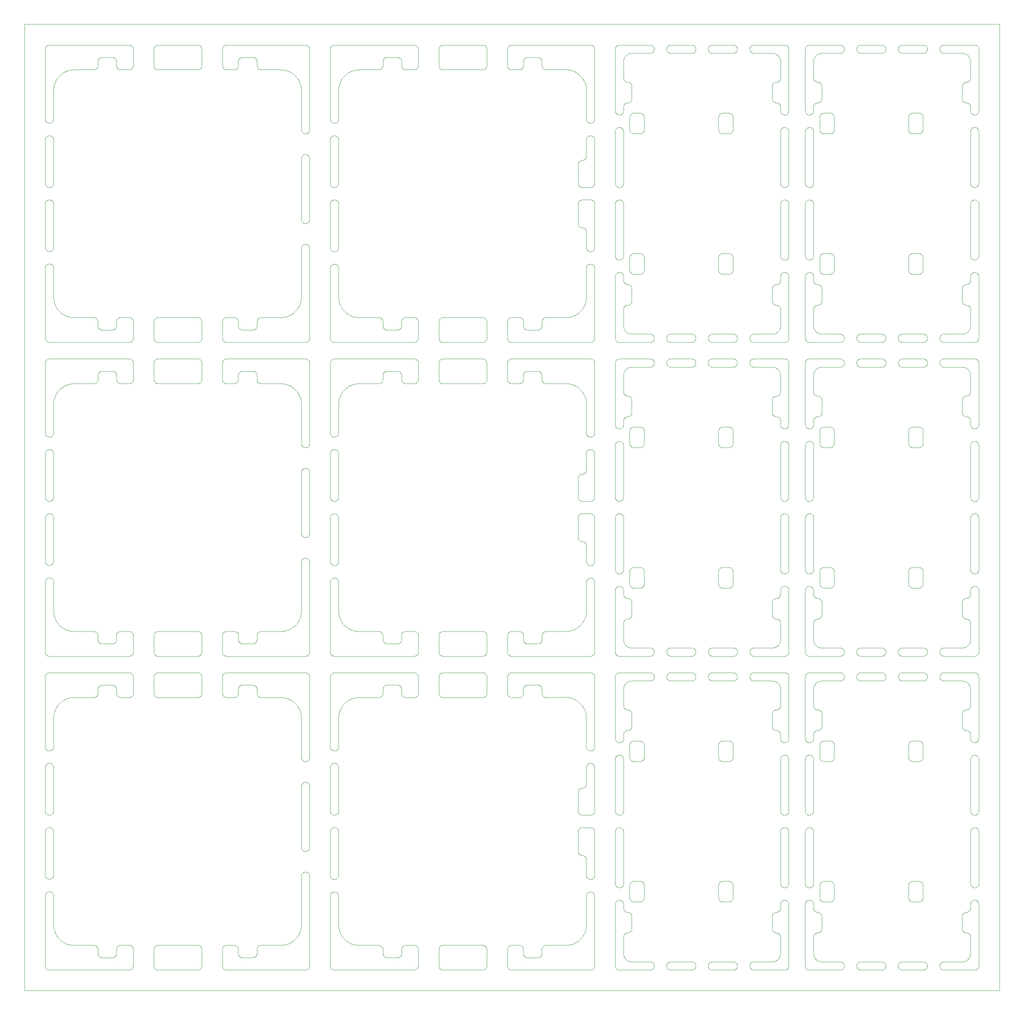
<source format=gm1>
%TF.GenerationSoftware,KiCad,Pcbnew,7.0.1-3b83917a11~172~ubuntu22.04.1*%
%TF.CreationDate,2023-05-08T15:20:00+02:00*%
%TF.ProjectId,panel,70616e65-6c2e-46b6-9963-61645f706362,C*%
%TF.SameCoordinates,Original*%
%TF.FileFunction,Profile,NP*%
%FSLAX46Y46*%
G04 Gerber Fmt 4.6, Leading zero omitted, Abs format (unit mm)*
G04 Created by KiCad (PCBNEW 7.0.1-3b83917a11~172~ubuntu22.04.1) date 2023-05-08 15:20:00*
%MOMM*%
%LPD*%
G01*
G04 APERTURE LIST*
%TA.AperFunction,Profile*%
%ADD10C,0.100000*%
%TD*%
G04 APERTURE END LIST*
D10*
X212660772Y-49249734D02*
X212660582Y-49249567D01*
X214942122Y-68842486D02*
X214924633Y-68887822D01*
X191796390Y-258957366D02*
X191749558Y-258970326D01*
X259439959Y-90230401D02*
X259481009Y-90204404D01*
X185533553Y-112433278D02*
X185513862Y-112388855D01*
X181543191Y-35004778D02*
X181591429Y-35010729D01*
X109039985Y-117400511D02*
X109039751Y-117400608D01*
X94845973Y-117889353D02*
X94845763Y-117889211D01*
X97224719Y-153887051D02*
X97194824Y-153848744D01*
X116881954Y-38504000D02*
X116869908Y-38525703D01*
X222829742Y-132241695D02*
X222793204Y-132206963D01*
X185457560Y-106203102D02*
X185449254Y-106155224D01*
X85851894Y-179798273D02*
X85852097Y-179798121D01*
X200487394Y-56500000D02*
X199012605Y-56500000D01*
X221002245Y-250936719D02*
X221002229Y-250936971D01*
X175737412Y-125035341D02*
X175737167Y-125035407D01*
X221570888Y-174097014D02*
X221548603Y-174107946D01*
X167859080Y-240544794D02*
X167883042Y-240587081D01*
X179774691Y-132131831D02*
X179741854Y-132170081D01*
X40981166Y-117105213D02*
X40759077Y-117156750D01*
X179983978Y-55676479D02*
X179973830Y-55725860D01*
X163655170Y-117738679D02*
X163634105Y-117725548D01*
X116584769Y-40550017D02*
X116584638Y-40550215D01*
X200626415Y-85508346D02*
X200676246Y-85515979D01*
X192274278Y-105361952D02*
X192304173Y-105400259D01*
X36674845Y-221242543D02*
X36638052Y-221274282D01*
X221049879Y-195311109D02*
X221049958Y-195311350D01*
X198258145Y-208170081D02*
X198225308Y-208131831D01*
X238274278Y-187361952D02*
X238304173Y-187400259D01*
X213019025Y-73297861D02*
X213029671Y-73250450D01*
X260883099Y-106476681D02*
X260859148Y-106518960D01*
X173000000Y-86071385D02*
X173000005Y-73491114D01*
X167433274Y-148596037D02*
X167476677Y-148617885D01*
X104000005Y-57928614D02*
X104001201Y-57879914D01*
X221157385Y-255776947D02*
X221157481Y-255777181D01*
X81524691Y-177368168D02*
X81524841Y-177368352D01*
X258518263Y-168854939D02*
X258539328Y-168841809D01*
X147794027Y-253004769D02*
X147842486Y-253001195D01*
X108154026Y-176110646D02*
X108154236Y-176110788D01*
X120313028Y-114002229D02*
X120288238Y-114000972D01*
X166289829Y-164353981D02*
X166325005Y-164320476D01*
X221439309Y-98172265D02*
X221439099Y-98172407D01*
X175504000Y-125131954D02*
X175503780Y-125132080D01*
X176508316Y-131626180D02*
X176503216Y-131576026D01*
X258798121Y-43602097D02*
X258798273Y-43601894D01*
X155153093Y-179428882D02*
X155163668Y-179405867D01*
X221107946Y-195451396D02*
X221108060Y-195451622D01*
X121699982Y-116834769D02*
X121699784Y-116834638D01*
X38949478Y-194038775D02*
X38929850Y-194053969D01*
X105343805Y-164121853D02*
X105389124Y-164139350D01*
X164749381Y-69469074D02*
X164702553Y-69456111D01*
X35523554Y-205819355D02*
X35481258Y-205795410D01*
X164054092Y-215601553D02*
X164071601Y-215554279D01*
X221023333Y-98786360D02*
X221023279Y-98786608D01*
X244368168Y-161725308D02*
X244368352Y-161725158D01*
X125104173Y-187400259D02*
X125132152Y-187439987D01*
X35523331Y-57055388D02*
X35566734Y-57033541D01*
X48052075Y-190284165D02*
X48034165Y-190302075D01*
X192017960Y-182859148D02*
X191975681Y-182883099D01*
X51789541Y-179841672D02*
X51810690Y-179827734D01*
X176949982Y-208334769D02*
X176949784Y-208334638D01*
X211113979Y-196537046D02*
X211138444Y-196492969D01*
X246676246Y-51515979D02*
X246676479Y-51516021D01*
X179591782Y-51694300D02*
X179631647Y-51725158D01*
X200576026Y-166496783D02*
X200575790Y-166496801D01*
X221931707Y-104690453D02*
X221952772Y-104703583D01*
X212382825Y-49076439D02*
X212382591Y-49076342D01*
X258813412Y-98418726D02*
X258813265Y-98418520D01*
X173095054Y-238494788D02*
X173075363Y-238450365D01*
X238059012Y-105166847D02*
X238098740Y-105194826D01*
X212703583Y-113952772D02*
X212690453Y-113931707D01*
X182393868Y-111702619D02*
X182406828Y-111749450D01*
X175664443Y-250058235D02*
X175641166Y-250066856D01*
X213004769Y-127043490D02*
X213001195Y-126995032D01*
X212621924Y-244782770D02*
X212641554Y-244766763D01*
X47816947Y-114640930D02*
X47816856Y-114641166D01*
X259523312Y-221382103D02*
X259481033Y-221358153D01*
X214957368Y-225203619D02*
X214970328Y-225250450D01*
X167998797Y-128994719D02*
X167995221Y-129043191D01*
X244629059Y-90428310D02*
X244582732Y-90408430D01*
X52207624Y-179287183D02*
X52214592Y-179262832D01*
X258941849Y-250664682D02*
X258941764Y-250664443D01*
X212287426Y-201042448D02*
X212287183Y-201042375D01*
X72287787Y-101075360D02*
X72332209Y-101095051D01*
X151344132Y-38086331D02*
X151321117Y-38096906D01*
X214980973Y-68702101D02*
X214970326Y-68749513D01*
X198113869Y-86037257D02*
X198113979Y-86037046D01*
X52658217Y-253194300D02*
X52658408Y-253194160D01*
X228269135Y-188560209D02*
X228241153Y-188599920D01*
X222694160Y-208091591D02*
X222665361Y-208050215D01*
X104439998Y-72667835D02*
X104481051Y-72641839D01*
X212981717Y-250810922D02*
X212976720Y-250786608D01*
X200917482Y-85591668D02*
X200962742Y-85613869D01*
X222861555Y-44492969D02*
X222886020Y-44537046D01*
X247491683Y-238373819D02*
X247496783Y-238423973D01*
X223176778Y-127554015D02*
X223224878Y-127538924D01*
X244582517Y-56408331D02*
X244537257Y-56386130D01*
X198000644Y-238474556D02*
X198003198Y-238424209D01*
X61300997Y-35990138D02*
X61302191Y-35941438D01*
X175000972Y-92038238D02*
X175002229Y-92063028D01*
X185439740Y-105941382D02*
X185443317Y-105892923D01*
X258990700Y-179189704D02*
X258996471Y-179113930D01*
X96494311Y-195809540D02*
X96494203Y-195809311D01*
X47763766Y-114836102D02*
X47763725Y-114836352D01*
X151275703Y-255880091D02*
X151275926Y-255880212D01*
X124549549Y-116970328D02*
X124502138Y-116980974D01*
X174343527Y-239003631D02*
X174297389Y-239018873D01*
X35001195Y-35941423D02*
X35004770Y-35892963D01*
X40039751Y-193400608D02*
X40016940Y-193410397D01*
X212827734Y-119560690D02*
X212841672Y-119539541D01*
X228179808Y-258674688D02*
X228146301Y-258709896D01*
X222670257Y-120258304D02*
X222706795Y-120293036D01*
X151298377Y-255891939D02*
X151298603Y-255892053D01*
X186005216Y-257095052D02*
X186049639Y-257075361D01*
X86016763Y-190358445D02*
X86016601Y-190358251D01*
X198258145Y-90170081D02*
X198225308Y-90131831D01*
X125074269Y-182638041D02*
X125042531Y-182674836D01*
X258880091Y-49525703D02*
X258868045Y-49504000D01*
X167980974Y-182203138D02*
X167970328Y-182250549D01*
X257368352Y-245225158D02*
X257408217Y-245194300D01*
X211026169Y-200225860D02*
X211016021Y-200176479D01*
X175911463Y-195995831D02*
X175936719Y-195997754D01*
X121240068Y-114861139D02*
X121240033Y-114860888D01*
X106156750Y-173240922D02*
X106156811Y-173241168D01*
X244000319Y-162487398D02*
X244000644Y-162474556D01*
X175398105Y-92798273D02*
X175418520Y-92813265D01*
X105476687Y-72617896D02*
X105518966Y-72641846D01*
X78650461Y-187029672D02*
X78697872Y-187019025D01*
X212262832Y-168964592D02*
X212287183Y-168957624D01*
X104844737Y-187010718D02*
X104892963Y-187004770D01*
X166010712Y-53091349D02*
X166004767Y-53043135D01*
X259990112Y-221499007D02*
X259990112Y-221499007D01*
X164945872Y-99070348D02*
X164946030Y-99070149D01*
X231439735Y-106058535D02*
X231438542Y-106009834D01*
X211189957Y-37009321D02*
X211189704Y-37009299D01*
X104289976Y-57228454D02*
X104325168Y-57194948D01*
X179462742Y-237613869D02*
X179462953Y-237613979D01*
X156173973Y-116996783D02*
X156123819Y-116991683D01*
X242297898Y-182980973D02*
X242250486Y-182970326D01*
X117711761Y-114000972D02*
X117686971Y-114002229D01*
X198537046Y-56386020D02*
X198492969Y-56361555D01*
X36710037Y-84709037D02*
X36674845Y-84742543D01*
X117168726Y-114186587D02*
X117168520Y-114186734D01*
X212213391Y-244976720D02*
X212213639Y-244976666D01*
X257959598Y-104754438D02*
X257981301Y-104742392D01*
X225225860Y-56473830D02*
X225176479Y-56483978D01*
X179996783Y-52423973D02*
X179996801Y-52424209D01*
X221548377Y-168891939D02*
X221548603Y-168892053D01*
X257537046Y-120113979D02*
X257537257Y-120113869D01*
X106006096Y-45759418D02*
X106000160Y-45993668D01*
X258440627Y-113613108D02*
X258386891Y-113559372D01*
X175006702Y-195113483D02*
X175006731Y-195113735D01*
X252219980Y-181057874D02*
X252266119Y-181042631D01*
X175006702Y-43113483D02*
X175006731Y-43113735D01*
X161493460Y-40999777D02*
X161493208Y-40999754D01*
X167957357Y-144796331D02*
X167942113Y-144842472D01*
X176908217Y-166305699D02*
X176868352Y-166274841D01*
X164449982Y-63090230D02*
X164492764Y-63063564D01*
X212911763Y-255586546D02*
X212932669Y-255513484D01*
X176949784Y-208334638D02*
X176908408Y-208305839D01*
X221157481Y-103777181D02*
X221167270Y-103799991D01*
X35224725Y-145137059D02*
X35194829Y-145098752D01*
X97325154Y-235507456D02*
X97361947Y-235475717D01*
X247496801Y-55575790D02*
X247496783Y-55576026D01*
X163415491Y-41597586D02*
X163415268Y-41597466D01*
X244873584Y-56491653D02*
X244823753Y-56484020D01*
X257016021Y-44823520D02*
X257026169Y-44774139D01*
X225417267Y-85591569D02*
X225417482Y-85591668D01*
X221002245Y-119063280D02*
X221004168Y-119088536D01*
X36904947Y-160432283D02*
X36883100Y-160475686D01*
X221351643Y-37867831D02*
X221351501Y-37868041D01*
X141674269Y-111361958D02*
X141704164Y-111400265D01*
X125279906Y-177796849D02*
X125288214Y-177844724D01*
X244873819Y-132491683D02*
X244873584Y-132491653D01*
X221004191Y-98911211D02*
X221004168Y-98911463D01*
X36560018Y-84832156D02*
X36518966Y-84858153D01*
X105710170Y-129646018D02*
X105674994Y-129679523D01*
X206130210Y-35095054D02*
X206174633Y-35075363D01*
X191557586Y-35001201D02*
X191606046Y-35004775D01*
X175911463Y-49004168D02*
X175911211Y-49004191D01*
X201305839Y-51908408D02*
X201334638Y-51949784D01*
X244329742Y-56241695D02*
X244293204Y-56206963D01*
X155475158Y-40631647D02*
X155444300Y-40591782D01*
X178987394Y-127500000D02*
X179012601Y-127500319D01*
X130824583Y-192882925D02*
X130782306Y-192858976D01*
X258995808Y-49911211D02*
X258993297Y-49886516D01*
X212841809Y-43539328D02*
X212854939Y-43518263D01*
X107384993Y-194546207D02*
X107384817Y-194546388D01*
X178987394Y-56500000D02*
X177512605Y-56500000D01*
X52063265Y-114418520D02*
X52048273Y-114398105D01*
X81836228Y-179405635D02*
X81836331Y-179405867D01*
X47808150Y-179335317D02*
X47808235Y-179335556D01*
X165660582Y-231499567D02*
X165641748Y-231483398D01*
X222725158Y-161868352D02*
X222725308Y-161868168D01*
X258214203Y-180588897D02*
X258233831Y-180573703D01*
X220859140Y-224982051D02*
X220883090Y-225024330D01*
X154338536Y-38004168D02*
X154313280Y-38002245D01*
X166029657Y-205186613D02*
X166019016Y-205139213D01*
X221035407Y-244262832D02*
X221042375Y-244287183D01*
X155832732Y-40908430D02*
X155832517Y-40908331D01*
X201386020Y-55962953D02*
X201361555Y-56007030D01*
X167638042Y-133163209D02*
X167674836Y-133194948D01*
X257923973Y-120003216D02*
X257924209Y-120003198D01*
X165999841Y-96006205D02*
X165999999Y-95993792D01*
X165641554Y-79483236D02*
X165621924Y-79467229D01*
X97702610Y-137543626D02*
X97749441Y-137530666D01*
X212311350Y-250049958D02*
X212311109Y-250049879D01*
X150584638Y-116550215D02*
X150555839Y-116591591D01*
X41005977Y-117100115D02*
X41005728Y-117100163D01*
X166000000Y-133928614D02*
X166001195Y-133879915D01*
X151743794Y-190000158D02*
X151743668Y-190000160D01*
X150341782Y-177194300D02*
X150381647Y-177225158D01*
X196157459Y-112941951D02*
X196112124Y-112924462D01*
X181591762Y-188989281D02*
X181543536Y-188995229D01*
X174859158Y-90544590D02*
X174883107Y-90586868D01*
X258933052Y-174640930D02*
X258923657Y-174617408D01*
X213042720Y-207641114D02*
X213057962Y-207594975D01*
X116999567Y-255660582D02*
X116999734Y-255660772D01*
X222503198Y-207575790D02*
X222500644Y-207525443D01*
X221664443Y-49058235D02*
X221641166Y-49066856D01*
X72102127Y-182980974D02*
X72054251Y-182989281D01*
X258238558Y-250029119D02*
X258238312Y-250029059D01*
X72054267Y-35010718D02*
X72102143Y-35019025D01*
X141609050Y-258710032D02*
X141573858Y-258743538D01*
X220904672Y-162494791D02*
X220882824Y-162538193D01*
X85608833Y-179933143D02*
X85609069Y-179933052D01*
X192456378Y-258297371D02*
X192441136Y-258343511D01*
X258311350Y-174049958D02*
X258311109Y-174049879D01*
X258293121Y-256525359D02*
X258311954Y-256509190D01*
X105297682Y-164106601D02*
X105343805Y-164121853D01*
X260998798Y-162120085D02*
X260995223Y-162168545D01*
X95435620Y-99632284D02*
X95453611Y-99615182D01*
X244258304Y-85829742D02*
X244293036Y-85793204D01*
X221548603Y-92892053D02*
X221570888Y-92902985D01*
X97075361Y-62112138D02*
X97095052Y-62067716D01*
X221525926Y-250119787D02*
X221525703Y-250119908D01*
X181996009Y-105166768D02*
X182035731Y-105194735D01*
X179225860Y-203526169D02*
X179226091Y-203526223D01*
X130320294Y-192203005D02*
X130311985Y-192155131D01*
X160992436Y-116975106D02*
X160992281Y-116975105D01*
X212238558Y-201029119D02*
X212238312Y-201029059D01*
X51831273Y-179813412D02*
X51831479Y-179813265D01*
X165496219Y-155382080D02*
X165495999Y-155381954D01*
X195901316Y-181194816D02*
X195941043Y-181166838D01*
X176130494Y-189199210D02*
X176108208Y-189210141D01*
X81611435Y-101492764D02*
X81611555Y-101492969D01*
X146930682Y-187749460D02*
X146943641Y-187702629D01*
X214343519Y-182942125D02*
X214297380Y-182957368D01*
X228074034Y-188775382D02*
X228035731Y-188805264D01*
X223129279Y-56428398D02*
X223129059Y-56428310D01*
X72149468Y-192970319D02*
X72102057Y-192980965D01*
X120768263Y-114145060D02*
X120768046Y-114144929D01*
X175006702Y-125886516D02*
X175004191Y-125911211D01*
X141459029Y-258833151D02*
X141417976Y-258859147D01*
X247274691Y-208131831D02*
X247241854Y-208170081D01*
X116636130Y-116462742D02*
X116636020Y-116462953D01*
X116779059Y-255238312D02*
X116779119Y-255238558D01*
X257113979Y-169537046D02*
X257138444Y-169492969D01*
X56203937Y-106433269D02*
X56182090Y-106476673D01*
X195520075Y-181796824D02*
X195530723Y-181749415D01*
X165238312Y-79279059D02*
X165213639Y-79273333D01*
X198629279Y-56428398D02*
X198629059Y-56428310D01*
X219400259Y-72695826D02*
X219439987Y-72667847D01*
X212163647Y-195986274D02*
X212163897Y-195986233D01*
X238499000Y-181990122D02*
X238499000Y-182009877D01*
X36297389Y-84956373D02*
X36250558Y-84969333D01*
X176370940Y-44071689D02*
X176417267Y-44091569D01*
X222785348Y-113011833D02*
X222785096Y-113011861D01*
X212539541Y-92841672D02*
X212560690Y-92827734D01*
X174980975Y-51139597D02*
X174970330Y-51187006D01*
X206554008Y-189000000D02*
X206505320Y-188998805D01*
X244113979Y-86037046D02*
X244138444Y-85992969D01*
X174433285Y-207033548D02*
X174476687Y-207055396D01*
X98638042Y-235475709D02*
X98674837Y-235507448D01*
X173140860Y-203455441D02*
X173116908Y-203413161D01*
X165382825Y-138848560D02*
X165405635Y-138838771D01*
X35400270Y-133133314D02*
X35439998Y-133105335D01*
X257368168Y-249774691D02*
X257329918Y-249741854D01*
X259990069Y-51936464D02*
X259941372Y-51935266D01*
X212798121Y-244602097D02*
X212798273Y-244601894D01*
X223176553Y-161554092D02*
X223176778Y-161554015D01*
X179370720Y-237571601D02*
X179370940Y-237571689D01*
X116763766Y-38836102D02*
X116763725Y-38836352D01*
X105155610Y-88074647D02*
X105203471Y-88082969D01*
X232095013Y-182942122D02*
X232049677Y-182924633D01*
X182269652Y-112560012D02*
X182241673Y-112599740D01*
X259702610Y-224543626D02*
X259749441Y-224530666D01*
X211290539Y-37021498D02*
X211290288Y-37021462D01*
X201007030Y-127638444D02*
X201007235Y-127638564D01*
X213523318Y-72617900D02*
X213566721Y-72596053D01*
X39562572Y-252365306D02*
X39562792Y-252365432D01*
X174805175Y-148901255D02*
X174833154Y-148940982D01*
X251680908Y-188476910D02*
X251659054Y-188433523D01*
X81754191Y-114911211D02*
X81754168Y-114911463D01*
X195596041Y-35566729D02*
X195617888Y-35523325D01*
X212842518Y-103777181D02*
X212842614Y-103776947D01*
X222413210Y-37088309D02*
X222389527Y-37095740D01*
X165451622Y-138816939D02*
X165474073Y-138805212D01*
X110481591Y-252972746D02*
X110481843Y-252972774D01*
X242157480Y-111057874D02*
X242203619Y-111042631D01*
X97057873Y-159907474D02*
X97075361Y-159862138D01*
X116611555Y-40507030D02*
X116611435Y-40507235D01*
X213844741Y-221488281D02*
X213796865Y-221479974D01*
X86304015Y-177676778D02*
X86304092Y-177676553D01*
X225984020Y-128323753D02*
X225991653Y-128373584D01*
X81750000Y-191006207D02*
X81750000Y-191006333D01*
X179076026Y-237503216D02*
X179126180Y-237508316D01*
X81881954Y-38504000D02*
X81869908Y-38525703D01*
X104194835Y-209338747D02*
X104224730Y-209300440D01*
X198987398Y-90499680D02*
X198974556Y-90499355D01*
X164138564Y-78757235D02*
X164138444Y-78757030D01*
X173749493Y-203906804D02*
X173702660Y-203893846D01*
X213566694Y-51841390D02*
X213523292Y-51819542D01*
X228436500Y-182009877D02*
X228435304Y-182058576D01*
X222413453Y-104911763D02*
X222486515Y-104932669D01*
X175067330Y-179513484D02*
X175088236Y-179586546D01*
X95435620Y-251632284D02*
X95453611Y-251615182D01*
X206220031Y-181057871D02*
X206266169Y-181042629D01*
X35797194Y-53917171D02*
X35749768Y-53906538D01*
X200870720Y-161571601D02*
X200870940Y-161571689D01*
X191796380Y-182957368D02*
X191749549Y-182970328D01*
X81869787Y-114525926D02*
X81858060Y-114548377D01*
X51810690Y-114172265D02*
X51789541Y-114158327D01*
X86415230Y-177449982D02*
X86415361Y-177449784D01*
X175086228Y-49594364D02*
X175076439Y-49617174D01*
X81768235Y-114811171D02*
X81763766Y-114836102D01*
X257138564Y-245492764D02*
X257165230Y-245449982D01*
X246917267Y-208408430D02*
X246870940Y-208428310D01*
X72782031Y-40476691D02*
X72758080Y-40518969D01*
X155249999Y-102993792D02*
X155250000Y-102993666D01*
X260155247Y-239050791D02*
X260107020Y-239056738D01*
X258038238Y-250000972D02*
X258037984Y-250000962D01*
X212880212Y-174525926D02*
X212880091Y-174525703D01*
X258703583Y-37952772D02*
X258690453Y-37931707D01*
X212750432Y-201339417D02*
X212750265Y-201339227D01*
X167599549Y-160866440D02*
X167559805Y-160894417D01*
X198974556Y-237500644D02*
X198987398Y-237500319D01*
X257492764Y-48861435D02*
X257449982Y-48834769D01*
X150711075Y-177724878D02*
X150711140Y-177725106D01*
X85439077Y-114018282D02*
X85438828Y-114018235D01*
X173289985Y-51646518D02*
X173256477Y-51611325D01*
X242250450Y-188970328D02*
X242203619Y-188957368D01*
X167250540Y-208968161D02*
X167297372Y-208981121D01*
X104095053Y-182433278D02*
X104075362Y-182388855D01*
X175095740Y-179610472D02*
X175095818Y-179610713D01*
X179834638Y-161949784D02*
X179834769Y-161949982D01*
X36343805Y-53878146D02*
X36297682Y-53893399D01*
X202366673Y-105400259D02*
X202394652Y-105439987D01*
X220859156Y-166544595D02*
X220883105Y-166586873D01*
X228036240Y-182805173D02*
X227996512Y-182833152D01*
X86142053Y-179451396D02*
X86152985Y-179429111D01*
X202486137Y-187611144D02*
X202503625Y-187656480D01*
X81456963Y-40706795D02*
X81456795Y-40706963D01*
X260942121Y-90720003D02*
X260957365Y-90766143D01*
X257582732Y-44091569D02*
X257629059Y-44071689D01*
X213749454Y-163031827D02*
X213702622Y-163018867D01*
X36107398Y-240006183D02*
X36155610Y-240012147D01*
X48275926Y-114119787D02*
X48275703Y-114119908D01*
X202038181Y-181116900D02*
X202080460Y-181140851D01*
X260433237Y-51841428D02*
X260388812Y-51861118D01*
X52304015Y-101676778D02*
X52304092Y-101676553D01*
X155183052Y-179359069D02*
X155183143Y-179358833D01*
X175688649Y-201049958D02*
X175664682Y-201058150D01*
X81983236Y-190358445D02*
X81967229Y-190378075D01*
X176591668Y-162082517D02*
X176613869Y-162037257D01*
X52288859Y-192274893D02*
X52276223Y-192226091D01*
X225591782Y-166305699D02*
X225591591Y-166305839D01*
X260775257Y-51574531D02*
X260743516Y-51611325D01*
X214924637Y-131549644D02*
X214942125Y-131594980D01*
X213256447Y-86736283D02*
X213224710Y-86699489D01*
X221076439Y-195382825D02*
X221086228Y-195405635D01*
X52240033Y-190860888D02*
X52236274Y-190836352D01*
X174155310Y-127925739D02*
X174107086Y-127931689D01*
X167203138Y-35019025D02*
X167250549Y-35029671D01*
X121276169Y-40225860D02*
X121266021Y-40176479D01*
X37516842Y-119786800D02*
X37516728Y-119787026D01*
X47908327Y-114460458D02*
X47908190Y-114460671D01*
X173116914Y-242586838D02*
X173140866Y-242544558D01*
X97523312Y-137617896D02*
X97566714Y-137596048D01*
X198773908Y-85526223D02*
X198774139Y-85526169D01*
X120724296Y-190119908D02*
X120724073Y-190119787D01*
X175439309Y-168827734D02*
X175460458Y-168841672D01*
X191932278Y-182904946D02*
X191887855Y-182924637D01*
X212518046Y-98144929D02*
X212496219Y-98132080D01*
X257194160Y-93408408D02*
X257194300Y-93408217D01*
X51256205Y-114000158D02*
X51243792Y-114000000D01*
X222550215Y-48834638D02*
X222550017Y-48834769D01*
X227912696Y-36883156D02*
X227869302Y-36904993D01*
X201994778Y-187095053D02*
X202038181Y-187116900D01*
X227954968Y-257140782D02*
X227996014Y-257166766D01*
X211923973Y-249996783D02*
X211873819Y-249991683D01*
X211974556Y-169000644D02*
X212037984Y-168999037D01*
X105297389Y-161018873D02*
X105250558Y-161031833D01*
X72879963Y-111796872D02*
X72888270Y-111844748D01*
X154439077Y-190018282D02*
X154438828Y-190018235D01*
X107198366Y-99247238D02*
X107214534Y-99266072D01*
X47491695Y-40670257D02*
X47456963Y-40706795D01*
X221737412Y-174035341D02*
X221737167Y-174035407D01*
X219656480Y-111057874D02*
X219702619Y-111042631D01*
X202199535Y-112775266D02*
X202161226Y-112805161D01*
X121249037Y-179037984D02*
X121249839Y-179006327D01*
X221358445Y-43766763D02*
X221378075Y-43782770D01*
X221000158Y-92006205D02*
X221000160Y-92006331D01*
X221096906Y-119428882D02*
X221097014Y-119429111D01*
X35140851Y-187481039D02*
X35166847Y-187439987D01*
X246775121Y-56461075D02*
X246774893Y-56461140D01*
X98638036Y-56274289D02*
X98599729Y-56304184D01*
X175688890Y-49049879D02*
X175688649Y-49049958D01*
X211026223Y-200226091D02*
X211026169Y-200225860D01*
X221548603Y-119892053D02*
X221570888Y-119902985D01*
X121416868Y-101439977D02*
X121444848Y-101400250D01*
X165957624Y-62212183D02*
X165964592Y-62187832D01*
X220882916Y-68975689D02*
X220858965Y-69017967D01*
X165993268Y-232136264D02*
X165990068Y-232111139D01*
X35702619Y-258957368D02*
X35656480Y-258942125D01*
X244091668Y-86082517D02*
X244113869Y-86037257D01*
X214297380Y-72543631D02*
X214343519Y-72558874D01*
X214518960Y-55079351D02*
X214560012Y-55105347D01*
X227445999Y-187000000D02*
X227494710Y-187001196D01*
X174904953Y-242630270D02*
X174924643Y-242674692D01*
X105833233Y-205496014D02*
X105805267Y-205535736D01*
X246725860Y-56473830D02*
X246676479Y-56483978D01*
X248503636Y-258343511D02*
X248486149Y-258388847D01*
X214107036Y-130943270D02*
X214155262Y-130949218D01*
X62003684Y-253042631D02*
X62050515Y-253029671D01*
X36998805Y-88942812D02*
X37000000Y-88991500D01*
X86249037Y-190962015D02*
X86249027Y-190961761D01*
X247408331Y-89917482D02*
X247386130Y-89962742D01*
X220904951Y-51369724D02*
X220883105Y-51413126D01*
X195826154Y-257256457D02*
X195862948Y-257224719D01*
X244974556Y-127500644D02*
X244987398Y-127500319D01*
X81768235Y-255188828D02*
X81768282Y-255189077D01*
X244225158Y-132131647D02*
X244194300Y-132091782D01*
X231513850Y-35611152D02*
X231533541Y-35566729D01*
X72149565Y-258970327D02*
X72102154Y-258980973D01*
X222638444Y-237992969D02*
X222638564Y-237992764D01*
X154701396Y-114107946D02*
X154679111Y-114097014D01*
X260970321Y-86312059D02*
X260957361Y-86358891D01*
X78557490Y-111057875D02*
X78603629Y-111042632D01*
X151189099Y-38172407D02*
X151168726Y-38186587D01*
X258703583Y-189952772D02*
X258690453Y-189931707D01*
X212525521Y-256292926D02*
X212573545Y-256234030D01*
X225550017Y-208334769D02*
X225507235Y-208361435D01*
X179176479Y-161516021D02*
X179225860Y-161526169D01*
X222613979Y-204037046D02*
X222638444Y-203992969D01*
X257959375Y-104754558D02*
X257959598Y-104754438D01*
X35019025Y-111796861D02*
X35029671Y-111749450D01*
X104194927Y-164464002D02*
X104224835Y-164425690D01*
X251606131Y-182297380D02*
X251593171Y-182250549D01*
X78382032Y-35140854D02*
X78424311Y-35116902D01*
X167250231Y-88093461D02*
X167297078Y-88106409D01*
X125104164Y-106599734D02*
X125074269Y-106638041D01*
X213290055Y-207228464D02*
X213325247Y-207194958D01*
X35289970Y-84709045D02*
X35256464Y-84673853D01*
X96975308Y-197506790D02*
X96975286Y-197506537D01*
X86415361Y-101449784D02*
X86444160Y-101408408D01*
X151128274Y-255782927D02*
X151147902Y-255798121D01*
X223373584Y-132491653D02*
X223323753Y-132484020D01*
X98599735Y-83445814D02*
X98638042Y-83475709D01*
X173000000Y-182009876D02*
X173000005Y-167053656D01*
X107733927Y-99785465D02*
X107752761Y-99801633D01*
X35749768Y-205906538D02*
X35702921Y-205893590D01*
X259990112Y-239061507D02*
X259990112Y-239061507D01*
X85701622Y-38108060D02*
X85701396Y-38107946D01*
X121388444Y-40507030D02*
X121363979Y-40462953D01*
X258754558Y-114040624D02*
X258754438Y-114040401D01*
X212335556Y-174058235D02*
X212335317Y-174058150D01*
X131242435Y-182998804D02*
X131193975Y-182995229D01*
X121063265Y-179581479D02*
X121063412Y-179581273D01*
X222417267Y-196091569D02*
X222417482Y-196091668D01*
X177037257Y-132386130D02*
X177037046Y-132386020D01*
X141498670Y-177194823D02*
X141536977Y-177224718D01*
X165063280Y-79252245D02*
X165063028Y-79252229D01*
X166656194Y-53878146D02*
X166610875Y-53860649D01*
X86249999Y-102993792D02*
X86250000Y-102993666D01*
X120413897Y-190013766D02*
X120413647Y-190013725D01*
X82108251Y-255766601D02*
X82108445Y-255766763D01*
X222991653Y-48126415D02*
X222984020Y-48176246D01*
X214833152Y-221059012D02*
X214805173Y-221098740D01*
X120831479Y-179813265D02*
X120851894Y-179798273D01*
X213140843Y-51455404D02*
X213116894Y-51413126D01*
X176500644Y-55525443D02*
X176500319Y-55512601D01*
X201461140Y-162225106D02*
X201473776Y-162273908D01*
X53237398Y-116999680D02*
X53224556Y-116999355D01*
X200626415Y-242491653D02*
X200626180Y-242491683D01*
X211873584Y-44008346D02*
X211873819Y-44008316D01*
X52975106Y-192961140D02*
X52974878Y-192961075D01*
X222370720Y-120071601D02*
X222370940Y-120071689D01*
X212335317Y-250058150D02*
X212311350Y-250049958D01*
X47212742Y-253113869D02*
X47212953Y-253113979D01*
X221035407Y-98737167D02*
X221035341Y-98737412D01*
X211225158Y-124631647D02*
X211194300Y-124591782D01*
X246487394Y-51500000D02*
X246512601Y-51500319D01*
X200487394Y-161500000D02*
X200512601Y-161500319D01*
X165238312Y-231279059D02*
X165213639Y-231273333D01*
X212974743Y-114684924D02*
X212974701Y-114684674D01*
X258990068Y-201861139D02*
X258990033Y-201860888D01*
X225507235Y-242361435D02*
X225507030Y-242361555D01*
X225861555Y-161992969D02*
X225886020Y-162037046D01*
X221000160Y-168006331D02*
X221000962Y-168037984D01*
X81636130Y-177537257D02*
X81658331Y-177582517D01*
X51768046Y-190144929D02*
X51746219Y-190132080D01*
X237842530Y-35057880D02*
X237887866Y-35075368D01*
X71908880Y-35000000D02*
X71957580Y-35001195D01*
X244408408Y-161694160D02*
X244449784Y-161665361D01*
X141704164Y-111400265D02*
X141732143Y-111439993D01*
X214009877Y-72501000D02*
X214058576Y-72502195D01*
X48636516Y-103993297D02*
X48661211Y-103995808D01*
X85655867Y-38086331D02*
X85655635Y-38086228D01*
X176130494Y-256800789D02*
X176130723Y-256800898D01*
X72242509Y-111057875D02*
X72287845Y-111075363D01*
X166844389Y-205925352D02*
X166796528Y-205917030D01*
X212189077Y-244981717D02*
X212213391Y-244976720D01*
X165581273Y-231436587D02*
X165560900Y-231422407D01*
X52253216Y-101923973D02*
X52258316Y-101873819D01*
X212335317Y-43941849D02*
X212335556Y-43941764D01*
X37225891Y-120515121D02*
X37225818Y-120515363D01*
X211682623Y-180879601D02*
X211682861Y-180879516D01*
X78095895Y-253400251D02*
X78125790Y-253361945D01*
X86658217Y-177194300D02*
X86658408Y-177194160D01*
X258641554Y-195766763D02*
X258641748Y-195766601D01*
X221320247Y-92733113D02*
X221320433Y-92733285D01*
X98560001Y-56332164D02*
X98518948Y-56358160D01*
X212213639Y-174023333D02*
X212213391Y-174023279D01*
X258970880Y-43238558D02*
X258970940Y-43238312D01*
X51966011Y-255697743D02*
X51983113Y-255679752D01*
X175186734Y-43581479D02*
X175201726Y-43601894D01*
X258782770Y-49378075D02*
X258766763Y-49358445D01*
X121415361Y-116550215D02*
X121415230Y-116550017D01*
X258880091Y-98525703D02*
X258868045Y-98504000D01*
X222323446Y-249945907D02*
X222323221Y-249945984D01*
X258518263Y-92854939D02*
X258539328Y-92841809D01*
X225462742Y-237613869D02*
X225462953Y-237613979D01*
X164042627Y-220796129D02*
X164029668Y-220749300D01*
X173042631Y-187702619D02*
X173057874Y-187656480D01*
X222417482Y-44091668D02*
X222462742Y-44113869D01*
X86926778Y-40945984D02*
X86926553Y-40945907D01*
X225961140Y-162225106D02*
X225973776Y-162273908D01*
X104611152Y-221423649D02*
X104566729Y-221403958D01*
X176908430Y-249417267D02*
X176908331Y-249417482D01*
X121611973Y-253224716D02*
X121650280Y-253194822D01*
X176984020Y-200176246D02*
X176983978Y-200176479D01*
X176274893Y-48961140D02*
X176226091Y-48973776D01*
X222774691Y-48631831D02*
X222741854Y-48670081D01*
X212063028Y-195997770D02*
X212063280Y-195997754D01*
X98476668Y-78132110D02*
X98433265Y-78153958D01*
X61301260Y-192009753D02*
X61301051Y-187990174D01*
X105058952Y-164065091D02*
X105107398Y-164068683D01*
X212902985Y-195429111D02*
X212903093Y-195428882D01*
X221548603Y-168892053D02*
X221570888Y-168902985D01*
X212715834Y-250302075D02*
X212697924Y-250284165D01*
X221066947Y-201640930D02*
X221066856Y-201641166D01*
X252086818Y-181116900D02*
X252130221Y-181095053D01*
X162484636Y-176774181D02*
X162484878Y-176774108D01*
X117610888Y-179990033D02*
X117611139Y-179990068D01*
X179631647Y-85725158D02*
X179631831Y-85725308D01*
X72642548Y-35325165D02*
X72674286Y-35361959D01*
X47785341Y-179262587D02*
X47785407Y-179262832D01*
X258913668Y-43405867D02*
X258913771Y-43405635D01*
X147842488Y-192998804D02*
X147794029Y-192995229D01*
X260995229Y-187892963D02*
X260998804Y-187941423D01*
X232379915Y-36998804D02*
X232331455Y-36995229D01*
X85871924Y-114217229D02*
X85871725Y-114217072D01*
X241790966Y-111289966D02*
X241826158Y-111256460D01*
X222991683Y-169873819D02*
X222996783Y-169923973D01*
X260957365Y-90766143D02*
X260970326Y-90812976D01*
X179741854Y-161829918D02*
X179774691Y-161868168D01*
X61912137Y-35075363D02*
X61957473Y-35057875D01*
X260995229Y-35892963D02*
X260998804Y-35941423D01*
X72888286Y-35844751D02*
X72894234Y-35892978D01*
X47779059Y-190761687D02*
X47773333Y-190786360D01*
X258138860Y-92990068D02*
X258139111Y-92990033D01*
X36638052Y-209163217D02*
X36674845Y-209194956D01*
X220476671Y-224617903D02*
X220518951Y-224641854D01*
X251964014Y-111194918D02*
X252003747Y-111166926D01*
X222949982Y-237665230D02*
X222992764Y-237638564D01*
X212766601Y-43641748D02*
X212766763Y-43641554D01*
X222992764Y-161638564D02*
X222992969Y-161638444D01*
X117344364Y-114086228D02*
X117344132Y-114086331D01*
X174957370Y-51233836D02*
X174942129Y-51279973D01*
X165976666Y-62138639D02*
X165976720Y-62138391D01*
X56182107Y-35523334D02*
X56203954Y-35566738D01*
X214833143Y-51496483D02*
X214805162Y-51536212D01*
X248121524Y-258833149D02*
X248080471Y-258859146D01*
X174009930Y-166063535D02*
X174058627Y-166064733D01*
X167904946Y-106433278D02*
X167883099Y-106476681D01*
X258999999Y-118993792D02*
X259000000Y-118993666D01*
X201050215Y-166334638D02*
X201050017Y-166334769D01*
X198194160Y-85908408D02*
X198194300Y-85908217D01*
X258233831Y-113426296D02*
X258214203Y-113411102D01*
X165972718Y-121456908D02*
X165972689Y-121456656D01*
X201361555Y-132007030D02*
X201361435Y-132007235D01*
X212892053Y-92451396D02*
X212902985Y-92429111D01*
X120910582Y-179750432D02*
X120910772Y-179750265D01*
X117438649Y-103950041D02*
X117438890Y-103950120D01*
X176758304Y-56170257D02*
X176758145Y-56170081D01*
X98599735Y-235445814D02*
X98638042Y-235475709D01*
X104075363Y-68887865D02*
X104057875Y-68842530D01*
X192456335Y-187702651D02*
X192469294Y-187749484D01*
X36995232Y-53043135D02*
X36989287Y-53091349D01*
X198987398Y-56499680D02*
X198974556Y-56499355D01*
X244987398Y-127500319D02*
X245012605Y-127500000D01*
X72823570Y-40388866D02*
X72803878Y-40433288D01*
X201131647Y-208274841D02*
X201091782Y-208305699D01*
X120463639Y-103976666D02*
X120488312Y-103970940D01*
X104400264Y-145304185D02*
X104361957Y-145274290D01*
X81750158Y-114993794D02*
X81750000Y-115006207D01*
X206003543Y-181166838D02*
X206044595Y-181140843D01*
X221426296Y-104233831D02*
X221426454Y-104234030D01*
X179774691Y-56131831D02*
X179741854Y-56170081D01*
X211776947Y-113157385D02*
X211706375Y-113129195D01*
X36995229Y-133831456D02*
X36998804Y-133879915D01*
X37622401Y-195584718D02*
X37516842Y-195786800D01*
X131097872Y-182980974D02*
X131050461Y-182970327D01*
X165539541Y-155408327D02*
X165539328Y-155408190D01*
X212063280Y-250002245D02*
X212063028Y-250002229D01*
X228417171Y-258202805D02*
X228406538Y-258250231D01*
X174009887Y-224500992D02*
X174058587Y-224502188D01*
X47894929Y-255518046D02*
X47895060Y-255518263D01*
X225886130Y-162037257D02*
X225908331Y-162082517D01*
X212589049Y-256214000D02*
X212634028Y-256152747D01*
X257891791Y-256789858D02*
X257892017Y-256789743D01*
X225999355Y-165525443D02*
X225996801Y-165575790D01*
X51243666Y-180000000D02*
X51243792Y-179999999D01*
X257008346Y-97126415D02*
X257008316Y-97126180D01*
X212287426Y-119957551D02*
X212311109Y-119950120D01*
X104166855Y-72940975D02*
X104194835Y-72901247D01*
X247496783Y-207576026D02*
X247491683Y-207626180D01*
X219256473Y-90388686D02*
X219289981Y-90353493D01*
X167775248Y-69137010D02*
X167743506Y-69173805D01*
X246962742Y-85613869D02*
X246962953Y-85613979D01*
X97702610Y-132456373D02*
X97656472Y-132441130D01*
X248080404Y-112859156D02*
X248038126Y-112883105D01*
X244258145Y-161829918D02*
X244258304Y-161829742D01*
X227591419Y-187010723D02*
X227639307Y-187019034D01*
X219010718Y-238216762D02*
X219004770Y-238168536D01*
X232331509Y-105004769D02*
X232379967Y-105001195D01*
X81936734Y-38418520D02*
X81936587Y-38418726D01*
X150846906Y-103428882D02*
X150847014Y-103429111D01*
X175961761Y-250000972D02*
X175936971Y-250002229D01*
X202561500Y-105990122D02*
X202561500Y-106009877D01*
X200487394Y-127500000D02*
X200512601Y-127500319D01*
X214155262Y-148511718D02*
X214203138Y-148520025D01*
X222370940Y-124928310D02*
X222370720Y-124928398D01*
X211414690Y-113043749D02*
X211390376Y-113038753D01*
X173166855Y-148940975D02*
X173194835Y-148901247D01*
X212923560Y-119382825D02*
X212923657Y-119382591D01*
X258995831Y-49911463D02*
X258995808Y-49911211D01*
X257368168Y-120225308D02*
X257368352Y-120225158D01*
X212405867Y-119913668D02*
X212428882Y-119903093D01*
X214980974Y-106203138D02*
X214970328Y-106250549D01*
X225670257Y-90241695D02*
X225670081Y-90241854D01*
X154243666Y-190000000D02*
X151756333Y-190000000D01*
X258997770Y-98936971D02*
X258997754Y-98936719D01*
X259941412Y-221497811D02*
X259892953Y-221494236D01*
X222025443Y-124999355D02*
X221962015Y-125000962D01*
X53073520Y-101016021D02*
X53073753Y-101015979D01*
X202542474Y-111796861D02*
X202550781Y-111844737D01*
X151147902Y-114201878D02*
X151128274Y-114217072D01*
X72897806Y-253941419D02*
X72899002Y-253990119D01*
X176538859Y-238225106D02*
X176538924Y-238224878D01*
X72869260Y-101749439D02*
X72879906Y-101796850D01*
X163437194Y-41609633D02*
X163415491Y-41597586D01*
X36203148Y-145479980D02*
X36155272Y-145488288D01*
X219893002Y-90068308D02*
X219941464Y-90064735D01*
X244537257Y-237613869D02*
X244582517Y-237591668D01*
X246525443Y-132499355D02*
X246512601Y-132499680D01*
X185438543Y-181990080D02*
X185438543Y-181990080D01*
X166057873Y-209594974D02*
X166075361Y-209549638D01*
X82275926Y-255880212D02*
X82298377Y-255891939D01*
X222829918Y-127758145D02*
X222868168Y-127725308D01*
X212238558Y-174029119D02*
X212238312Y-174029059D01*
X151438890Y-38049879D02*
X151438649Y-38049958D01*
X221067264Y-255513240D02*
X221067330Y-255513484D01*
X241940975Y-258833144D02*
X241901247Y-258805164D01*
X222834769Y-124550017D02*
X222834638Y-124550215D01*
X260388842Y-221423649D02*
X260343506Y-221441136D01*
X186331455Y-36995229D02*
X186283230Y-36989281D01*
X231605343Y-36560018D02*
X231579346Y-36518966D01*
X221011833Y-255214651D02*
X221011861Y-255214903D01*
X260560001Y-162894664D02*
X260518948Y-162920660D01*
X247858886Y-36957368D02*
X247812055Y-36970328D01*
X96599391Y-173960248D02*
X96599488Y-173960014D01*
X160992281Y-40975105D02*
X156502756Y-40999984D01*
X252408570Y-258989270D02*
X252360682Y-258980959D01*
X219224721Y-148862952D02*
X219256460Y-148826158D01*
X36674845Y-236742543D02*
X36638052Y-236774282D01*
X242393963Y-188995229D02*
X242345737Y-188989281D01*
X211003198Y-120924209D02*
X211003216Y-120923973D01*
X165993903Y-248240581D02*
X165999839Y-248006331D01*
X52247754Y-38936719D02*
X52245831Y-38911463D01*
X176515979Y-165676246D02*
X176508346Y-165626415D01*
X41230641Y-176940148D02*
X41255177Y-176943906D01*
X212292926Y-189474478D02*
X212234030Y-189426454D01*
X223323520Y-242483978D02*
X223274139Y-242473830D01*
X259224719Y-86699551D02*
X259194824Y-86661244D01*
X211003216Y-249076026D02*
X211003198Y-249075790D01*
X192059024Y-258833149D02*
X192017971Y-258859146D01*
X251853985Y-188710167D02*
X251820480Y-188674990D01*
X241901259Y-111194826D02*
X241940987Y-111166847D01*
X175712816Y-201042375D02*
X175712573Y-201042448D01*
X56294229Y-116107036D02*
X56288281Y-116155262D01*
X220343509Y-148558875D02*
X220388845Y-148576363D01*
X258990033Y-98860888D02*
X258986274Y-98836352D01*
X212923560Y-92382825D02*
X212923657Y-92382591D01*
X174599745Y-145304177D02*
X174560018Y-145332156D01*
X146901012Y-187990135D02*
X146902207Y-187941435D01*
X219656480Y-145441125D02*
X219611144Y-145423637D01*
X211981521Y-256742266D02*
X212047010Y-256703715D01*
X147301251Y-258805163D02*
X147262944Y-258775267D01*
X179961140Y-241774893D02*
X179961075Y-241775121D01*
X47881954Y-179495999D02*
X47882080Y-179496219D01*
X247170081Y-85758145D02*
X247170257Y-85758304D01*
X219194826Y-182599740D02*
X219166847Y-182560012D01*
X220343338Y-87003626D02*
X220297200Y-87018868D01*
X106105159Y-97018585D02*
X106105213Y-97018833D01*
X93508803Y-41233401D02*
X93508562Y-41233322D01*
X260476643Y-203819582D02*
X260433237Y-203841428D01*
X219566721Y-187095053D02*
X219611144Y-187075362D01*
X221460458Y-250158327D02*
X221439309Y-250172265D01*
X130663227Y-116775203D02*
X130626434Y-116743467D01*
X212999841Y-244006205D02*
X212999999Y-243993792D01*
X257390127Y-189038705D02*
X257315325Y-189025298D01*
X85243666Y-180000000D02*
X85243792Y-179999999D01*
X48487412Y-114035341D02*
X48487167Y-114035407D01*
X105433285Y-209033548D02*
X105476687Y-209055396D01*
X120746219Y-38132080D02*
X120745999Y-38131954D01*
X221688890Y-244950120D02*
X221712573Y-244957551D01*
X260904940Y-166630242D02*
X260924632Y-166674666D01*
X175018235Y-49811171D02*
X175013766Y-49836102D01*
X86091672Y-38460458D02*
X86077734Y-38439309D01*
X196067716Y-36904947D02*
X196024313Y-36883100D01*
X164050318Y-251961376D02*
X164050521Y-251961224D01*
X259702610Y-148543626D02*
X259749441Y-148530666D01*
X165496219Y-138792919D02*
X165518046Y-138780070D01*
X213116875Y-203412962D02*
X213095033Y-203369563D01*
X205658541Y-35566728D02*
X205680388Y-35523325D01*
X186379915Y-257001195D02*
X186428614Y-257000000D01*
X248420648Y-105481039D02*
X248444599Y-105523318D01*
X175000158Y-190993794D02*
X175000000Y-191006207D01*
X185513857Y-36388862D02*
X185496368Y-36343527D01*
X173481039Y-111140851D02*
X173523318Y-111116900D01*
X222908331Y-200417482D02*
X222886130Y-200462742D01*
X55937055Y-258775273D02*
X55898748Y-258805169D01*
X202486137Y-181611144D02*
X202503625Y-181656480D01*
X38949478Y-99961224D02*
X38949681Y-99961376D01*
X198258304Y-51829742D02*
X198293036Y-51793204D01*
X150763725Y-114836352D02*
X150759966Y-114860888D01*
X198026223Y-52273908D02*
X198038859Y-52225106D01*
X257113930Y-180996471D02*
X257189704Y-180990700D01*
X36775385Y-164363461D02*
X36805266Y-164401763D01*
X213256463Y-238736338D02*
X213224724Y-238699544D01*
X117560922Y-114018282D02*
X117536608Y-114023279D01*
X244000000Y-86512605D02*
X244000319Y-86487398D01*
X141894218Y-182107024D02*
X141888270Y-182155251D01*
X242024307Y-35116902D02*
X242067711Y-35095055D01*
X179462953Y-166386020D02*
X179462742Y-166386130D01*
X35194835Y-72901247D02*
X35224730Y-72862940D01*
X206505312Y-257001194D02*
X206554000Y-257000000D01*
X251704859Y-36519178D02*
X251680903Y-36476916D01*
X175144929Y-250481953D02*
X175132080Y-250503780D01*
X155240033Y-179139111D02*
X155240068Y-179138860D01*
X82711761Y-38000972D02*
X82686971Y-38002229D01*
X176868168Y-127725308D02*
X176868352Y-127725158D01*
X82344132Y-114086331D02*
X82321117Y-114096906D01*
X212359069Y-174066947D02*
X212358833Y-174066856D01*
X130912137Y-35075363D02*
X130957473Y-35057875D01*
X81734020Y-177823753D02*
X81741653Y-177873584D01*
X55898731Y-106805169D02*
X55859003Y-106833149D01*
X248518878Y-35702632D02*
X248531838Y-35749464D01*
X222571689Y-128129059D02*
X222591569Y-128082732D01*
X219042631Y-127233880D02*
X219029671Y-127187049D01*
X212976720Y-49786608D02*
X212976666Y-49786360D01*
X179417482Y-90408331D02*
X179417267Y-90408430D01*
X246575790Y-161503198D02*
X246576026Y-161503216D01*
X231438543Y-181990080D02*
X231439740Y-181941382D01*
X120256205Y-103999841D02*
X120256331Y-103999839D01*
X173439998Y-148667835D02*
X173481051Y-148641839D01*
X141149484Y-40970328D02*
X141102073Y-40980974D01*
X213439965Y-69332094D02*
X213400239Y-69304114D01*
X258976720Y-125786608D02*
X258976666Y-125786360D01*
X167476681Y-258883099D02*
X167433278Y-258904946D01*
X198258304Y-203829742D02*
X198293036Y-203793204D01*
X97095052Y-235817716D02*
X97116899Y-235774313D01*
X35611413Y-205860879D02*
X35566974Y-205841196D01*
X201484020Y-162323753D02*
X201491653Y-162373584D01*
X212697743Y-119716011D02*
X212697924Y-119715834D01*
X202561500Y-182009877D02*
X202560304Y-182058576D01*
X177474556Y-56499355D02*
X177424209Y-56496801D01*
X247408331Y-131917482D02*
X247386130Y-131962742D01*
X94415281Y-41622401D02*
X94213199Y-41516842D01*
X214476681Y-221382099D02*
X214433278Y-221403946D01*
X221339417Y-174249567D02*
X221339227Y-174249734D01*
X221641166Y-125066856D02*
X221640930Y-125066947D01*
X110506790Y-193024691D02*
X110506537Y-193024713D01*
X257113869Y-245537257D02*
X257113979Y-245537046D01*
X214203138Y-148520025D02*
X214250549Y-148530671D01*
X150967072Y-114378274D02*
X150951878Y-114397902D01*
X185481121Y-35702628D02*
X185496363Y-35656488D01*
X95266072Y-175785465D02*
X95266262Y-175785297D01*
X221067264Y-190486759D02*
X221061042Y-190510789D01*
X124775681Y-116883099D02*
X124732278Y-116904946D01*
X260433237Y-203841428D02*
X260388812Y-203861118D01*
X115826026Y-192996783D02*
X115825790Y-192996801D01*
X46775443Y-101000644D02*
X46825790Y-101003198D01*
X212088788Y-43995808D02*
X212113483Y-43993297D01*
X85929566Y-103733285D02*
X85929752Y-103733113D01*
X147041919Y-40518969D02*
X147017968Y-40476691D01*
X225012601Y-208499680D02*
X224987394Y-208500000D01*
X116869908Y-179474296D02*
X116881954Y-179495999D01*
X252456872Y-188995232D02*
X252408657Y-188989286D01*
X179999680Y-207512601D02*
X179999355Y-207525443D01*
X247461075Y-238224878D02*
X247461140Y-238225106D01*
X80876180Y-101008316D02*
X80876415Y-101008346D01*
X175035407Y-43262832D02*
X175042375Y-43287183D01*
X173325163Y-162805051D02*
X173289970Y-162771545D01*
X231579343Y-188518696D02*
X231555394Y-188476418D01*
X61824386Y-253116898D02*
X61867788Y-253095051D01*
X221129104Y-38293861D02*
X221120483Y-38317138D01*
X220998804Y-91004967D02*
X221000000Y-91053665D01*
X257676778Y-173945984D02*
X257676553Y-173945907D01*
X221931707Y-256690453D02*
X221952772Y-256703583D01*
X202531838Y-35749464D02*
X202542484Y-35796875D01*
X62145784Y-111010718D02*
X62194011Y-111004770D01*
X238274278Y-105361952D02*
X238304173Y-105400259D01*
X259000000Y-91993666D02*
X259000000Y-91053657D01*
X165964592Y-138187832D02*
X165964658Y-138187587D01*
X214106997Y-87056691D02*
X214058535Y-87060264D01*
X228361143Y-181611399D02*
X228378629Y-181656734D01*
X82275703Y-114119908D02*
X82254000Y-114131954D01*
X164611086Y-145423377D02*
X164566667Y-145403684D01*
X258573703Y-113766168D02*
X258573545Y-113765969D01*
X167743539Y-106674841D02*
X167710033Y-106710033D01*
X228393393Y-188297674D02*
X228378140Y-188343797D01*
X176999680Y-44987398D02*
X177000000Y-45012605D01*
X225945984Y-131823221D02*
X225945907Y-131823446D01*
X95453792Y-99615006D02*
X95615006Y-99453792D01*
X220710048Y-51646475D02*
X220674858Y-51679981D01*
X38546388Y-42384817D02*
X38546207Y-42384993D01*
X221000000Y-254993666D02*
X221000000Y-254993792D01*
X175886264Y-168993268D02*
X175886516Y-168993297D01*
X109039985Y-176599488D02*
X109251709Y-176684061D01*
X106903533Y-250866346D02*
X106903680Y-250866552D01*
X117231736Y-103854939D02*
X117231953Y-103855070D01*
X198225158Y-127868352D02*
X198225308Y-127868168D01*
X212152541Y-113365823D02*
X212132168Y-113351643D01*
X246870940Y-203571689D02*
X246917267Y-203591569D01*
X238209033Y-182710033D02*
X238173841Y-182743539D01*
X95961376Y-194949681D02*
X95961224Y-194949478D01*
X52832732Y-192908430D02*
X52832517Y-192908331D01*
X212813265Y-174418520D02*
X212798273Y-174398105D01*
X175002229Y-174936971D02*
X175000972Y-174961761D01*
X35702926Y-88043910D02*
X35749774Y-88030962D01*
X176507030Y-249861555D02*
X176462953Y-249886020D01*
X219140858Y-90544569D02*
X219166856Y-90503516D01*
X225075790Y-203503198D02*
X225076026Y-203503216D01*
X115976091Y-192973776D02*
X115975860Y-192973830D01*
X61957751Y-177057870D02*
X62003889Y-177042629D01*
X47584638Y-177449784D02*
X47584769Y-177449982D01*
X177424209Y-166496801D02*
X177423973Y-166496783D01*
X225961075Y-89775121D02*
X225945984Y-89823221D01*
X167599735Y-133133314D02*
X167638042Y-133163209D01*
X259941371Y-166064733D02*
X259990069Y-166063535D01*
X212913668Y-49594132D02*
X212903093Y-49571117D01*
X212813265Y-250418520D02*
X212798273Y-250398105D01*
X259844727Y-163050788D02*
X259796852Y-163042480D01*
X212602097Y-201201878D02*
X212601894Y-201201726D01*
X104990516Y-88063869D02*
X105010265Y-88063877D01*
X175617174Y-119923560D02*
X175617408Y-119923657D01*
X247170257Y-127758304D02*
X247206795Y-127793036D01*
X248542424Y-188203175D02*
X248531776Y-188250584D01*
X192423582Y-112388884D02*
X192403890Y-112433305D01*
X81120940Y-192928310D02*
X81120720Y-192928398D01*
X96483157Y-250213199D02*
X96483271Y-250212973D01*
X221378274Y-201217072D02*
X221378075Y-201217229D01*
X222323221Y-124945984D02*
X222275121Y-124961075D01*
X150723830Y-116225860D02*
X150723776Y-116226091D01*
X246823221Y-90445984D02*
X246775121Y-90461075D01*
X257091668Y-169582517D02*
X257113869Y-169537257D01*
X167924623Y-68887809D02*
X167904930Y-68932234D01*
X219523318Y-127819599D02*
X219481039Y-127795648D01*
X223373819Y-127508316D02*
X223423973Y-127503216D01*
X151462573Y-114042448D02*
X151438890Y-114049879D01*
X176908331Y-196582517D02*
X176908430Y-196582732D01*
X179417482Y-85591668D02*
X179462742Y-85613869D01*
X228393870Y-181702871D02*
X228406830Y-181749701D01*
X195505817Y-105892923D02*
X195511767Y-105844699D01*
X164293204Y-63218036D02*
X164329742Y-63183304D01*
X98980974Y-106203138D02*
X98970328Y-106250549D01*
X258950120Y-125688890D02*
X258950041Y-125688649D01*
X198225308Y-85868168D02*
X198258145Y-85829918D01*
X258981717Y-250810922D02*
X258976720Y-250786608D01*
X213000000Y-86071334D02*
X213000000Y-73491122D01*
X35892973Y-160994239D02*
X35844747Y-160988291D01*
X259001195Y-55879915D02*
X259004770Y-55831455D01*
X201496783Y-52423973D02*
X201496801Y-52424209D01*
X160993792Y-252999999D02*
X161006205Y-252999841D01*
X61358867Y-35656491D02*
X61376354Y-35611155D01*
X98859148Y-182518960D02*
X98833152Y-182560012D01*
X214904946Y-35566721D02*
X214924637Y-35611144D01*
X52091809Y-38460671D02*
X52091672Y-38460458D01*
X150999567Y-190339417D02*
X150983398Y-190358251D01*
X219844775Y-130949254D02*
X219893002Y-130943308D01*
X35481040Y-258859148D02*
X35439987Y-258833152D01*
X173000005Y-167053656D02*
X173001201Y-167004955D01*
X116749680Y-253987398D02*
X116750000Y-254012605D01*
X225462953Y-127613979D02*
X225507030Y-127638444D01*
X222805839Y-97591591D02*
X222805699Y-97591782D01*
X228360649Y-36389124D02*
X228340949Y-36433530D01*
X77943698Y-40297393D02*
X77930738Y-40250562D01*
X86832732Y-40908430D02*
X86832517Y-40908331D01*
X222526169Y-207725860D02*
X222516021Y-207676479D01*
X258601894Y-250201726D02*
X258581479Y-250186734D01*
X214297380Y-111042631D02*
X214343519Y-111057874D01*
X164615182Y-251453611D02*
X164632284Y-251435620D01*
X258841672Y-250460458D02*
X258827734Y-250439309D01*
X36883100Y-73024313D02*
X36904947Y-73067716D01*
X154243792Y-103999999D02*
X154256205Y-103999841D01*
X121250644Y-40025443D02*
X121250319Y-40012601D01*
X212999839Y-250993668D02*
X212999037Y-250962015D01*
X247206795Y-203793036D02*
X247206963Y-203793204D01*
X106059851Y-96769358D02*
X106059893Y-96769608D01*
X191702101Y-187019026D02*
X191749513Y-187029673D01*
X213481042Y-145358147D02*
X213439989Y-145332151D01*
X223424209Y-51503198D02*
X223474556Y-51500644D01*
X227996009Y-188833231D02*
X227954963Y-188859215D01*
X154438828Y-255981764D02*
X154439077Y-255981717D01*
X150300017Y-177165230D02*
X150300215Y-177165361D01*
X104042632Y-258297380D02*
X104029672Y-258250549D01*
X161006205Y-176999841D02*
X161006331Y-176999839D01*
X179774691Y-161868168D02*
X179774841Y-161868352D01*
X35702926Y-240043910D02*
X35749774Y-240030962D01*
X213000004Y-238071370D02*
X213000086Y-225491116D01*
X52341668Y-192417482D02*
X52341569Y-192417267D01*
X222665361Y-85949784D02*
X222694160Y-85908408D01*
X212474073Y-174119787D02*
X212451622Y-174108060D01*
X151661211Y-103995808D02*
X151661463Y-103995831D01*
X195576392Y-182388826D02*
X195558905Y-182343488D01*
X51608833Y-190066856D02*
X51585556Y-190058235D01*
X96684061Y-173748290D02*
X96684152Y-173748054D01*
X244091569Y-55917267D02*
X244071689Y-55870940D01*
X174476713Y-203819547D02*
X174433312Y-203841395D01*
X232141169Y-181042629D02*
X232187999Y-181029670D01*
X214833152Y-187439987D02*
X214859148Y-187481039D01*
X221687854Y-37490976D02*
X221631466Y-37541921D01*
X165766632Y-196466505D02*
X165766554Y-196466264D01*
X257869276Y-104800898D02*
X257869505Y-104800789D01*
X259796815Y-127917430D02*
X259749407Y-127906781D01*
X173481051Y-131079339D02*
X173523331Y-131055389D01*
X219566721Y-106904946D02*
X219523318Y-106883099D01*
X251820476Y-36674994D02*
X251788737Y-36638216D01*
X120338536Y-190004168D02*
X120313280Y-190002245D01*
X221086331Y-98594132D02*
X221086228Y-98594364D01*
X248336782Y-36638052D02*
X248305043Y-36674845D01*
X36058587Y-56939688D02*
X36107046Y-56943263D01*
X179999680Y-131512601D02*
X179999355Y-131525443D01*
X121249839Y-255006327D02*
X121249842Y-255006201D01*
X241596041Y-258433265D02*
X241576350Y-258388842D01*
X55642519Y-111057874D02*
X55687855Y-111075362D01*
X176571601Y-131870720D02*
X176554092Y-131823446D01*
X221086331Y-201594132D02*
X221086228Y-201594364D01*
X221042375Y-174712816D02*
X221035407Y-174737167D01*
X95050521Y-175961224D02*
X95070149Y-175946030D01*
X36203148Y-236979980D02*
X36155272Y-236988288D01*
X242024318Y-187116900D02*
X242067721Y-187095053D01*
X198293204Y-208206963D02*
X198293036Y-208206795D01*
X51463639Y-255976666D02*
X51488312Y-255970940D01*
X258589049Y-189785999D02*
X258588897Y-189785796D01*
X179973776Y-162273908D02*
X179973830Y-162274139D01*
X225462953Y-56386020D02*
X225462742Y-56386130D01*
X98859140Y-132017971D02*
X98833144Y-132059024D01*
X105560214Y-240230859D02*
X105599925Y-240258841D01*
X165601894Y-231451726D02*
X165581479Y-231436734D01*
X247170257Y-208241695D02*
X247170081Y-208241854D01*
X151344132Y-179913668D02*
X151344364Y-179913771D01*
X175481736Y-125145060D02*
X175460671Y-125158190D01*
X260638047Y-187224722D02*
X260674841Y-187256460D01*
X244368352Y-161725158D02*
X244408217Y-161694300D01*
X35194835Y-209338747D02*
X35224730Y-209300440D01*
X225945907Y-162176553D02*
X225945984Y-162176778D01*
X211003198Y-97075790D02*
X211000644Y-97025443D01*
X175860888Y-98009966D02*
X175836352Y-98013725D01*
X260995229Y-258107036D02*
X260989281Y-258155262D01*
X156073520Y-177016021D02*
X156073753Y-177015979D01*
X219844737Y-182989281D02*
X219796861Y-182980974D01*
X222631647Y-249774841D02*
X222591782Y-249805699D01*
X51288238Y-114000972D02*
X51287984Y-114000962D01*
X195505817Y-181892923D02*
X195511767Y-181844699D01*
X200917482Y-208408331D02*
X200917267Y-208408430D01*
X130358867Y-258343502D02*
X130343625Y-258297362D01*
X181639307Y-182980965D02*
X181591419Y-182989276D01*
X98638042Y-213725709D02*
X98674836Y-213757448D01*
X95050521Y-194038775D02*
X95050318Y-194038623D01*
X181779562Y-257057845D02*
X181824888Y-257075324D01*
X121163668Y-255405867D02*
X121163771Y-255405635D01*
X106000000Y-198006333D02*
X106000000Y-204946000D01*
X176526169Y-89725860D02*
X176516021Y-89676479D01*
X213000000Y-178993666D02*
X213000000Y-175006333D01*
X62145748Y-106989281D02*
X62097872Y-106980974D01*
X220924455Y-86450364D02*
X220904764Y-86494786D01*
X35702633Y-208981121D02*
X35749464Y-208968161D01*
X72704164Y-111400265D02*
X72732143Y-111439993D01*
X150167482Y-116908331D02*
X150167267Y-116908430D01*
X125279979Y-35796881D02*
X125288286Y-35844757D01*
X225370940Y-208428310D02*
X225370720Y-208428398D01*
X206044569Y-106859141D02*
X206003516Y-106833143D01*
X202550781Y-187844737D02*
X202556729Y-187892963D01*
X61417892Y-258476665D02*
X61396045Y-258433261D01*
X238479974Y-106203138D02*
X238469328Y-106250549D01*
X175006702Y-98886516D02*
X175004191Y-98911211D01*
X211582517Y-200908331D02*
X211537257Y-200886130D01*
X244113869Y-165962742D02*
X244091668Y-165917482D01*
X104481046Y-84920660D02*
X104439993Y-84894664D01*
X81754168Y-255088536D02*
X81754191Y-255088788D01*
X108365880Y-193750483D02*
X108344815Y-193763613D01*
X201361435Y-242007235D02*
X201334769Y-242050017D01*
X181869496Y-106904901D02*
X181825064Y-106924601D01*
X247668544Y-258995229D02*
X247620084Y-258998803D01*
X198194160Y-90091591D02*
X198165361Y-90050215D01*
X35941423Y-106998804D02*
X35892963Y-106995229D01*
X213361955Y-162836776D02*
X213325161Y-162805037D01*
X97029671Y-229499555D02*
X97019025Y-229452145D01*
X231438500Y-111990122D02*
X231439695Y-111941423D01*
X212766763Y-195641554D02*
X212782770Y-195621924D01*
X150826342Y-114617408D02*
X150816947Y-114640930D01*
X110993668Y-100999839D02*
X110993794Y-100999841D01*
X244537257Y-203613869D02*
X244582517Y-203591668D01*
X237842519Y-182942125D02*
X237796380Y-182957368D01*
X175397902Y-195798121D02*
X175398105Y-195798273D01*
X225507235Y-237638564D02*
X225550017Y-237665230D01*
X61343904Y-177702578D02*
X61359148Y-177656442D01*
X211368352Y-120225158D02*
X211408217Y-120194300D01*
X219224721Y-106638047D02*
X219194826Y-106599740D01*
X116779059Y-38761687D02*
X116773333Y-38786360D01*
X247131647Y-237725158D02*
X247131831Y-237725308D01*
X61740979Y-35166850D02*
X61782032Y-35140854D01*
X173749450Y-35029672D02*
X173796861Y-35019026D01*
X222571601Y-238129279D02*
X222571689Y-238129059D01*
X141674286Y-35361959D02*
X141704181Y-35400267D01*
X106315847Y-120251945D02*
X106307226Y-120275222D01*
X179323446Y-90445907D02*
X179323221Y-90445984D01*
X52207551Y-114712573D02*
X52200120Y-114688890D01*
X47999734Y-114339227D02*
X47999567Y-114339417D01*
X212933052Y-119359069D02*
X212933143Y-119358833D01*
X257000319Y-196987398D02*
X257000644Y-196974556D01*
X130741055Y-40833155D02*
X130701327Y-40805176D01*
X258238558Y-195970880D02*
X258262587Y-195964658D01*
X37100115Y-248994022D02*
X37100163Y-248994271D01*
X38214534Y-118733927D02*
X38198366Y-118752761D01*
X176810042Y-256990678D02*
X176810295Y-256990700D01*
X221086331Y-168405867D02*
X221096906Y-168428882D01*
X150584638Y-253449784D02*
X150584769Y-253449982D01*
X121214658Y-114737412D02*
X121214592Y-114737167D01*
X108562572Y-41634693D02*
X108366097Y-41750352D01*
X36389124Y-205860649D02*
X36343805Y-205878146D01*
X211258145Y-93329918D02*
X211258304Y-93329742D01*
X35523318Y-182883099D02*
X35481040Y-182859148D01*
X96365432Y-98437207D02*
X96377478Y-98415504D01*
X221559195Y-189613289D02*
X221542093Y-189631280D01*
X154810690Y-103827734D02*
X154810900Y-103827592D01*
X211582732Y-124908430D02*
X211582517Y-124908331D01*
X155142053Y-38548603D02*
X155141939Y-38548377D01*
X228341196Y-258433025D02*
X228319355Y-258476445D01*
X221120398Y-255682623D02*
X221120483Y-255682861D01*
X120313280Y-255997754D02*
X120338536Y-255995831D01*
X237702138Y-106980974D02*
X237654262Y-106989281D01*
X116816856Y-255358833D02*
X116816947Y-255359069D01*
X150711140Y-192274893D02*
X150711075Y-192275121D01*
X212163897Y-125013766D02*
X212163647Y-125013725D01*
X108365880Y-252249516D02*
X108366097Y-252249647D01*
X244016021Y-131676479D02*
X244015979Y-131676246D01*
X196203653Y-182957365D02*
X196157513Y-182942122D01*
X130301000Y-106009877D02*
X130301000Y-101990121D01*
X220009919Y-166063543D02*
X220009919Y-166063543D01*
X78745732Y-258989275D02*
X78697856Y-258980967D01*
X244725106Y-161538859D02*
X244773908Y-161526223D01*
X257091569Y-48417267D02*
X257071689Y-48370940D01*
X106006106Y-45759165D02*
X106006096Y-45759418D01*
X51891554Y-179766763D02*
X51891748Y-179766601D01*
X86191849Y-190664682D02*
X86191764Y-190664443D01*
X176462953Y-48886020D02*
X176462742Y-48886130D01*
X35844752Y-56949208D02*
X35892979Y-56943261D01*
X219000000Y-126946377D02*
X219000000Y-111990122D01*
X211113979Y-173462953D02*
X211113869Y-173462742D01*
X212892053Y-195451396D02*
X212902985Y-195429111D01*
X104749459Y-145469338D02*
X104702627Y-145456378D01*
X260710029Y-148790954D02*
X260743535Y-148826146D01*
X35990139Y-72500991D02*
X36009887Y-72500992D01*
X220710025Y-148790973D02*
X220743531Y-148826166D01*
X212742266Y-114018478D02*
X212703715Y-113952989D01*
X173289985Y-127646518D02*
X173256477Y-127611325D01*
X258999841Y-190993794D02*
X258999839Y-190993668D01*
X105343527Y-72558869D02*
X105388862Y-72576357D01*
X98433278Y-258904946D02*
X98388855Y-258924637D01*
X97941412Y-235252187D02*
X97990111Y-235250991D01*
X257026223Y-93773908D02*
X257038859Y-93725106D01*
X221199210Y-114130494D02*
X221199101Y-114130723D01*
X201428310Y-55870940D02*
X201408430Y-55917267D01*
X35000005Y-57928614D02*
X35001201Y-57879914D01*
X105599925Y-164258841D02*
X105638216Y-164288737D01*
X221481953Y-43855070D02*
X221503780Y-43867919D01*
X36924638Y-236387861D02*
X36904947Y-236432283D01*
X92994022Y-252899884D02*
X92994271Y-252899836D01*
X175086331Y-250594132D02*
X175086228Y-250594364D01*
X212697924Y-119715834D02*
X212715834Y-119697924D01*
X244113979Y-162037046D02*
X244138444Y-161992969D01*
X212941764Y-98664443D02*
X212933143Y-98641166D01*
X179861435Y-56007235D02*
X179834769Y-56050017D01*
X222945984Y-93676778D02*
X222961075Y-93724878D01*
X220599760Y-131133385D02*
X220638065Y-131163280D01*
X198823753Y-132484020D02*
X198823520Y-132483978D01*
X198329918Y-90241854D02*
X198329742Y-90241695D01*
X86288924Y-192275121D02*
X86288859Y-192274893D01*
X260560006Y-224667835D02*
X260599735Y-224695814D01*
X150420081Y-177258145D02*
X150420257Y-177258304D01*
X91993792Y-41000000D02*
X91993666Y-41000000D01*
X211489210Y-37061042D02*
X211488964Y-37060982D01*
X141498748Y-35194830D02*
X141537055Y-35224726D01*
X257892017Y-180789743D02*
X257959375Y-180754558D01*
X97042631Y-207796386D02*
X97029671Y-207749555D01*
X47746801Y-192075790D02*
X47746783Y-192076026D01*
X211290288Y-256978537D02*
X211290539Y-256978501D01*
X164629059Y-79178310D02*
X164582732Y-79158430D01*
X141642548Y-35325165D02*
X141674286Y-35361959D01*
X247620076Y-182998804D02*
X247571377Y-183000000D01*
X35566734Y-148596041D02*
X35611157Y-148576350D01*
X252553999Y-37000000D02*
X252553999Y-37000000D01*
X141102127Y-106980974D02*
X141054251Y-106989281D01*
X175504000Y-92868045D02*
X175525703Y-92880091D01*
X155249037Y-103037984D02*
X155249839Y-103006331D01*
X52200120Y-103311109D02*
X52207551Y-103287426D01*
X150779059Y-114761687D02*
X150773333Y-114786360D01*
X211537046Y-48886020D02*
X211492969Y-48861555D01*
X48108251Y-38233398D02*
X48089417Y-38249567D01*
X62145987Y-116989104D02*
X62098113Y-116980797D01*
X117367174Y-114076439D02*
X117344364Y-114086228D01*
X150908190Y-190460671D02*
X150895060Y-190481736D01*
X260775274Y-224862940D02*
X260805170Y-224901247D01*
X173001201Y-149442414D02*
X173004776Y-149393954D01*
X176274893Y-196038859D02*
X176275121Y-196038924D01*
X212560900Y-125172407D02*
X212560690Y-125172265D01*
X225983978Y-52323520D02*
X225984020Y-52323753D01*
X104029672Y-84312059D02*
X104019026Y-84264648D01*
X36155272Y-72511711D02*
X36203147Y-72520019D01*
X181686613Y-36970342D02*
X181639213Y-36980983D01*
X116749355Y-253974556D02*
X116749680Y-253987398D01*
X86183143Y-255358833D02*
X86191764Y-255335556D01*
X192173853Y-258743535D02*
X192137058Y-258775274D01*
X258382825Y-119923560D02*
X258405635Y-119913771D01*
X227543191Y-35004778D02*
X227591429Y-35010729D01*
X247091782Y-90305699D02*
X247091591Y-90305839D01*
X257165361Y-245449784D02*
X257194160Y-245408408D01*
X150746801Y-192075790D02*
X150746783Y-192076026D01*
X52105070Y-114481953D02*
X52104939Y-114481736D01*
X35440195Y-240168082D02*
X35481264Y-240142089D01*
X175025298Y-255315325D02*
X175038705Y-255390127D01*
X198138444Y-203992969D02*
X198138564Y-203992764D01*
X165970880Y-62163558D02*
X165970940Y-62163312D01*
X219702619Y-182957368D02*
X219656480Y-182942125D01*
X260155209Y-51925754D02*
X260106981Y-51931700D01*
X257390376Y-256961246D02*
X257414690Y-256956250D01*
X104702627Y-161018878D02*
X104656488Y-161003636D01*
X46926246Y-101015979D02*
X46926479Y-101016021D01*
X214106997Y-90068308D02*
X214155224Y-90074254D01*
X72573849Y-35256465D02*
X72609042Y-35289972D01*
X40758831Y-100843188D02*
X40759077Y-100843249D01*
X71957580Y-35001195D02*
X72006040Y-35004770D01*
X260957359Y-203233856D02*
X260942115Y-203279996D01*
X175023279Y-119213391D02*
X175023333Y-119213639D01*
X104194829Y-236661252D02*
X104166850Y-236621524D01*
X85439077Y-190018282D02*
X85438828Y-190018235D01*
X228378140Y-112343797D02*
X228360644Y-112389117D01*
X175439099Y-195827592D02*
X175439309Y-195827734D01*
X260805160Y-90463776D02*
X260833141Y-90503504D01*
X258754558Y-103959375D02*
X258789743Y-103892017D01*
X257823753Y-245015979D02*
X257873584Y-245008346D01*
X82321117Y-179903093D02*
X82344132Y-179913668D01*
X81658430Y-40417267D02*
X81658331Y-40417482D01*
X150922407Y-255560900D02*
X150936587Y-255581273D01*
X150073446Y-192945907D02*
X150073221Y-192945984D01*
X219029671Y-73250450D02*
X219042631Y-73203619D01*
X260203138Y-111019025D02*
X260250549Y-111029671D01*
X260203129Y-148520015D02*
X260250540Y-148530661D01*
X182436500Y-112009877D02*
X182435304Y-112058576D01*
X211873819Y-48991683D02*
X211873584Y-48991653D01*
X212213391Y-92976720D02*
X212213639Y-92976666D01*
X167999994Y-52946007D02*
X167998797Y-52994719D01*
X212189077Y-250018282D02*
X212188828Y-250018235D01*
X212999027Y-125961761D02*
X212997770Y-125936971D01*
X108344815Y-176236386D02*
X108365880Y-176249516D01*
X198492764Y-166361435D02*
X198449982Y-166334769D01*
X219004770Y-149393963D02*
X219010718Y-149345737D01*
X110506790Y-176975308D02*
X110734122Y-176992620D01*
X244924209Y-127503198D02*
X244974556Y-127500644D01*
X247620035Y-187001195D02*
X247668496Y-187004770D01*
X37233322Y-44491437D02*
X37225891Y-44515121D01*
X221664443Y-92941764D02*
X221664682Y-92941849D01*
X125182031Y-40476691D02*
X125158080Y-40518969D01*
X258335556Y-43941764D02*
X258358833Y-43933143D01*
X248542480Y-257796851D02*
X248550788Y-257844727D01*
X36833233Y-164441485D02*
X36859217Y-164482531D01*
X179631647Y-132274841D02*
X179591782Y-132305699D01*
X201007235Y-203638564D02*
X201050017Y-203665230D01*
X96377478Y-43584495D02*
X96365432Y-43562792D01*
X211869505Y-256800789D02*
X211891791Y-256789858D01*
X259361947Y-221274282D02*
X259325154Y-221242543D01*
X47967229Y-190378075D02*
X47967072Y-190378274D01*
X86240068Y-114861139D02*
X86240033Y-114860888D01*
X120313280Y-38002245D02*
X120313028Y-38002229D01*
X213019113Y-149297855D02*
X213029760Y-149250445D01*
X257773908Y-124973776D02*
X257725106Y-124961140D01*
X201241695Y-56170257D02*
X201206963Y-56206795D01*
X212956250Y-114585309D02*
X212956196Y-114585062D01*
X175460671Y-49158190D02*
X175460458Y-49158327D01*
X221365823Y-180152541D02*
X221365971Y-180152747D01*
X225126180Y-90491683D02*
X225076026Y-90496783D01*
X41481591Y-252972746D02*
X41481843Y-252972774D01*
X179984020Y-165676246D02*
X179983978Y-165676479D01*
X257189957Y-189009321D02*
X257189704Y-189009299D01*
X176226091Y-200973776D02*
X176225860Y-200973830D01*
X61376398Y-187611180D02*
X61396089Y-187566755D01*
X93265442Y-117163099D02*
X93265197Y-117163032D01*
X247461075Y-207775121D02*
X247445984Y-207823221D01*
X175217072Y-119621725D02*
X175217229Y-119621924D01*
X98710029Y-159540954D02*
X98743535Y-159576146D01*
X35481051Y-148641839D02*
X35523331Y-148617888D01*
X104325158Y-106743539D02*
X104289966Y-106710033D01*
X257537257Y-173886130D02*
X257537046Y-173886020D01*
X251758559Y-35400444D02*
X251788452Y-35362121D01*
X104749450Y-35029672D02*
X104796861Y-35019025D01*
X35845091Y-164012036D02*
X35893331Y-164006104D01*
X228241153Y-105400079D02*
X228269135Y-105439790D01*
X259611137Y-145423642D02*
X259566714Y-145403951D01*
X219523344Y-90180429D02*
X219566749Y-90158582D01*
X191975686Y-36883100D02*
X191932283Y-36904947D01*
X214775277Y-258638047D02*
X214743539Y-258674840D01*
X141498741Y-253194825D02*
X141537048Y-253224720D01*
X156237398Y-192999680D02*
X156224556Y-192999355D01*
X179908331Y-241917482D02*
X179886130Y-241962742D01*
X174989282Y-242908277D02*
X174995230Y-242956501D01*
X206408657Y-188989286D02*
X206360792Y-188980983D01*
X85678882Y-114096906D02*
X85655867Y-114086331D01*
X165902985Y-79820888D02*
X165892053Y-79798603D01*
X62097906Y-187019026D02*
X62145784Y-187010718D01*
X176591591Y-124805839D02*
X176550215Y-124834638D01*
X260058566Y-130939686D02*
X260107026Y-130943260D01*
X40981414Y-252894840D02*
X41005728Y-252899836D01*
X247491653Y-52373584D02*
X247491683Y-52373819D01*
X52508145Y-253329918D02*
X52508304Y-253329742D01*
X212382825Y-125076439D02*
X212382591Y-125076342D01*
X130358867Y-35656491D02*
X130376354Y-35611155D01*
X258868045Y-43495999D02*
X258880091Y-43474296D01*
X81456795Y-253293036D02*
X81456963Y-253293204D01*
X212999839Y-103006331D02*
X212999841Y-103006205D01*
X260250540Y-130968161D02*
X260297372Y-130981121D01*
X146920025Y-106203138D02*
X146911718Y-106155262D01*
X104290103Y-205646301D02*
X104256582Y-205611106D01*
X220476675Y-55055402D02*
X220518954Y-55079353D01*
X177006333Y-105000000D02*
X181445991Y-105000000D01*
X97656472Y-78191130D02*
X97611137Y-78173642D01*
X155105070Y-179518046D02*
X155117919Y-179496219D01*
X260957367Y-187702619D02*
X260970327Y-187749450D01*
X211676553Y-200945907D02*
X211629279Y-200928398D01*
X212813412Y-92581273D02*
X212827592Y-92560900D01*
X219611144Y-258924637D02*
X219566721Y-258904946D01*
X174388862Y-207013857D02*
X174433285Y-207033548D01*
X259000000Y-167993666D02*
X259000000Y-167053657D01*
X174970328Y-55687944D02*
X174980974Y-55735354D01*
X176526169Y-238274139D02*
X176526223Y-238273908D01*
X164000000Y-225491118D02*
X164000000Y-225491118D01*
X223512605Y-132500000D02*
X223487398Y-132499680D01*
X175249567Y-174339417D02*
X175233398Y-174358251D01*
X81792375Y-103287183D02*
X81792448Y-103287426D01*
X206266169Y-181042629D02*
X206312999Y-181029670D01*
X257026169Y-120774139D02*
X257026223Y-120773908D01*
X141287787Y-101075360D02*
X141332209Y-101095051D01*
X155249037Y-179037984D02*
X155249839Y-179006331D01*
X175119787Y-119474073D02*
X175119908Y-119474296D01*
X222631831Y-48774691D02*
X222631647Y-48774841D01*
X201461075Y-165775121D02*
X201445984Y-165823221D01*
X86220940Y-179238312D02*
X86226666Y-179213639D01*
X198016021Y-89676479D02*
X198015979Y-89676246D01*
X214989279Y-203091609D02*
X214980970Y-203139490D01*
X155475158Y-177368352D02*
X155475308Y-177368168D01*
X124687855Y-192924637D02*
X124642519Y-192942125D01*
X258601894Y-125201726D02*
X258581479Y-125186734D01*
X36519178Y-88142359D02*
X36560214Y-88168359D01*
X201473830Y-162274139D02*
X201483978Y-162323520D01*
X141856358Y-106297370D02*
X141841116Y-106343510D01*
X105980974Y-57735354D02*
X105989281Y-57783230D01*
X55357564Y-182998804D02*
X55308864Y-183000000D01*
X81895060Y-255518263D02*
X81908190Y-255539328D01*
X225834769Y-208050017D02*
X225834638Y-208050215D01*
X222868168Y-203725308D02*
X222868352Y-203725158D01*
X95247238Y-194198366D02*
X95247044Y-194198203D01*
X260805170Y-148901247D02*
X260833149Y-148940975D01*
X257000000Y-170012605D02*
X257000319Y-169987398D01*
X121245831Y-179088536D02*
X121247754Y-179063280D01*
X206408570Y-258989270D02*
X206360682Y-258980959D01*
X96365306Y-43562572D02*
X96249647Y-43366097D01*
X257113979Y-44537046D02*
X257138444Y-44492969D01*
X227446007Y-259000000D02*
X219990122Y-259000000D01*
X201950345Y-188924631D02*
X201905009Y-188942119D01*
X117487412Y-179964658D02*
X117511441Y-179970880D01*
X212697743Y-195716011D02*
X212697924Y-195715834D01*
X165660582Y-79499567D02*
X165641748Y-79483398D01*
X244923973Y-56496783D02*
X244873819Y-56491683D01*
X238242543Y-257325154D02*
X238274282Y-257361947D01*
X222999355Y-93974556D02*
X222999680Y-93987398D01*
X221158327Y-119539541D02*
X221172265Y-119560690D01*
X104439987Y-258833152D02*
X104400259Y-258805172D01*
X175861139Y-119990068D02*
X175886264Y-119993268D01*
X244165230Y-132050017D02*
X244138564Y-132007235D01*
X185438543Y-105990080D02*
X185438543Y-105990080D01*
X219194826Y-207338759D02*
X219224721Y-207300452D01*
X97000000Y-122006333D02*
X96999999Y-122006207D01*
X214599720Y-51741645D02*
X214559990Y-51769624D01*
X116420081Y-40741854D02*
X116381831Y-40774691D01*
X82661463Y-179995831D02*
X82686719Y-179997754D01*
X192059017Y-36833154D02*
X192017964Y-36859150D01*
X222571689Y-55870940D02*
X222571601Y-55870720D01*
X257293036Y-173706795D02*
X257258304Y-173670257D01*
X51439077Y-255981717D02*
X51463391Y-255976720D01*
X165899836Y-248994271D02*
X165899884Y-248994022D01*
X211924209Y-249996801D02*
X211923973Y-249996783D01*
X104116900Y-187523318D02*
X104140851Y-187481039D01*
X228319091Y-105523089D02*
X228340945Y-105566476D01*
X220998625Y-68557589D02*
X220995050Y-68606049D01*
X221023279Y-43213391D02*
X221023333Y-43213639D01*
X175009931Y-201861139D02*
X175006731Y-201886264D01*
X95050318Y-251961376D02*
X95050521Y-251961224D01*
X165964658Y-231987412D02*
X165964592Y-231987167D01*
X174743542Y-148826154D02*
X174775280Y-148862948D01*
X175351501Y-256131958D02*
X175351643Y-256132168D01*
X222500000Y-86512605D02*
X222500319Y-86487398D01*
X167433217Y-69403907D02*
X167388791Y-69423596D01*
X62098113Y-116980797D02*
X62050705Y-116970150D01*
X81723776Y-177773908D02*
X81723830Y-177774139D01*
X176741854Y-97670081D02*
X176741695Y-97670257D01*
X175378274Y-174217072D02*
X175378075Y-174217229D01*
X106410500Y-120016709D02*
X106410397Y-120016940D01*
X259990111Y-224500991D02*
X260009866Y-224500991D01*
X222996801Y-44924209D02*
X222999355Y-44974556D01*
X163213199Y-176483157D02*
X163415281Y-176377598D01*
X77906366Y-177892855D02*
X77912319Y-177844633D01*
X35325158Y-258743539D02*
X35289966Y-258710033D01*
X175397902Y-125201878D02*
X175378274Y-125217072D01*
X167674839Y-148757444D02*
X167710031Y-148790950D01*
X219796861Y-163042474D02*
X219749450Y-163031828D01*
X260859140Y-238580471D02*
X260833144Y-238621524D01*
X175860888Y-244990033D02*
X175861139Y-244990068D01*
X37100115Y-96994022D02*
X37100163Y-96994271D01*
X147067917Y-192560019D02*
X147041920Y-192518967D01*
X164614983Y-194521274D02*
X164453771Y-194360061D01*
X259095052Y-73067716D02*
X259116899Y-73024313D01*
X260560001Y-221332164D02*
X260518948Y-221358160D01*
X141899002Y-35990138D02*
X141898937Y-40009893D01*
X98859146Y-137982028D02*
X98883097Y-138024307D01*
X212950120Y-49688890D02*
X212950041Y-49688649D01*
X258188828Y-49018235D02*
X258163897Y-49013766D01*
X116381831Y-177225308D02*
X116420081Y-177258145D01*
X78157529Y-40674847D02*
X78125790Y-40638054D01*
X176834638Y-124550215D02*
X176805839Y-124591591D01*
X106622401Y-250415281D02*
X106622521Y-250415504D01*
X175962015Y-43999037D02*
X176025443Y-44000644D01*
X198026223Y-241726091D02*
X198026169Y-241725860D01*
X222389286Y-256904181D02*
X222389527Y-256904259D01*
X212139111Y-92990033D02*
X212163647Y-92986274D01*
X257823520Y-245016021D02*
X257823753Y-245015979D01*
X106315938Y-44251709D02*
X106315847Y-44251945D01*
X221706878Y-113474640D02*
X221688045Y-113490809D01*
X257981521Y-180742266D02*
X258047010Y-180703715D01*
X195520024Y-112202968D02*
X195511717Y-112155093D01*
X174942126Y-86405025D02*
X174924638Y-86450361D01*
X212892053Y-168451396D02*
X212902985Y-168429111D01*
X219019025Y-55735361D02*
X219029671Y-55687950D01*
X260388812Y-203861118D02*
X260343475Y-203878605D01*
X150491854Y-40670081D02*
X150491695Y-40670257D01*
X212287426Y-125042448D02*
X212287183Y-125042375D01*
X47908190Y-38460671D02*
X47895060Y-38481736D01*
X258750432Y-43660582D02*
X258766601Y-43641748D01*
X176274893Y-124961140D02*
X176226091Y-124973776D01*
X165249647Y-174633902D02*
X165365306Y-174437427D01*
X221936971Y-119997770D02*
X221961761Y-119999027D01*
X104290109Y-88353698D02*
X104325317Y-88320191D01*
X117089227Y-114249734D02*
X117070433Y-114266714D01*
X260859140Y-221017971D02*
X260833144Y-221059024D01*
X109515121Y-252774108D02*
X109515363Y-252774181D01*
X167924594Y-53325075D02*
X167904893Y-53369507D01*
X86214658Y-255262587D02*
X86220880Y-255238558D01*
X241901254Y-36805175D02*
X241862948Y-36775281D01*
X151070433Y-114266714D02*
X151070247Y-114266886D01*
X214743539Y-72826158D02*
X214775278Y-72862952D01*
X225012601Y-85500319D02*
X225025443Y-85500644D01*
X219224721Y-187361952D02*
X219256460Y-187325158D01*
X259844727Y-130949211D02*
X259892953Y-130943263D01*
X222503198Y-165575790D02*
X222500644Y-165525443D01*
X166796528Y-205917030D02*
X166749132Y-205906370D01*
X61343698Y-40297393D02*
X61330738Y-40250562D01*
X105343805Y-205878146D02*
X105297682Y-205893399D01*
X247496801Y-238424209D02*
X247499355Y-238474556D01*
X247620084Y-258998803D02*
X247571384Y-258999999D01*
X225075790Y-90496801D02*
X225025443Y-90499355D01*
X202486142Y-257611137D02*
X202503631Y-257656472D01*
X151016714Y-179679566D02*
X151016886Y-179679752D01*
X165880091Y-214399296D02*
X165880212Y-214399073D01*
X154256331Y-103999839D02*
X154287984Y-103999037D01*
X222868352Y-208274841D02*
X222868168Y-208274691D01*
X154789541Y-179841672D02*
X154810690Y-179827734D01*
X150167267Y-253091569D02*
X150167482Y-253091668D01*
X37000000Y-160008885D02*
X36998804Y-160057584D01*
X214995229Y-162168536D02*
X214989281Y-162216762D01*
X212842614Y-103776947D02*
X212870804Y-103706375D01*
X124859020Y-35166857D02*
X124898748Y-35194837D01*
X164000644Y-154275443D02*
X164000319Y-154262601D01*
X51655635Y-103913771D02*
X51655867Y-103913668D01*
X260924630Y-238450366D02*
X260904939Y-238494789D01*
X35166850Y-160559024D02*
X35140853Y-160517971D01*
X185443270Y-188107036D02*
X185439695Y-188058576D01*
X244974556Y-51500644D02*
X244987398Y-51500319D01*
X150881954Y-190504000D02*
X150869908Y-190525703D01*
X212941849Y-201664682D02*
X212941764Y-201664443D01*
X212457906Y-189631280D02*
X212440804Y-189613289D01*
X198408217Y-56305699D02*
X198368352Y-56274841D01*
X166439981Y-133105343D02*
X166481033Y-133079346D01*
X173095059Y-203369757D02*
X173075367Y-203325333D01*
X257138444Y-97507030D02*
X257113979Y-97462953D01*
X81869908Y-103474296D02*
X81881954Y-103495999D01*
X47381647Y-101225158D02*
X47381831Y-101225308D01*
X192469338Y-258250540D02*
X192456378Y-258297371D01*
X258139111Y-174009966D02*
X258138860Y-174009931D01*
X205621641Y-258343228D02*
X205606410Y-258297073D01*
X214995229Y-225393963D02*
X214998804Y-225442423D01*
X115876415Y-116991653D02*
X115876180Y-116991683D01*
X107929651Y-194054127D02*
X107752955Y-194198203D01*
X51243792Y-114000000D02*
X51243666Y-114000000D01*
X116733978Y-253823520D02*
X116734020Y-253823753D01*
X104361957Y-69274290D02*
X104325163Y-69242551D01*
X201473776Y-238273908D02*
X201473830Y-238274139D01*
X221504000Y-244868045D02*
X221525703Y-244880091D01*
X109251945Y-193315847D02*
X109251709Y-193315938D01*
X104000005Y-241053992D02*
X104001202Y-241005280D01*
X154745999Y-255868045D02*
X154746219Y-255867919D01*
X130330666Y-258250530D02*
X130320020Y-258203119D01*
X231443261Y-258107021D02*
X231439686Y-258058561D01*
X195505763Y-257892953D02*
X195511711Y-257844727D01*
X195576362Y-111611144D02*
X195596053Y-111566721D01*
X246626415Y-85508346D02*
X246676246Y-85515979D01*
X166166766Y-164503985D02*
X166194732Y-164464263D01*
X154537426Y-255957551D02*
X154561109Y-255950120D01*
X176176479Y-44016021D02*
X176225860Y-44026169D01*
X179741854Y-51829918D02*
X179774691Y-51868168D01*
X173095053Y-35566722D02*
X173116900Y-35523319D01*
X141573768Y-116743540D02*
X141536974Y-116775278D01*
X257214903Y-113011861D02*
X257214651Y-113011833D01*
X247131831Y-208274691D02*
X247131647Y-208274841D01*
X175936971Y-125002229D02*
X175936719Y-125002245D01*
X173325179Y-203680024D02*
X173289985Y-203646518D01*
X47773333Y-38786360D02*
X47773279Y-38786608D01*
X106000158Y-121993794D02*
X106000000Y-122006207D01*
X179741695Y-127829742D02*
X179741854Y-127829918D01*
X244293036Y-166206795D02*
X244258304Y-166170257D01*
X116749355Y-116025443D02*
X116746801Y-116075790D01*
X223512605Y-127500000D02*
X224987394Y-127500000D01*
X200917267Y-56408430D02*
X200870940Y-56428310D01*
X92518156Y-193027225D02*
X92493462Y-193024713D01*
X247305839Y-85908408D02*
X247334638Y-85949784D01*
X176507030Y-196138444D02*
X176507235Y-196138564D01*
X251639120Y-258388580D02*
X251621641Y-258343228D01*
X130311783Y-40155277D02*
X130305834Y-40107051D01*
X121266021Y-40176479D02*
X121265979Y-40176246D01*
X155288859Y-177725106D02*
X155288924Y-177724878D01*
X77902261Y-116058589D02*
X77901065Y-116009890D01*
X258827592Y-244560900D02*
X258827734Y-244560690D01*
X195667844Y-188559927D02*
X195641848Y-188518874D01*
X106505796Y-250190688D02*
X106516728Y-250212973D01*
X257513484Y-113067330D02*
X257513240Y-113067264D01*
X173004770Y-258107036D02*
X173001195Y-258058576D01*
X176417267Y-196091569D02*
X176417482Y-196091668D01*
X104289970Y-221209045D02*
X104256464Y-221173853D01*
X165063028Y-62922770D02*
X165063280Y-62922754D01*
X212813265Y-125418520D02*
X212798273Y-125398105D01*
X223000000Y-172987394D02*
X222999680Y-173012601D01*
X175210141Y-190108208D02*
X175199210Y-190130494D01*
X228340949Y-36433530D02*
X228319096Y-36476916D01*
X213749415Y-166093223D02*
X213796824Y-166082575D01*
X173010724Y-166908266D02*
X173019032Y-166860388D01*
X85810690Y-255827734D02*
X85810900Y-255827592D01*
X155926553Y-116945907D02*
X155879279Y-116928398D01*
X72417951Y-187140853D02*
X72459003Y-187166850D01*
X141803937Y-182433269D02*
X141782090Y-182476673D01*
X221936719Y-201002245D02*
X221911463Y-201004168D01*
X212999999Y-178993792D02*
X213000000Y-178993666D01*
X221418520Y-125186734D02*
X221398105Y-125201726D01*
X192304114Y-188599760D02*
X192274219Y-188638065D01*
X146943698Y-40297393D02*
X146930738Y-40250562D01*
X104656480Y-182942125D02*
X104611144Y-182924637D01*
X248199547Y-181224721D02*
X248236341Y-181256460D01*
X165941849Y-214260317D02*
X165950041Y-214236350D01*
X117661463Y-179995831D02*
X117686719Y-179997754D01*
X225417482Y-51591668D02*
X225462742Y-51613869D01*
X106000158Y-248006205D02*
X106000160Y-248006331D01*
X257258145Y-245329918D02*
X257258304Y-245329742D01*
X257290288Y-113021462D02*
X257214903Y-113011861D01*
X244225158Y-90131647D02*
X244194300Y-90091782D01*
X205853985Y-112710167D02*
X205820480Y-112674990D01*
X121658408Y-192805839D02*
X121658217Y-192805699D01*
X154537183Y-38042375D02*
X154512832Y-38035407D01*
X219116900Y-242586818D02*
X219140851Y-242544539D01*
X219075362Y-242674644D02*
X219095053Y-242630221D01*
X211725106Y-200961140D02*
X211724878Y-200961075D01*
X72332209Y-177095051D02*
X72375612Y-177116898D01*
X55973841Y-116743539D02*
X55937047Y-116775278D01*
X220999999Y-202006166D02*
X220999998Y-202006291D01*
X150381831Y-192774691D02*
X150381647Y-192774841D01*
X214297348Y-127893835D02*
X214250515Y-127906794D01*
X258138860Y-168990068D02*
X258139111Y-168990033D01*
X72498662Y-192805169D02*
X72458934Y-192833148D01*
X201428398Y-204129279D02*
X201445907Y-204176553D01*
X86142053Y-38548603D02*
X86141939Y-38548377D01*
X174980974Y-131735354D02*
X174989281Y-131783230D01*
X175058150Y-98664682D02*
X175049958Y-98688649D01*
X222973830Y-173225860D02*
X222973776Y-173226091D01*
X175186587Y-49418726D02*
X175172407Y-49439099D01*
X104611157Y-148576350D02*
X104656493Y-148558863D01*
X221320247Y-43733113D02*
X221320433Y-43733285D01*
X179706963Y-85793204D02*
X179741695Y-85829742D01*
X94190459Y-100494311D02*
X94190688Y-100494203D01*
X72879980Y-35796875D02*
X72888286Y-35844751D01*
X252175117Y-112924674D02*
X252130703Y-112904992D01*
X156173973Y-253003216D02*
X156174209Y-253003198D01*
X175157385Y-179776947D02*
X175157481Y-179777181D01*
X247131647Y-208274841D02*
X247091782Y-208305699D01*
X176462953Y-169113979D02*
X176507030Y-169138444D01*
X258999841Y-49993794D02*
X258999839Y-49993668D01*
X221358251Y-98233398D02*
X221339417Y-98249567D01*
X48321117Y-190096906D02*
X48320888Y-190097014D01*
X61311783Y-40155277D02*
X61305834Y-40107051D01*
X241757460Y-188674841D02*
X241725721Y-188638047D01*
X186187950Y-188970328D02*
X186141119Y-188957368D01*
X177082517Y-237591668D02*
X177082732Y-237591569D01*
X211800223Y-104832626D02*
X211869276Y-104800898D01*
X244225308Y-127868168D02*
X244258145Y-127829918D01*
X258602097Y-174201878D02*
X258601894Y-174201726D01*
X176709460Y-189021498D02*
X176684924Y-189025256D01*
X120439077Y-103981717D02*
X120463391Y-103976720D01*
X81167267Y-177091569D02*
X81167482Y-177091668D01*
X182436122Y-257989734D02*
X182436130Y-258009488D01*
X246525443Y-161500644D02*
X246575790Y-161503198D01*
X48298603Y-103892053D02*
X48320888Y-103902985D01*
X212312145Y-180509023D02*
X212368533Y-180458078D01*
X175525926Y-201119787D02*
X175525703Y-201119908D01*
X258382825Y-98076439D02*
X258382591Y-98076342D01*
X56223628Y-106388846D02*
X56203937Y-106433269D01*
X105710037Y-145209037D02*
X105674845Y-145242543D01*
X106400608Y-249960248D02*
X106410397Y-249983059D01*
X173000005Y-243053656D02*
X173001201Y-243004955D01*
X198113869Y-238037257D02*
X198113979Y-238037046D01*
X259001195Y-243004959D02*
X259004769Y-242956501D01*
X104001196Y-128994719D02*
X104000000Y-128946007D01*
X225908331Y-165917482D02*
X225886130Y-165962742D01*
X120463639Y-190023333D02*
X120463391Y-190023279D01*
X47678398Y-101629279D02*
X47695907Y-101676553D01*
X94437427Y-117634693D02*
X94437207Y-117634567D01*
X219990165Y-90063542D02*
X220009919Y-90063543D01*
X191606044Y-257004770D02*
X191654269Y-257010718D01*
X212956250Y-103414690D02*
X212961246Y-103390376D01*
X155444300Y-177408217D02*
X155475158Y-177368352D01*
X175217229Y-43621924D02*
X175233236Y-43641554D01*
X205574647Y-257844389D02*
X205582969Y-257796528D01*
X92994271Y-193100163D02*
X92994022Y-193100115D01*
X62145732Y-258989275D02*
X62097856Y-258980968D01*
X36833233Y-129496014D02*
X36805267Y-129535736D01*
X52226666Y-38786360D02*
X52220940Y-38761687D01*
X225774841Y-161868352D02*
X225805699Y-161908217D01*
X96684152Y-44251945D02*
X96684061Y-44251709D01*
X130376362Y-106388855D02*
X130358874Y-106343519D01*
X167989274Y-68654205D02*
X167980966Y-68702084D01*
X214995229Y-182107036D02*
X214989281Y-182155262D01*
X219566721Y-86966446D02*
X219523318Y-86944599D01*
X219566721Y-127841446D02*
X219523318Y-127819599D01*
X95801633Y-42752761D02*
X95785465Y-42733927D01*
X258474296Y-244880091D02*
X258495999Y-244868045D01*
X212188828Y-98018235D02*
X212163897Y-98013766D01*
X244449784Y-85665361D02*
X244449982Y-85665230D01*
X36155272Y-145488288D02*
X36107046Y-145494236D01*
X175035407Y-201737167D02*
X175035341Y-201737412D01*
X241863010Y-181224710D02*
X241901316Y-181194816D01*
X176774841Y-93368352D02*
X176805699Y-93408217D01*
X214904941Y-51369746D02*
X214883093Y-51413150D01*
X176018698Y-104742392D02*
X176040401Y-104754438D01*
X154745999Y-190131954D02*
X154724296Y-190119908D01*
X212733285Y-92679566D02*
X212750265Y-92660772D01*
X141375614Y-40883101D02*
X141332211Y-40904948D01*
X222694160Y-90091591D02*
X222665361Y-90050215D01*
X86258346Y-116126415D02*
X86258316Y-116126180D01*
X258923560Y-168382825D02*
X258923657Y-168382591D01*
X258870804Y-255706375D02*
X258870895Y-255706138D01*
X52699784Y-177165361D02*
X52699982Y-177165230D01*
X173029672Y-35749450D02*
X173042631Y-35702619D01*
X86032927Y-255621725D02*
X86048121Y-255602097D01*
X155579742Y-116741695D02*
X155543204Y-116706963D01*
X98980968Y-207702148D02*
X98970321Y-207749559D01*
X120413647Y-38013725D02*
X120389111Y-38009966D01*
X105058952Y-129934908D02*
X105010265Y-129936122D01*
X35523554Y-53819355D02*
X35481258Y-53795410D01*
X251593628Y-36250867D02*
X251582969Y-36203472D01*
X225076026Y-208496783D02*
X225075790Y-208496801D01*
X179999355Y-128474556D02*
X179999680Y-128487398D01*
X201445984Y-162176778D02*
X201461075Y-162224878D01*
X223006193Y-180999999D02*
X223006320Y-181000000D01*
X251820191Y-258674682D02*
X251788452Y-258637872D01*
X85679111Y-179902985D02*
X85701396Y-179892053D01*
X46825790Y-253003198D02*
X46826026Y-253003216D01*
X175023279Y-195213391D02*
X175023333Y-195213639D01*
X221129195Y-103706375D02*
X221157385Y-103776947D01*
X211000000Y-199987394D02*
X211000000Y-197012605D01*
X213325141Y-166320018D02*
X213361934Y-166288280D01*
X98989275Y-229404272D02*
X98980968Y-229452148D01*
X105519178Y-129795140D02*
X105476916Y-129819096D01*
X260710008Y-51646518D02*
X260674814Y-51680024D01*
X77930682Y-187749460D02*
X77943641Y-187702629D01*
X192494236Y-257892953D02*
X192497812Y-257941412D01*
X120789541Y-190158327D02*
X120789328Y-190158190D01*
X165813265Y-214506479D02*
X165813412Y-214506273D01*
X212429111Y-174097014D02*
X212428882Y-174096906D01*
X98518954Y-235391839D02*
X98560007Y-235417835D01*
X221481736Y-244854939D02*
X221481953Y-244855070D01*
X192017960Y-106859148D02*
X191975681Y-106883099D01*
X212163897Y-168986233D02*
X212188828Y-168981764D01*
X116167267Y-101091569D02*
X116167482Y-101091668D01*
X198873819Y-56491683D02*
X198873584Y-56491653D01*
X117070247Y-255733113D02*
X117070433Y-255733285D01*
X202560313Y-35941438D02*
X202561508Y-35990138D01*
X212539328Y-92841809D02*
X212539541Y-92841672D01*
X151367174Y-179923560D02*
X151367408Y-179923657D01*
X176725158Y-237868352D02*
X176725308Y-237868168D01*
X121091672Y-38460458D02*
X121077734Y-38439309D01*
X258999999Y-91993792D02*
X259000000Y-91993666D01*
X179631831Y-208274691D02*
X179631647Y-208274841D01*
X222413453Y-180911763D02*
X222486515Y-180932669D01*
X165641748Y-155483398D02*
X165641554Y-155483236D01*
X51746219Y-103867919D02*
X51768046Y-103855070D01*
X120789541Y-103841672D02*
X120810690Y-103827734D01*
X211873819Y-44008316D02*
X211923973Y-44003216D01*
X116257030Y-253138444D02*
X116257235Y-253138564D01*
X147301268Y-187194830D02*
X147340996Y-187166850D01*
X155658408Y-253194160D02*
X155699784Y-253165361D01*
X147424318Y-177116900D02*
X147467721Y-177095053D01*
X221786360Y-250023333D02*
X221761687Y-250029059D01*
X86249841Y-103006205D02*
X86249999Y-102993792D01*
X258602097Y-98201878D02*
X258601894Y-98201726D01*
X151168726Y-179813412D02*
X151189099Y-179827592D01*
X221460458Y-49158327D02*
X221439309Y-49172265D01*
X219256460Y-145173841D02*
X219224721Y-145137047D01*
X82611139Y-114009931D02*
X82610888Y-114009966D01*
X175962015Y-119999037D02*
X176025443Y-120000644D01*
X115926479Y-40983978D02*
X115926246Y-40984020D01*
X220859148Y-145017960D02*
X220833152Y-145059012D01*
X259611137Y-148576357D02*
X259656472Y-148558868D01*
X165088536Y-231254168D02*
X165063280Y-231252245D01*
X176973830Y-169774139D02*
X176983978Y-169823520D01*
X61306035Y-177892915D02*
X61311985Y-177844691D01*
X175594132Y-244913668D02*
X175594364Y-244913771D01*
X185579351Y-112518960D02*
X185555400Y-112476681D01*
X36957368Y-236296387D02*
X36942126Y-236342525D01*
X258238312Y-201029059D02*
X258213639Y-201023333D01*
X121444160Y-40591591D02*
X121415361Y-40550215D01*
X98805172Y-187400259D02*
X98833152Y-187439987D01*
X214433278Y-221403946D02*
X214388855Y-221423637D01*
X212880212Y-250525926D02*
X212880091Y-250525703D01*
X212457906Y-180368719D02*
X212458078Y-180368533D01*
X147262952Y-101224721D02*
X147301259Y-101194826D01*
X164038924Y-139649878D02*
X164054015Y-139601778D01*
X221000000Y-191006207D02*
X221000000Y-191006333D01*
X72888283Y-253844734D02*
X72894232Y-253892960D01*
X260518948Y-238920660D02*
X260476668Y-238944610D01*
X173224722Y-106638047D02*
X173194827Y-106599740D01*
X155226720Y-103213391D02*
X155231717Y-103189077D01*
X97702610Y-213543626D02*
X97749441Y-213530666D01*
X214250515Y-242093205D02*
X214297348Y-242106164D01*
X93018833Y-100894786D02*
X93240922Y-100843249D01*
X176983978Y-44823520D02*
X176984020Y-44823753D01*
X141102057Y-192980965D02*
X141054181Y-192989271D01*
X246917267Y-127591569D02*
X246917482Y-127591668D01*
X258789743Y-190107982D02*
X258754558Y-190040624D01*
X258995831Y-250911463D02*
X258995808Y-250911211D01*
X251606131Y-181702619D02*
X251621374Y-181656480D01*
X175210141Y-38108208D02*
X175199210Y-38130494D01*
X108344815Y-117763613D02*
X108344602Y-117763750D01*
X141888270Y-106155251D02*
X141879963Y-106203127D01*
X175378274Y-119782927D02*
X175397902Y-119798121D01*
X221003512Y-38886322D02*
X221002255Y-38911112D01*
X72417892Y-40859151D02*
X72375614Y-40883101D01*
X221836102Y-125013766D02*
X221811171Y-125018235D01*
X247571377Y-181000000D02*
X247620076Y-181001195D01*
X259095052Y-220932283D02*
X259075361Y-220887860D01*
X81257235Y-40861435D02*
X81257030Y-40861555D01*
X232331455Y-36995229D02*
X232283230Y-36989281D01*
X149926479Y-40983978D02*
X149926246Y-40984020D01*
X211408217Y-200805699D02*
X211368352Y-200774841D01*
X201484020Y-207676246D02*
X201483978Y-207676479D01*
X82253780Y-190132080D02*
X82231953Y-190144929D01*
X107384993Y-175453792D02*
X107546207Y-175615006D01*
X222973830Y-120774139D02*
X222983978Y-120823520D01*
X206553614Y-37000000D02*
X206504915Y-36998804D01*
X223323753Y-90484020D02*
X223323520Y-90483978D01*
X185763686Y-106743526D02*
X185728493Y-106710018D01*
X176983978Y-196823520D02*
X176984020Y-196823753D01*
X198449982Y-242334769D02*
X198449784Y-242334638D01*
X37307226Y-44275222D02*
X37307141Y-44275461D01*
X162724777Y-176692773D02*
X162748054Y-176684152D01*
X185481131Y-111702619D02*
X185496374Y-111656480D01*
X167297380Y-182957368D02*
X167250549Y-182970328D01*
X155091672Y-114460458D02*
X155077734Y-114439309D01*
X150167482Y-192908331D02*
X150167267Y-192908430D01*
X175009966Y-168139111D02*
X175013725Y-168163647D01*
X36476687Y-148617896D02*
X36518966Y-148641846D01*
X214155262Y-72511718D02*
X214203138Y-72520025D01*
X201007235Y-208361435D02*
X201007030Y-208361555D01*
X220297373Y-72543632D02*
X220343512Y-72558875D01*
X205563491Y-36009888D02*
X205563491Y-35990133D01*
X176591569Y-52082732D02*
X176591668Y-52082517D01*
X213400239Y-127741614D02*
X213361934Y-127711719D01*
X105957368Y-133641113D02*
X105970328Y-133687944D01*
X141573772Y-40743544D02*
X141536979Y-40775282D01*
X166010712Y-240908650D02*
X166019016Y-240860786D01*
X198873819Y-85508316D02*
X198923973Y-85503216D01*
X175011861Y-103214903D02*
X175021462Y-103290288D01*
X150636130Y-116462742D02*
X150636020Y-116462953D01*
X195543664Y-182297348D02*
X195530705Y-182250515D01*
X51608833Y-114066856D02*
X51585556Y-114058235D01*
X165986274Y-214088647D02*
X165990033Y-214064111D01*
X105343527Y-221441131D02*
X105297389Y-221456373D01*
X223274139Y-161526169D02*
X223323520Y-161516021D01*
X120585317Y-255941849D02*
X120585556Y-255941764D01*
X41993794Y-252999841D02*
X42006207Y-252999999D01*
X257676553Y-245054092D02*
X257676778Y-245054015D01*
X38564379Y-251632284D02*
X38564565Y-251632456D01*
X231438543Y-181990080D02*
X231438543Y-181990080D01*
X222176479Y-124983978D02*
X222176246Y-124984020D01*
X202561500Y-111990122D02*
X202561500Y-112009856D01*
X214989281Y-220654262D02*
X214980974Y-220702138D01*
X47768235Y-103188828D02*
X47768282Y-103189077D01*
X81808150Y-190664682D02*
X81799958Y-190688649D01*
X176526169Y-86274139D02*
X176526223Y-86273908D01*
X225550215Y-242334638D02*
X225550017Y-242334769D01*
X258690453Y-37931707D02*
X258690317Y-37931494D01*
X35194829Y-221098752D02*
X35166850Y-221059024D01*
X195826146Y-258743530D02*
X195790954Y-258710024D01*
X214518960Y-145358148D02*
X214476681Y-145382099D01*
X81808150Y-38664682D02*
X81799958Y-38688649D01*
X96599488Y-120039985D02*
X96599391Y-120039751D01*
X219440009Y-90230375D02*
X219481063Y-90204379D01*
X117511687Y-114029059D02*
X117511441Y-114029119D01*
X175249567Y-195660582D02*
X175249734Y-195660772D01*
X52200041Y-103311350D02*
X52200120Y-103311109D01*
X155444160Y-40591591D02*
X155415361Y-40550215D01*
X35325163Y-236742551D02*
X35289970Y-236709045D01*
X95050521Y-99961224D02*
X95070149Y-99946030D01*
X223037257Y-56386130D02*
X223037046Y-56386020D01*
X120655635Y-179913771D02*
X120655867Y-179913668D01*
X222200008Y-113167270D02*
X222199776Y-113167373D01*
X174297389Y-69456373D02*
X174250558Y-69469333D01*
X36560018Y-57105343D02*
X36599745Y-57133322D01*
X260674820Y-242319975D02*
X260710014Y-242353481D01*
X221474640Y-104293121D02*
X221490809Y-104311954D01*
X198724878Y-85538924D02*
X198725106Y-85538859D01*
X257113869Y-169537257D02*
X257113979Y-169537046D01*
X258913668Y-201594132D02*
X258903093Y-201571117D01*
X166000000Y-204945999D02*
X166000000Y-197981455D01*
X260904939Y-220932289D02*
X260883091Y-220975692D01*
X241862980Y-106775266D02*
X241826186Y-106743526D01*
X104400264Y-84866685D02*
X104361957Y-84836790D01*
X177037046Y-242386020D02*
X176992969Y-242361555D01*
X198408217Y-90305699D02*
X198368352Y-90274841D01*
X141879906Y-177796849D02*
X141888214Y-177844725D01*
X155117919Y-103496219D02*
X155118045Y-103495999D01*
X38198203Y-118752955D02*
X38054127Y-118929651D01*
X221257733Y-190018478D02*
X221257607Y-190018698D01*
X212841809Y-92539328D02*
X212854939Y-92518263D01*
X150763766Y-190836102D02*
X150763725Y-190836352D01*
X214859148Y-72982039D02*
X214883099Y-73024318D01*
X211774139Y-124973830D02*
X211773908Y-124973776D01*
X219844737Y-221488281D02*
X219796861Y-221479974D01*
X55775612Y-177116898D02*
X55817891Y-177140848D01*
X48511687Y-114029059D02*
X48511441Y-114029119D01*
X175199101Y-179869276D02*
X175199210Y-179869505D01*
X105883100Y-57461813D02*
X105904947Y-57505216D01*
X212986274Y-244163647D02*
X212990033Y-244139111D01*
X121690007Y-177166843D02*
X121731060Y-177140847D01*
X104892973Y-69494239D02*
X104844747Y-69488291D01*
X173702619Y-111042631D02*
X173749450Y-111029671D01*
X174388862Y-148576357D02*
X174433285Y-148596048D01*
X175049958Y-98688649D02*
X175049879Y-98688890D01*
X106750352Y-250633902D02*
X106750483Y-250634119D01*
X201445907Y-128176553D02*
X201445984Y-128176778D01*
X176486759Y-180932735D02*
X176510789Y-180938957D01*
X175076439Y-92382825D02*
X175086228Y-92405635D01*
X175559372Y-256386891D02*
X175613108Y-256440627D01*
X257293204Y-120293036D02*
X257329742Y-120258304D01*
X179834769Y-237949982D02*
X179861435Y-237992764D01*
X176758304Y-237829742D02*
X176793036Y-237793204D01*
X97702610Y-78206373D02*
X97656472Y-78191130D01*
X219194826Y-55338759D02*
X219224721Y-55300452D01*
X221439099Y-250172407D02*
X221418726Y-250186587D01*
X260999994Y-86071385D02*
X260998798Y-86120085D01*
X241505770Y-112107036D02*
X241502195Y-112058576D01*
X96599488Y-173960014D02*
X96684061Y-173748290D01*
X105970328Y-68749556D02*
X105957368Y-68796387D01*
X86214592Y-190737167D02*
X86207624Y-190712816D01*
X244537046Y-56386020D02*
X244492969Y-56361555D01*
X165335556Y-214866764D02*
X165358833Y-214858143D01*
X164003216Y-154326026D02*
X164003198Y-154325790D01*
X164165230Y-230800017D02*
X164138564Y-230757235D01*
X82275703Y-190119908D02*
X82254000Y-190131954D01*
X258939017Y-179488964D02*
X258956196Y-179414937D01*
X141006024Y-182995229D02*
X140957564Y-182998804D01*
X258970880Y-92238558D02*
X258970940Y-92238312D01*
X211724878Y-196038924D02*
X211725106Y-196038859D01*
X82108445Y-190233236D02*
X82108251Y-190233398D01*
X258496219Y-92867919D02*
X258518046Y-92855070D01*
X35256460Y-187325158D02*
X35289966Y-187289966D01*
X212068505Y-113309682D02*
X212068292Y-113309546D01*
X257000644Y-120974556D02*
X257003198Y-120924209D01*
X105942126Y-68842525D02*
X105924638Y-68887861D01*
X179225860Y-161526169D02*
X179226091Y-161526223D01*
X121236233Y-38836102D02*
X121231764Y-38811171D01*
X212458078Y-189631466D02*
X212457906Y-189631280D01*
X48560922Y-179981717D02*
X48561171Y-179981764D01*
X47524841Y-177368352D02*
X47555699Y-177408217D01*
X213656480Y-72558874D02*
X213702619Y-72543631D01*
X212976666Y-119213639D02*
X212976720Y-119213391D01*
X222758145Y-166170081D02*
X222725308Y-166131831D01*
X86579918Y-40741854D02*
X86579742Y-40741695D01*
X37000000Y-88991500D02*
X37000000Y-95993666D01*
X51389111Y-103990033D02*
X51413647Y-103986274D01*
X232049624Y-112924462D02*
X232005203Y-112904770D01*
X205574653Y-112155601D02*
X205568690Y-112107389D01*
X104042631Y-187702619D02*
X104057874Y-187656480D01*
X166439785Y-164230859D02*
X166480821Y-164204859D01*
X166010712Y-164908650D02*
X166019016Y-164860786D01*
X182378347Y-182343242D02*
X182360868Y-182388593D01*
X62097906Y-111019026D02*
X62145784Y-111010718D01*
X48168726Y-190186587D02*
X48168520Y-190186734D01*
X252312950Y-182970328D02*
X252266119Y-182957368D01*
X124596386Y-258957367D02*
X124549554Y-258970327D01*
X51537426Y-255957551D02*
X51561109Y-255950120D01*
X47341782Y-116805699D02*
X47341591Y-116805839D01*
X52699982Y-177165230D02*
X52742764Y-177138564D01*
X225774841Y-203868352D02*
X225805699Y-203908217D01*
X258690317Y-180068505D02*
X258690453Y-180068292D01*
X221861139Y-43990068D02*
X221886264Y-43993268D01*
X222908331Y-97417482D02*
X222886130Y-97462742D01*
X167805146Y-221098702D02*
X167775248Y-221137010D01*
X238098740Y-187194826D02*
X238137047Y-187224721D01*
X37400511Y-249960014D02*
X37400608Y-249960248D01*
X116785407Y-38737167D02*
X116785341Y-38737412D01*
X212581273Y-92813412D02*
X212581479Y-92813265D01*
X154852097Y-103798121D02*
X154871725Y-103782927D01*
X212950041Y-98688649D02*
X212941849Y-98664682D01*
X81741653Y-116126415D02*
X81734020Y-116176246D01*
X185457560Y-182203102D02*
X185449254Y-182155224D01*
X173325179Y-51680024D02*
X173289985Y-51646518D01*
X150836331Y-190594132D02*
X150836228Y-190594364D01*
X223512605Y-51500000D02*
X224987394Y-51500000D01*
X176886069Y-180996471D02*
X176886322Y-180996487D01*
X214970327Y-258250549D02*
X214957368Y-258297380D01*
X247950302Y-188924642D02*
X247904968Y-188942128D01*
X201571384Y-258999999D02*
X196491113Y-258999994D01*
X37000000Y-46006207D02*
X37000000Y-46006333D01*
X185513917Y-181611115D02*
X185533609Y-181566694D01*
X173019032Y-166860388D02*
X173029680Y-166812976D01*
X179417267Y-242408430D02*
X179370940Y-242428310D01*
X200823221Y-203554015D02*
X200823446Y-203554092D01*
X258474296Y-49119908D02*
X258474073Y-49119787D01*
X211006331Y-113000160D02*
X211006205Y-113000158D01*
X164615159Y-42521456D02*
X164614983Y-42521274D01*
X85947743Y-255716011D02*
X85947924Y-255715834D01*
X177424209Y-90496801D02*
X177423973Y-90496783D01*
X185728462Y-36710037D02*
X185694956Y-36674845D01*
X212854939Y-195518263D02*
X212855070Y-195518046D01*
X198113979Y-204037046D02*
X198138444Y-203992969D01*
X176413453Y-113088236D02*
X176413210Y-113088309D01*
X248161183Y-188805183D02*
X248121456Y-188833161D01*
X221009321Y-255189957D02*
X221011833Y-255214651D01*
X244368352Y-203725158D02*
X244408217Y-203694300D01*
X86207624Y-103287183D02*
X86214592Y-103262832D01*
X38929651Y-251945872D02*
X38929850Y-251946030D01*
X47025121Y-116961075D02*
X47024893Y-116961140D01*
X257537257Y-169113869D02*
X257582517Y-169091668D01*
X174155272Y-145488288D02*
X174107046Y-145494236D01*
X222774691Y-120368168D02*
X222774841Y-120368352D01*
X221640930Y-195933052D02*
X221641166Y-195933143D01*
X175186587Y-250418726D02*
X175172407Y-250439099D01*
X78301251Y-35194830D02*
X78340979Y-35166850D01*
X228035997Y-35194926D02*
X228074309Y-35224835D01*
X175119908Y-195474296D02*
X175131954Y-195495999D01*
X175320247Y-174266886D02*
X175302256Y-174283988D01*
X150951878Y-179602097D02*
X150967072Y-179621725D01*
X105674845Y-133194956D02*
X105710037Y-133228462D01*
X174638052Y-131163217D02*
X174674845Y-131194956D01*
X220883090Y-207461830D02*
X220904937Y-207505234D01*
X225886020Y-52037046D02*
X225886130Y-52037257D01*
X257773908Y-249973776D02*
X257725106Y-249961140D01*
X232428665Y-183000000D02*
X232379964Y-182998804D01*
X52220940Y-255238312D02*
X52226666Y-255213639D01*
X104075363Y-220887865D02*
X104057875Y-220842530D01*
X78794556Y-177004769D02*
X78843012Y-177001195D01*
X244368352Y-208274841D02*
X244368168Y-208274691D01*
X165238312Y-62895940D02*
X165238558Y-62895880D01*
X260674831Y-69242551D02*
X260638036Y-69274290D01*
X98560001Y-78082164D02*
X98518948Y-78108160D01*
X173481069Y-51795632D02*
X173440014Y-51769636D01*
X164329918Y-154991854D02*
X164329742Y-154991695D01*
X37903533Y-195133653D02*
X37889353Y-195154026D01*
X166610875Y-205860649D02*
X166566469Y-205840949D01*
X244026169Y-128274139D02*
X244026223Y-128273908D01*
X223129279Y-132428398D02*
X223129059Y-132428310D01*
X258974701Y-179315325D02*
X258974743Y-179315075D01*
X222413453Y-189088236D02*
X222413210Y-189088309D01*
X225591591Y-56305839D02*
X225550215Y-56334638D01*
X116785407Y-255262832D02*
X116792375Y-255287183D01*
X131291366Y-192999824D02*
X131242669Y-192998628D01*
X98638036Y-230024290D02*
X98599729Y-230054184D01*
X195695822Y-36599745D02*
X195667843Y-36560018D01*
X78263029Y-106775245D02*
X78226234Y-106743502D01*
X47808150Y-103335317D02*
X47808235Y-103335556D01*
X222758145Y-161829918D02*
X222758304Y-161829742D01*
X175810922Y-49018282D02*
X175786608Y-49023279D01*
X185496368Y-36343527D02*
X185481126Y-36297389D01*
X155879279Y-177071601D02*
X155926553Y-177054092D01*
X150555839Y-40591591D02*
X150555699Y-40591782D01*
X191508877Y-183000000D02*
X186428665Y-183000000D01*
X259140849Y-69017964D02*
X259116899Y-68975686D01*
X259166845Y-145059017D02*
X259140849Y-145017964D01*
X176694160Y-166091591D02*
X176665361Y-166050215D01*
X196112197Y-105075357D02*
X196157531Y-105057871D01*
X175186734Y-250418520D02*
X175186587Y-250418726D01*
X52288859Y-101725106D02*
X52288924Y-101724878D01*
X223037046Y-161613979D02*
X223037257Y-161613869D01*
X257003216Y-196923973D02*
X257008316Y-196873819D01*
X82536360Y-38023333D02*
X82511687Y-38029059D01*
X248236283Y-112743552D02*
X248199489Y-112775289D01*
X176886322Y-104996487D02*
X176911112Y-104997744D01*
X35797194Y-205917171D02*
X35749768Y-205906538D01*
X107214534Y-42733927D02*
X107198366Y-42752761D01*
X175108060Y-125548377D02*
X175107946Y-125548603D01*
X211676553Y-124945907D02*
X211629279Y-124928398D01*
X182295410Y-258518741D02*
X182269417Y-258559810D01*
X247428398Y-207870720D02*
X247428310Y-207870940D01*
X175707073Y-37474478D02*
X175706878Y-37474640D01*
X164823520Y-79233978D02*
X164774139Y-79223830D01*
X212581479Y-125186734D02*
X212581273Y-125186587D01*
X247484020Y-52323753D02*
X247491653Y-52373584D01*
X222945984Y-124323221D02*
X222945907Y-124323446D01*
X227955193Y-111140918D02*
X227996252Y-111166926D01*
X200626180Y-237508316D02*
X200626415Y-237508346D01*
X77900997Y-258009855D02*
X77901062Y-253990106D01*
X176526223Y-204273908D02*
X176538859Y-204225106D01*
X175302075Y-92715834D02*
X175302256Y-92716011D01*
X257258304Y-44329742D02*
X257293036Y-44293204D01*
X225928398Y-165870720D02*
X225928310Y-165870940D01*
X214155262Y-206949218D02*
X214203138Y-206957525D01*
X116678398Y-253629279D02*
X116695907Y-253676553D01*
X220924631Y-73112153D02*
X220942119Y-73157489D01*
X37000000Y-122006207D02*
X37000000Y-122006333D01*
X215000000Y-182009877D02*
X214998804Y-182058576D01*
X221131954Y-168495999D02*
X221132080Y-168496219D01*
X222585062Y-37043803D02*
X222511035Y-37060982D01*
X260058560Y-221497813D02*
X260009860Y-221499008D01*
X52243268Y-190886264D02*
X52240068Y-190861139D01*
X35941804Y-88002546D02*
X35990516Y-88001369D01*
X211071601Y-245629279D02*
X211071689Y-245629059D01*
X47908190Y-179539328D02*
X47908327Y-179539541D01*
X106105159Y-120981414D02*
X106100163Y-121005728D01*
X86247770Y-38936971D02*
X86247754Y-38936719D01*
X81212953Y-40886020D02*
X81212742Y-40886130D01*
X222413210Y-256911690D02*
X222413453Y-256911763D01*
X150750000Y-254993666D02*
X150750000Y-254993792D01*
X104095054Y-220932288D02*
X104075363Y-220887865D01*
X211974556Y-93000644D02*
X212037984Y-92999037D01*
X82254000Y-190131954D02*
X82253780Y-190132080D01*
X176503198Y-86424209D02*
X176503216Y-86423973D01*
X258368533Y-180458078D02*
X258368719Y-180457906D01*
X248336719Y-112638065D02*
X248304981Y-112674858D01*
X186428622Y-189000000D02*
X186379923Y-188998804D01*
X198408217Y-166305699D02*
X198368352Y-166274841D01*
X258113735Y-201006731D02*
X258113483Y-201006702D01*
X150750000Y-39006333D02*
X150750000Y-39987394D01*
X174805175Y-72901255D02*
X174833154Y-72940982D01*
X39584718Y-117622401D02*
X39584495Y-117622521D01*
X195501043Y-181990080D02*
X195502240Y-181941382D01*
X222571601Y-162129279D02*
X222571689Y-162129059D01*
X223224878Y-203538924D02*
X223225106Y-203538859D01*
X96377598Y-43584718D02*
X96377478Y-43584495D01*
X179176246Y-51515979D02*
X179176479Y-51516021D01*
X147512154Y-111075363D02*
X147557490Y-111057875D01*
X221011861Y-179214903D02*
X221021462Y-179290288D01*
X177423973Y-51503216D02*
X177424209Y-51503198D01*
X202561508Y-257990111D02*
X202561508Y-258009865D01*
X116967072Y-103621725D02*
X116967229Y-103621924D01*
X212634176Y-189847458D02*
X212634028Y-189847252D01*
X141869317Y-106250539D02*
X141856358Y-106297370D01*
X147697928Y-116980974D02*
X147650517Y-116970328D01*
X167957368Y-106297380D02*
X167942125Y-106343519D01*
X106233401Y-173508803D02*
X106307141Y-173724538D01*
X47658430Y-192417267D02*
X47658331Y-192417482D01*
X86173657Y-190617408D02*
X86173560Y-190617174D01*
X221043749Y-179414690D02*
X221043803Y-179414937D01*
X211008346Y-120873584D02*
X211015979Y-120823753D01*
X61305816Y-111893011D02*
X61311762Y-111844783D01*
X141642469Y-177325153D02*
X141674208Y-177361946D01*
X166439981Y-209105343D02*
X166481033Y-209079346D01*
X121444160Y-116591591D02*
X121415361Y-116550215D01*
X85561109Y-190049879D02*
X85537426Y-190042448D01*
X174343558Y-51878576D02*
X174297422Y-51893820D01*
X221009321Y-179189957D02*
X221011833Y-179214651D01*
X147557473Y-35057875D02*
X147603613Y-35042632D01*
X82275703Y-179880091D02*
X82275926Y-179880212D01*
X221378274Y-43782927D02*
X221397902Y-43798121D01*
X86250000Y-178993666D02*
X86250000Y-178012605D01*
X238209023Y-112710022D02*
X238173830Y-112743528D01*
X201408331Y-162082517D02*
X201408430Y-162082732D01*
X81967072Y-190378274D02*
X81951878Y-190397902D01*
X252003487Y-182833152D02*
X251963759Y-182805173D01*
X163845973Y-252110646D02*
X163866346Y-252096466D01*
X212891939Y-174548377D02*
X212880212Y-174525926D01*
X179462953Y-161613979D02*
X179507030Y-161638444D01*
X120439077Y-38018282D02*
X120438828Y-38018235D01*
X242297898Y-106980973D02*
X242250486Y-106970326D01*
X175786608Y-195976720D02*
X175810922Y-195981717D01*
X104140851Y-258518959D02*
X104116900Y-258476681D01*
X39344815Y-252236386D02*
X39365880Y-252249516D01*
X202366673Y-111400259D02*
X202394652Y-111439987D01*
X52363869Y-177537257D02*
X52363979Y-177537046D01*
X106056057Y-45255427D02*
X106027253Y-45481591D01*
X94213199Y-193516842D02*
X94212973Y-193516728D01*
X198537257Y-127613869D02*
X198582517Y-127591668D01*
X38949681Y-194038623D02*
X38949478Y-194038775D01*
X225706795Y-90206963D02*
X225670257Y-90241695D01*
X219001195Y-182058576D02*
X219000000Y-182009877D01*
X175836102Y-49013766D02*
X175811171Y-49018235D01*
X78017978Y-182476611D02*
X77996133Y-182433203D01*
X46975860Y-116973830D02*
X46926479Y-116983978D01*
X247499680Y-128487398D02*
X247500000Y-128512605D01*
X165999027Y-137963238D02*
X165999037Y-137962984D01*
X222503198Y-128424209D02*
X222503216Y-128423973D01*
X72674208Y-177361946D02*
X72704103Y-177400253D01*
X195617896Y-112476506D02*
X195596049Y-112433103D01*
X238017960Y-187140851D02*
X238059012Y-187166847D01*
X260476643Y-127819582D02*
X260433237Y-127841428D01*
X258292926Y-180525521D02*
X258293121Y-180525359D01*
X176694300Y-203908217D02*
X176725158Y-203868352D01*
X98560012Y-182833152D02*
X98518960Y-182859148D01*
X173656524Y-166121394D02*
X173702666Y-166106153D01*
X36904993Y-240568197D02*
X36924675Y-240612611D01*
X211038924Y-97275121D02*
X211038859Y-97274893D01*
X182431309Y-105892610D02*
X182434901Y-105941057D01*
X117438649Y-38049958D02*
X117414682Y-38058150D01*
X246917267Y-56408430D02*
X246870940Y-56428310D01*
X242491114Y-257000000D02*
X247571385Y-257000000D01*
X175811171Y-201018235D02*
X175810922Y-201018282D01*
X202236341Y-182743539D02*
X202199547Y-182775278D01*
X39366097Y-193750352D02*
X39365880Y-193750483D01*
X96993903Y-197759418D02*
X96993893Y-197759165D01*
X225774841Y-127868352D02*
X225805699Y-127908217D01*
X173289970Y-145209045D02*
X173256464Y-145173853D01*
X212999037Y-125962015D02*
X212999027Y-125961761D01*
X149737394Y-100999999D02*
X149762600Y-101000319D01*
X212993268Y-244113735D02*
X212993297Y-244113483D01*
X96992636Y-248265624D02*
X96993893Y-248240834D01*
X151636264Y-114006731D02*
X151611139Y-114009931D01*
X40251709Y-100684061D02*
X40251945Y-100684152D01*
X205730594Y-187440183D02*
X205758571Y-187400439D01*
X35000000Y-84008885D02*
X35000005Y-73491114D01*
X221021462Y-38709711D02*
X221011861Y-38785096D01*
X258088536Y-250004168D02*
X258063280Y-250002245D01*
X47723776Y-177773908D02*
X47723830Y-177774139D01*
X206360792Y-188980983D02*
X206313393Y-188970342D01*
X165923560Y-155867174D02*
X165913771Y-155844364D01*
X155787257Y-101113869D02*
X155832517Y-101091668D01*
X179928398Y-89870720D02*
X179928310Y-89870940D01*
X225591782Y-85694300D02*
X225631647Y-85725158D01*
X87173973Y-192996783D02*
X87123819Y-192991683D01*
X257449784Y-169165361D02*
X257449982Y-169165230D01*
X147095818Y-258599726D02*
X147067839Y-258559998D01*
X221617174Y-250076439D02*
X221594364Y-250086228D01*
X97400254Y-213695822D02*
X97439981Y-213667843D01*
X82414682Y-38058150D02*
X82414443Y-38058235D01*
X104990139Y-208938491D02*
X105009887Y-208938492D01*
X211629059Y-48928310D02*
X211582732Y-48908430D01*
X212813412Y-195581273D02*
X212827592Y-195560900D01*
X155543204Y-40706963D02*
X155543036Y-40706795D01*
X39344602Y-100236249D02*
X39344815Y-100236386D01*
X257071689Y-196629059D02*
X257091569Y-196582732D01*
X211706138Y-113129104D02*
X211682861Y-113120483D01*
X125008964Y-40710039D02*
X124973772Y-40743544D01*
X246512601Y-237500319D02*
X246525443Y-237500644D01*
X220858933Y-203455553D02*
X220832935Y-203496599D01*
X222638444Y-51992969D02*
X222638564Y-51992764D01*
X174998804Y-73442415D02*
X175000000Y-73491114D01*
X220599732Y-148695831D02*
X220638039Y-148725727D01*
X258287183Y-49042375D02*
X258262832Y-49035407D01*
X121742969Y-116861555D02*
X121742764Y-116861435D01*
X36775280Y-133300448D02*
X36805175Y-133338755D01*
X186141119Y-112957368D02*
X186094980Y-112942125D01*
X259892953Y-221494236D02*
X259844727Y-221488288D01*
X222949982Y-56334769D02*
X222949784Y-56334638D01*
X182434901Y-181941057D02*
X182436114Y-181989744D01*
X260924630Y-144887866D02*
X260904939Y-144932289D01*
X121226666Y-103213639D02*
X121226720Y-103213391D01*
X175158190Y-244539328D02*
X175158327Y-244539541D01*
X85512587Y-179964658D02*
X85512832Y-179964592D01*
X225999355Y-55525443D02*
X225996801Y-55575790D01*
X258509023Y-256312145D02*
X258509190Y-256311954D01*
X258405635Y-98086228D02*
X258382825Y-98076439D01*
X141823568Y-116388860D02*
X141803876Y-116433282D01*
X72609025Y-187289970D02*
X72642531Y-187325163D01*
X221172265Y-98439309D02*
X221158327Y-98460458D01*
X175004191Y-49911211D02*
X175004168Y-49911463D01*
X176741695Y-169329742D02*
X176741854Y-169329918D01*
X219029671Y-86312049D02*
X219019025Y-86264638D01*
X258474073Y-125119787D02*
X258451622Y-125108060D01*
X201483978Y-238323520D02*
X201484020Y-238323753D01*
X212990068Y-250861139D02*
X212990033Y-250860888D01*
X176805699Y-93408217D02*
X176805839Y-93408408D01*
X211194160Y-120408408D02*
X211194300Y-120408217D01*
X251704351Y-181481039D02*
X251730347Y-181439987D01*
X61301062Y-253990106D02*
X61301062Y-253990106D01*
X176984020Y-120823753D02*
X176991653Y-120873584D01*
X52249841Y-38993794D02*
X52249839Y-38993668D01*
X175836102Y-168986233D02*
X175836352Y-168986274D01*
X105107046Y-224505763D02*
X105155272Y-224511711D01*
X35194920Y-205535997D02*
X35166928Y-205496264D01*
X211773908Y-120026223D02*
X211774139Y-120026169D01*
X200725860Y-208473830D02*
X200676479Y-208483978D01*
X214995229Y-86168496D02*
X214989281Y-86216724D01*
X166000000Y-128945999D02*
X166000000Y-121981455D01*
X258132168Y-180648356D02*
X258152541Y-180634176D01*
X173990133Y-221499008D02*
X173941433Y-221497813D01*
X130330942Y-192250413D02*
X130320294Y-192203005D01*
X105599745Y-224695822D02*
X105638052Y-224725717D01*
X212601894Y-250201726D02*
X212581479Y-250186734D01*
X222226091Y-196026223D02*
X222274893Y-196038859D01*
X165813265Y-79668520D02*
X165798273Y-79648105D01*
X121191849Y-114664682D02*
X121191764Y-114664443D01*
X141287857Y-253075361D02*
X141332279Y-253095052D01*
X247473830Y-55725860D02*
X247473776Y-55726091D01*
X150749680Y-40012601D02*
X150749355Y-40025443D01*
X221786360Y-92976666D02*
X221786608Y-92976720D01*
X260674836Y-131194948D02*
X260710029Y-131228454D01*
X181869296Y-181095007D02*
X181912691Y-181116844D01*
X211799991Y-37167270D02*
X211777181Y-37157481D01*
X92769608Y-176940106D02*
X92994022Y-176899884D01*
X51768263Y-190145060D02*
X51768046Y-190144929D01*
X258368533Y-189541921D02*
X258312145Y-189490976D01*
X213000004Y-220508870D02*
X213000086Y-207928616D01*
X96692773Y-249724777D02*
X96692858Y-249724538D01*
X258867919Y-201503780D02*
X258855070Y-201481953D01*
X176323446Y-196054092D02*
X176370720Y-196071601D01*
X146958874Y-101656479D02*
X146976362Y-101611144D01*
X212904181Y-255610713D02*
X212904259Y-255610472D01*
X151487412Y-114035341D02*
X151487167Y-114035407D01*
X201571377Y-105000000D02*
X201620076Y-105001195D01*
X161744572Y-252943942D02*
X161744822Y-252943906D01*
X109251945Y-252684152D02*
X109275222Y-252692773D01*
X120745999Y-103868045D02*
X120746219Y-103867919D01*
X105058587Y-208939688D02*
X105107046Y-208943263D01*
X125241057Y-101656469D02*
X125256299Y-101702607D01*
X248531776Y-112250584D02*
X248518814Y-112297413D01*
X212766601Y-201358251D02*
X212750432Y-201339417D01*
X48344364Y-179913771D02*
X48367174Y-179923560D01*
X175481736Y-201145060D02*
X175460671Y-201158190D01*
X212827592Y-49439099D02*
X212813412Y-49418726D01*
X247007235Y-85638564D02*
X247050017Y-85665230D01*
X214058576Y-239060304D02*
X214009877Y-239061500D01*
X248503630Y-36343527D02*
X248486142Y-36388862D01*
X222886130Y-173462742D02*
X222886020Y-173462953D01*
X225550215Y-51665361D02*
X225591591Y-51694160D01*
X258950120Y-92311109D02*
X258957551Y-92287426D01*
X47816856Y-114641166D02*
X47808235Y-114664443D01*
X35749450Y-258970328D02*
X35702619Y-258957368D01*
X97611137Y-213576357D02*
X97656472Y-213558868D01*
X52742764Y-253138564D02*
X52742969Y-253138444D01*
X258451396Y-174107946D02*
X258429111Y-174097014D01*
X175021462Y-190709711D02*
X175011861Y-190785096D01*
X106233401Y-249508803D02*
X106307141Y-249724538D01*
X257008346Y-173126415D02*
X257008316Y-173126180D01*
X201483978Y-52323520D02*
X201484020Y-52323753D01*
X179670257Y-132241695D02*
X179670081Y-132241854D01*
X165213391Y-155273279D02*
X165189077Y-155268282D01*
X212993268Y-43113735D02*
X212993297Y-43113483D01*
X221712816Y-168957624D02*
X221737167Y-168964592D01*
X177129059Y-56428310D02*
X177082732Y-56408430D01*
X212855070Y-250481953D02*
X212854939Y-250481736D01*
X220343391Y-127878633D02*
X220297255Y-127893874D01*
X219057877Y-131595013D02*
X219075366Y-131549677D01*
X116847014Y-103429111D02*
X116857946Y-103451396D01*
X110230391Y-41059893D02*
X110005977Y-41100115D01*
X174859158Y-242544590D02*
X174883107Y-242586868D01*
X224987394Y-208500000D02*
X223512605Y-208500000D01*
X81611555Y-40507030D02*
X81611435Y-40507235D01*
X195617888Y-258476669D02*
X195596041Y-258433265D01*
X36009888Y-145499008D02*
X35990134Y-145499008D01*
X213400259Y-55133326D02*
X213439987Y-55105347D01*
X98999999Y-138491114D02*
X98999994Y-153258885D01*
X247500000Y-86512605D02*
X247500000Y-89487394D01*
X131097861Y-101019024D02*
X131145737Y-101010717D01*
X109758831Y-41156811D02*
X109734802Y-41163032D01*
X150858060Y-103451622D02*
X150869787Y-103474073D01*
X81746801Y-101924209D02*
X81749355Y-101974556D01*
X98599740Y-35194827D02*
X98638047Y-35224722D01*
X82756333Y-180000000D02*
X85243666Y-180000000D01*
X167674841Y-35256460D02*
X167710033Y-35289966D01*
X222706795Y-196293036D02*
X222706963Y-196293204D01*
X107752955Y-251801796D02*
X107929651Y-251945872D01*
X222868168Y-208274691D02*
X222829918Y-208241854D01*
X36980974Y-149297854D02*
X36989281Y-149345730D01*
X214942125Y-144842519D02*
X214924637Y-144887855D01*
X244676553Y-56445907D02*
X244629279Y-56428398D01*
X120768263Y-190145060D02*
X120768046Y-190144929D01*
X78603686Y-192957368D02*
X78557548Y-192942126D01*
X176126415Y-120008346D02*
X176176246Y-120015979D01*
X212950041Y-92311350D02*
X212950120Y-92311109D01*
X220297192Y-203893877D02*
X220250365Y-203906834D01*
X231555400Y-111523318D02*
X231579351Y-111481039D01*
X221042448Y-250712573D02*
X221042375Y-250712816D01*
X212870895Y-190293861D02*
X212870804Y-190293624D01*
X81857946Y-255451396D02*
X81858060Y-255451622D01*
X116792448Y-114712573D02*
X116792375Y-114712816D01*
X258999999Y-191006207D02*
X258999841Y-190993794D01*
X258855070Y-168518046D02*
X258867919Y-168496219D01*
X219019025Y-238264638D02*
X219010718Y-238216762D01*
X247170257Y-237758304D02*
X247206795Y-237793036D01*
X221035341Y-174737412D02*
X221029119Y-174761441D01*
X98833152Y-106560012D02*
X98805173Y-106599740D01*
X166480821Y-160920140D02*
X166439785Y-160894140D01*
X151275926Y-179880212D02*
X151298377Y-179891939D01*
X221961761Y-168999027D02*
X221962015Y-168999037D01*
X176538859Y-89774893D02*
X176526223Y-89726091D01*
X175042448Y-174712573D02*
X175042375Y-174712816D01*
X222991653Y-97126415D02*
X222984020Y-97176246D01*
X48367174Y-255923560D02*
X48367408Y-255923657D01*
X164329918Y-63183145D02*
X164368168Y-63150308D01*
X164492969Y-215063444D02*
X164537046Y-215038979D01*
X258995831Y-92088536D02*
X258997754Y-92063280D01*
X259194814Y-242463811D02*
X259224707Y-242425505D01*
X247274691Y-166131831D02*
X247241854Y-166170081D01*
X212997770Y-98936971D02*
X212997754Y-98936719D01*
X167674841Y-106743539D02*
X167638047Y-106775278D01*
X221021498Y-38709460D02*
X221021462Y-38709711D01*
X258238312Y-98029059D02*
X258213639Y-98023333D01*
X150711140Y-40274893D02*
X150711075Y-40275121D01*
X237606044Y-257004770D02*
X237654269Y-257010718D01*
X200626180Y-166491683D02*
X200576026Y-166496783D01*
X221245561Y-255959598D02*
X221257607Y-255981301D01*
X259166836Y-127496461D02*
X259140841Y-127455409D01*
X212742392Y-38018698D02*
X212742266Y-38018478D01*
X258997770Y-43063028D02*
X258999027Y-43038238D01*
X141537038Y-182775274D02*
X141498731Y-182805169D01*
X241667843Y-36560018D02*
X241641846Y-36518966D01*
X121249839Y-190993668D02*
X121249037Y-190962015D01*
X72899002Y-35990138D02*
X72898937Y-40009893D01*
X198071689Y-89870940D02*
X198071601Y-89870720D01*
X120929566Y-190266714D02*
X120910772Y-190249734D01*
X257489210Y-189061042D02*
X257488964Y-189060982D01*
X108584718Y-193622401D02*
X108584495Y-193622521D01*
X221217229Y-92621924D02*
X221233236Y-92641554D01*
X176834769Y-196449982D02*
X176861435Y-196492764D01*
X175861139Y-125009931D02*
X175860888Y-125009966D01*
X35224722Y-106638047D02*
X35194827Y-106599740D01*
X52152985Y-114570888D02*
X52142053Y-114548603D01*
X175009321Y-103189957D02*
X175011833Y-103214651D01*
X36250867Y-205906371D02*
X36203472Y-205917030D01*
X62291185Y-253000000D02*
X71908879Y-253000000D01*
X260250500Y-51906804D02*
X260203087Y-51917449D01*
X147095826Y-106599740D02*
X147067847Y-106560012D01*
X258782927Y-125378274D02*
X258782770Y-125378075D01*
X72287775Y-116924631D02*
X72242439Y-116942118D01*
X175284165Y-125302075D02*
X175283988Y-125302256D01*
X213001195Y-167004967D02*
X213004769Y-166956509D01*
X175000160Y-244006331D02*
X175000962Y-244037984D01*
X225550017Y-127665230D02*
X225550215Y-127665361D01*
X164435434Y-99632456D02*
X164435620Y-99632284D01*
X177224878Y-242461075D02*
X177176778Y-242445984D01*
X104256464Y-145173853D02*
X104224725Y-145137059D01*
X222417482Y-124908331D02*
X222417267Y-124908430D01*
X94845763Y-176110788D02*
X94845973Y-176110646D01*
X177323520Y-90483978D02*
X177274139Y-90473830D01*
X221058150Y-119335317D02*
X221058235Y-119335556D01*
X72704174Y-253400257D02*
X72732153Y-253439985D01*
X258902985Y-168429111D02*
X258903093Y-168428882D01*
X175076342Y-168382591D02*
X175076439Y-168382825D01*
X121183052Y-103359069D02*
X121183143Y-103358833D01*
X221309546Y-180068292D02*
X221309682Y-180068505D01*
X258262832Y-168964592D02*
X258287183Y-168957624D01*
X176225860Y-97973830D02*
X176176479Y-97983978D01*
X201408331Y-204082517D02*
X201408430Y-204082732D01*
X198091668Y-241917482D02*
X198091569Y-241917267D01*
X206408227Y-35010718D02*
X206456454Y-35004770D01*
X176275121Y-48961075D02*
X176274893Y-48961140D01*
X214638029Y-51711750D02*
X214599720Y-51741645D01*
X221006702Y-125886516D02*
X221004191Y-125911211D01*
X117089227Y-190249734D02*
X117070433Y-190266714D01*
X201334638Y-203949784D02*
X201334769Y-203949982D01*
X81750000Y-178012605D02*
X81750000Y-178993666D01*
X40515121Y-100774108D02*
X40515363Y-100774181D01*
X245012605Y-90500000D02*
X244987398Y-90499680D01*
X151128274Y-190217072D02*
X151128075Y-190217229D01*
X220995114Y-127043639D02*
X220989161Y-127091861D01*
X247473776Y-241726091D02*
X247461140Y-241774893D01*
X87123819Y-177008316D02*
X87173973Y-177003216D01*
X222949784Y-56334638D02*
X222908408Y-56305839D01*
X225928398Y-238129279D02*
X225945907Y-238176553D01*
X175018235Y-92188828D02*
X175018282Y-92189077D01*
X225550215Y-127665361D02*
X225591591Y-127694160D01*
X251819960Y-182674841D02*
X251788221Y-182638047D01*
X231633314Y-258599729D02*
X231605335Y-258560001D01*
X179591591Y-161694160D02*
X179591782Y-161694300D01*
X164258145Y-215254918D02*
X164258304Y-215254742D01*
X212970880Y-174761441D02*
X212964658Y-174737412D01*
X81756731Y-190886264D02*
X81756702Y-190886516D01*
X221217072Y-49378274D02*
X221201878Y-49397902D01*
X168000000Y-89053992D02*
X168000000Y-106009877D01*
X155699784Y-101165361D02*
X155699982Y-101165230D01*
X258932669Y-114486515D02*
X258911763Y-114413453D01*
X36519178Y-240142359D02*
X36560214Y-240168359D01*
X222911112Y-180997744D02*
X222911365Y-180997753D01*
X81711075Y-101724878D02*
X81711140Y-101725106D01*
X176018698Y-37257607D02*
X176018478Y-37257733D01*
X222538859Y-52225106D02*
X222538924Y-52224878D01*
X211682861Y-256879516D02*
X211706138Y-256870895D01*
X48253780Y-190132080D02*
X48231953Y-190144929D01*
X247499355Y-131525443D02*
X247496801Y-131575790D01*
X185468205Y-182250515D02*
X185457560Y-182203102D01*
X173194827Y-106599740D02*
X173166847Y-106560012D01*
X220559801Y-203769687D02*
X220518752Y-203795678D01*
X181591762Y-111010718D02*
X181639638Y-111019025D01*
X120288238Y-255999027D02*
X120313028Y-255997770D01*
X176638564Y-161992764D02*
X176665230Y-161949982D01*
X214009877Y-107000000D02*
X206553665Y-107000000D01*
X52658408Y-101194160D02*
X52699784Y-101165361D01*
X61824355Y-111116908D02*
X61867760Y-111095059D01*
X259990069Y-203936464D02*
X259941372Y-203935266D01*
X260989281Y-242908266D02*
X260995229Y-242956494D01*
X56299002Y-258009861D02*
X56297808Y-258058561D01*
X155543204Y-192706963D02*
X155543036Y-192706795D01*
X165941849Y-138260317D02*
X165950041Y-138236350D01*
X37056057Y-121255427D02*
X37027253Y-121481591D01*
X98433265Y-154153958D02*
X98388842Y-154173649D01*
X140908880Y-35000000D02*
X140957580Y-35001195D01*
X95801796Y-42752955D02*
X95801633Y-42752761D01*
X221617174Y-174076439D02*
X221594364Y-174086228D01*
X258560690Y-43827734D02*
X258560900Y-43827592D01*
X97010718Y-153404269D02*
X97004770Y-153356043D01*
X86063265Y-38418520D02*
X86048273Y-38398105D01*
X97019025Y-236047854D02*
X97029671Y-236000443D01*
X257676778Y-44054015D02*
X257724878Y-44038924D01*
X155077734Y-255560690D02*
X155091672Y-255539541D01*
X150773279Y-114786608D02*
X150768282Y-114810922D01*
X86742969Y-253138444D02*
X86787046Y-253113979D01*
X175952772Y-37296416D02*
X175931707Y-37309546D01*
X47894929Y-190481953D02*
X47882080Y-190503780D01*
X141898934Y-116009884D02*
X141897738Y-116058583D01*
X131050712Y-116970242D02*
X131003882Y-116957283D01*
X258995831Y-168088536D02*
X258997754Y-168063280D01*
X35481039Y-187140851D02*
X35523318Y-187116900D01*
X227639307Y-187019034D02*
X227686729Y-187029686D01*
X258068292Y-104690453D02*
X258068505Y-104690317D01*
X35224722Y-182638047D02*
X35194827Y-182599740D01*
X35010724Y-57783227D02*
X35019031Y-57735351D01*
X201305699Y-203908217D02*
X201305839Y-203908408D01*
X259095046Y-203369729D02*
X259075356Y-203325307D01*
X259001195Y-207879915D02*
X259004770Y-207831455D01*
X237887855Y-187075362D02*
X237932278Y-187095053D01*
X260433277Y-258904946D02*
X260388854Y-258924637D01*
X257629059Y-245071689D02*
X257629279Y-245071601D01*
X167904899Y-88630492D02*
X167924600Y-88674924D01*
X52173560Y-190617174D02*
X52163771Y-190594364D01*
X41734375Y-117007363D02*
X41734122Y-117007379D01*
X238497804Y-181941423D02*
X238499000Y-181990122D01*
X53224556Y-253000644D02*
X53237398Y-253000319D01*
X150341782Y-101194300D02*
X150381647Y-101225158D01*
X257610713Y-113095818D02*
X257610472Y-113095740D01*
X241505817Y-181892923D02*
X241511767Y-181844699D01*
X116723776Y-101773908D02*
X116723830Y-101774139D01*
X176829918Y-90241854D02*
X176829742Y-90241695D01*
X147017900Y-106476681D02*
X146996053Y-106433278D01*
X260599729Y-145304184D02*
X260560001Y-145332164D01*
X258891939Y-174548377D02*
X258880212Y-174525926D01*
X244008316Y-86373819D02*
X244008346Y-86373584D01*
X164038924Y-63649878D02*
X164054015Y-63601778D01*
X165088536Y-138920831D02*
X165088788Y-138920808D01*
X246512601Y-132499680D02*
X246487394Y-132500000D01*
X173611152Y-145423649D02*
X173566729Y-145403958D01*
X162484636Y-100774181D02*
X162484878Y-100774108D01*
X150257030Y-192861555D02*
X150212953Y-192886020D01*
X96249516Y-119365880D02*
X96236386Y-119344815D01*
X231443270Y-111892963D02*
X231449218Y-111844737D01*
X165428882Y-155346906D02*
X165405867Y-155336331D01*
X212525359Y-113706878D02*
X212509190Y-113688045D01*
X244408217Y-132305699D02*
X244368352Y-132274841D01*
X251758571Y-111400439D02*
X251788465Y-111362116D01*
X219749450Y-111029671D02*
X219796861Y-111019025D01*
X258988138Y-38785096D02*
X258978537Y-38709711D01*
X116816856Y-190641166D02*
X116808235Y-190664443D01*
X225126180Y-56491683D02*
X225076026Y-56496783D01*
X120313028Y-179997770D02*
X120313280Y-179997754D01*
X175000000Y-167053657D02*
X175000000Y-167993666D01*
X130824311Y-258883091D02*
X130782032Y-258859139D01*
X97400254Y-132304177D02*
X97361947Y-132274282D01*
X150120720Y-101071601D02*
X150120940Y-101071689D01*
X258621924Y-250217229D02*
X258621725Y-250217072D01*
X176591569Y-89917267D02*
X176571689Y-89870940D01*
X51512587Y-103964658D02*
X51512832Y-103964592D01*
X36859150Y-145017965D02*
X36833154Y-145059017D01*
X258733285Y-250320433D02*
X258733113Y-250320247D01*
X55308811Y-101000000D02*
X55357511Y-101001195D01*
X38198366Y-118752761D02*
X38198203Y-118752955D01*
X47636020Y-253537046D02*
X47636130Y-253537257D01*
X198091668Y-207917482D02*
X198091569Y-207917267D01*
X211629059Y-120071689D02*
X211629279Y-120071601D01*
X220638042Y-55163225D02*
X220674836Y-55194964D01*
X258560690Y-49172265D02*
X258539541Y-49158327D01*
X164481037Y-72641849D02*
X164523315Y-72617898D01*
X257488964Y-256939017D02*
X257489210Y-256938957D01*
X201461140Y-52225106D02*
X201473776Y-52273908D01*
X61343625Y-258297362D02*
X61330666Y-258250530D01*
X212405867Y-49086331D02*
X212405635Y-49086228D01*
X51701396Y-179892053D02*
X51701622Y-179891939D01*
X212189077Y-195981717D02*
X212213391Y-195976720D01*
X258496219Y-168867919D02*
X258518046Y-168855070D01*
X244582517Y-132408331D02*
X244537257Y-132386130D01*
X104001201Y-149442414D02*
X104004776Y-149393954D01*
X258474296Y-174119908D02*
X258474073Y-174119787D01*
X247571386Y-35000005D02*
X247620086Y-35001201D01*
X48712015Y-179999037D02*
X48743668Y-179999839D01*
X212518046Y-201144929D02*
X212496219Y-201132080D01*
X130441919Y-253481029D02*
X130467916Y-253439977D01*
X179991683Y-52373819D02*
X179996783Y-52423973D01*
X186379923Y-187001195D02*
X186428622Y-187000000D01*
X212382591Y-250076342D02*
X212359069Y-250066947D01*
X258923560Y-49617174D02*
X258913771Y-49594364D01*
X244974556Y-208499355D02*
X244924209Y-208496801D01*
X86142053Y-190548603D02*
X86141939Y-190548377D01*
X37634567Y-250437207D02*
X37634693Y-250437427D01*
X173140851Y-182518959D02*
X173116900Y-182476681D01*
X105833154Y-221059017D02*
X105805175Y-221098745D01*
X85810900Y-255827592D02*
X85831273Y-255813412D01*
X179462742Y-208386130D02*
X179417482Y-208408331D01*
X105433285Y-236966451D02*
X105388862Y-236986142D01*
X258495999Y-244868045D02*
X258496219Y-244867919D01*
X155200120Y-179311109D02*
X155207551Y-179287426D01*
X154810690Y-114172265D02*
X154789541Y-114158327D01*
X257003216Y-93923973D02*
X257008316Y-93873819D01*
X104256464Y-160736353D02*
X104224725Y-160699559D01*
X222709460Y-113021498D02*
X222684924Y-113025256D01*
X244071689Y-162129059D02*
X244091569Y-162082732D01*
X48636264Y-114006731D02*
X48611139Y-114009931D01*
X104010718Y-220654271D02*
X104004770Y-220606045D01*
X165096466Y-250866346D02*
X165110646Y-250845973D01*
X52214592Y-190737167D02*
X52207624Y-190712816D01*
X246917267Y-85591569D02*
X246917482Y-85591668D01*
X106000000Y-171993792D02*
X106000158Y-172006205D01*
X221481953Y-49144929D02*
X221481736Y-49145060D01*
X124937038Y-106775274D02*
X124898731Y-106805169D01*
X98710033Y-106710033D02*
X98674841Y-106743539D01*
X96943906Y-121255177D02*
X96940148Y-121230641D01*
X47120940Y-177071689D02*
X47167267Y-177091569D01*
X166656472Y-56996368D02*
X166702610Y-56981126D01*
X258868045Y-195495999D02*
X258880091Y-195474296D01*
X176571689Y-207870940D02*
X176571601Y-207870720D01*
X173004776Y-90956493D02*
X173010724Y-90908266D01*
X52048121Y-114397902D02*
X52032927Y-114378274D01*
X198016021Y-204323520D02*
X198026169Y-204274139D01*
X212766601Y-49358251D02*
X212750432Y-49339417D01*
X212964658Y-195262587D02*
X212970880Y-195238558D01*
X39344815Y-117763613D02*
X39344602Y-117763750D01*
X121658408Y-40805839D02*
X121658217Y-40805699D01*
X222868168Y-161725308D02*
X222868352Y-161725158D01*
X212988138Y-103214903D02*
X212988166Y-103214651D01*
X185438500Y-188009877D02*
X185438500Y-187990122D01*
X81381831Y-177225308D02*
X81420081Y-177258145D01*
X221365971Y-256152747D02*
X221410950Y-256214000D01*
X48052256Y-103716011D02*
X48070247Y-103733113D01*
X106233322Y-97508562D02*
X106233401Y-97508803D01*
X227733570Y-187042652D02*
X227779719Y-187057902D01*
X121658217Y-192805699D02*
X121618352Y-192774841D01*
X260009876Y-111000000D02*
X260058576Y-111001195D01*
X212964658Y-119262587D02*
X212970880Y-119238558D01*
X257414690Y-113043749D02*
X257390376Y-113038753D01*
X260107036Y-35004770D02*
X260155262Y-35010718D01*
X213892923Y-127931682D02*
X213844699Y-127925732D01*
X211513484Y-104932669D02*
X211586546Y-104911763D01*
X205563542Y-106009834D02*
X205563543Y-105990080D01*
X221836352Y-119986274D02*
X221860888Y-119990033D01*
X179861555Y-242007030D02*
X179861435Y-242007235D01*
X35010718Y-160154271D02*
X35004770Y-160106045D01*
X247499680Y-86487398D02*
X247500000Y-86512605D01*
X167859127Y-69017919D02*
X167833128Y-69058974D01*
X257774139Y-200973830D02*
X257773908Y-200973776D01*
X223176778Y-85554015D02*
X223224878Y-85538924D01*
X155304015Y-101676778D02*
X155304092Y-101676553D01*
X222538859Y-238225106D02*
X222538924Y-238224878D01*
X258602097Y-92798121D02*
X258621725Y-92782927D01*
X175095818Y-114389286D02*
X175095740Y-114389527D01*
X222949784Y-237665361D02*
X222949982Y-237665230D01*
X37024713Y-197506537D02*
X37024691Y-197506790D01*
X220989269Y-207783255D02*
X220995216Y-207831481D01*
X155321601Y-177629279D02*
X155321689Y-177629059D01*
X219702619Y-87018868D02*
X219656480Y-87003625D01*
X116212953Y-192886020D02*
X116212742Y-192886130D01*
X232379967Y-105001195D02*
X232428665Y-105000000D01*
X55357513Y-40998804D02*
X55308814Y-41000000D01*
X61305816Y-182106988D02*
X61302244Y-182058526D01*
X173224742Y-166425468D02*
X173256483Y-166388674D01*
X247716769Y-36989281D02*
X247668543Y-36995229D01*
X176868352Y-203725158D02*
X176868352Y-203725158D01*
X195576417Y-181611115D02*
X195596109Y-181566694D01*
X212238312Y-92970940D02*
X212238558Y-92970880D01*
X212941764Y-174664443D02*
X212933143Y-174641166D01*
X225591591Y-90305839D02*
X225550215Y-90334638D01*
X37315847Y-249748054D02*
X37315938Y-249748290D01*
X179370940Y-161571689D02*
X179417267Y-161591569D01*
X251582838Y-111797185D02*
X251593472Y-111749759D01*
X56009042Y-258710027D02*
X55973849Y-258743534D01*
X175785796Y-180588897D02*
X175785999Y-180589049D01*
X248550781Y-106155262D02*
X248542474Y-106203138D01*
X212870804Y-179706375D02*
X212870895Y-179706138D01*
X104656771Y-164121641D02*
X104702926Y-164106410D01*
X244071601Y-131870720D02*
X244054092Y-131823446D01*
X176741695Y-97670257D02*
X176706963Y-97706795D01*
X176500000Y-165487394D02*
X176500000Y-162512605D01*
X259361929Y-203711723D02*
X259325137Y-203679985D01*
X164946003Y-118904917D02*
X164945845Y-118904719D01*
X151016714Y-190320433D02*
X150999734Y-190339227D01*
X165899833Y-120981043D02*
X165899786Y-120980794D01*
X86152985Y-103429111D02*
X86153093Y-103428882D01*
X221594364Y-244913771D02*
X221617174Y-244923560D01*
X221060982Y-190511035D02*
X221043803Y-190585062D01*
X258560690Y-125172265D02*
X258539541Y-125158327D01*
X223474556Y-51500644D02*
X223487398Y-51500319D01*
X202080471Y-258859146D02*
X202038192Y-258883097D01*
X219140851Y-238580460D02*
X219116900Y-238538181D01*
X167995221Y-129043191D02*
X167989270Y-129091429D01*
X176025443Y-97999355D02*
X175962015Y-98000962D01*
X174942126Y-220842525D02*
X174924638Y-220887861D01*
X97116899Y-131975686D02*
X97095052Y-131932283D01*
X166892953Y-132943263D02*
X166941412Y-132939687D01*
X165774063Y-44490188D02*
X165766632Y-44466505D01*
X175029119Y-174761441D02*
X175029059Y-174761687D01*
X56269261Y-253749437D02*
X56279908Y-253796847D01*
X212993268Y-119113735D02*
X212993297Y-119113483D01*
X258621924Y-174217229D02*
X258621725Y-174217072D01*
X176293624Y-104870804D02*
X176293861Y-104870895D01*
X52926778Y-192945984D02*
X52926553Y-192945907D01*
X211008346Y-196873584D02*
X211015979Y-196823753D01*
X227779562Y-36942154D02*
X227733433Y-36957389D01*
X164408217Y-155055699D02*
X164368352Y-155024841D01*
X106889353Y-174845973D02*
X106903533Y-174866346D01*
X72894218Y-187892975D02*
X72897792Y-187941435D01*
X164266243Y-194189768D02*
X164266053Y-194189601D01*
X61525730Y-106638041D02*
X61495835Y-106599734D01*
X95945872Y-99070348D02*
X95946030Y-99070149D01*
X72823628Y-182388846D02*
X72803937Y-182433269D01*
X35000000Y-236008885D02*
X35000005Y-225491114D01*
X177373584Y-90491653D02*
X177323753Y-90484020D01*
X81792448Y-38712573D02*
X81792375Y-38712816D01*
X221936719Y-49002245D02*
X221911463Y-49004168D01*
X222805699Y-124591782D02*
X222774841Y-124631647D01*
X201812058Y-258970326D02*
X201764647Y-258980973D01*
X52231764Y-255188828D02*
X52236233Y-255163897D01*
X200775121Y-51538924D02*
X200823221Y-51554015D01*
X176538924Y-55775121D02*
X176538859Y-55774893D01*
X260904945Y-55505211D02*
X260924636Y-55549634D01*
X130305816Y-111893011D02*
X130311762Y-111844783D01*
X52975106Y-116961140D02*
X52974878Y-116961075D01*
X141242445Y-116942122D02*
X141196306Y-116957364D01*
X105980974Y-133735354D02*
X105989281Y-133783230D01*
X238304166Y-112599728D02*
X238274270Y-112638035D01*
X259289962Y-131228462D02*
X259325154Y-131194956D01*
X259004770Y-207831455D02*
X259010718Y-207783230D01*
X205853710Y-111290099D02*
X205888905Y-111256579D01*
X82686719Y-190002245D02*
X82661463Y-190004168D01*
X175712816Y-92957624D02*
X175737167Y-92964592D01*
X192304114Y-112599760D02*
X192274219Y-112638065D01*
X164702553Y-69456111D02*
X164656418Y-69440867D01*
X222638444Y-127992969D02*
X222638564Y-127992764D01*
X222275121Y-245038924D02*
X222323221Y-245054015D01*
X219019025Y-106203138D02*
X219010718Y-106155262D01*
X260999999Y-207928614D02*
X260999994Y-220508885D01*
X167599555Y-240258559D02*
X167637878Y-240288452D01*
X151756207Y-114000000D02*
X151743794Y-114000158D01*
X93240922Y-193156750D02*
X93018833Y-193105213D01*
X116741653Y-253873584D02*
X116741683Y-253873819D01*
X61376354Y-258388838D02*
X61358867Y-258343502D01*
X260559985Y-242230363D02*
X260599715Y-242258342D01*
X46826026Y-40996783D02*
X46825790Y-40996801D01*
X104325163Y-69242551D02*
X104289970Y-69209045D01*
X220476499Y-69382101D02*
X220433096Y-69403948D01*
X36250867Y-164031129D02*
X36297682Y-164044101D01*
X258854939Y-119518263D02*
X258855070Y-119518046D01*
X155243297Y-103113483D02*
X155245808Y-103088788D01*
X258539541Y-125158327D02*
X258539328Y-125158190D01*
X205606164Y-182297348D02*
X205593205Y-182250515D01*
X150341782Y-116805699D02*
X150341591Y-116805839D01*
X237508848Y-112999978D02*
X232428594Y-112999832D01*
X258703715Y-104047010D02*
X258742266Y-103981521D01*
X150167267Y-116908430D02*
X150120940Y-116928310D01*
X161240834Y-192981169D02*
X161240581Y-192981159D01*
X104400270Y-57133314D02*
X104439998Y-57105335D01*
X61305765Y-35892978D02*
X61311713Y-35844751D01*
X252219980Y-106942125D02*
X252174644Y-106924637D01*
X222554015Y-165823221D02*
X222538924Y-165775121D01*
X174998804Y-149442415D02*
X175000000Y-149491114D01*
X130626158Y-106743539D02*
X130590966Y-106710033D01*
X179075790Y-51503198D02*
X179076026Y-51503216D01*
X35057880Y-57594969D02*
X35075369Y-57549633D01*
X212733113Y-195679752D02*
X212733285Y-195679566D01*
X104325317Y-88320191D02*
X104362127Y-88288452D01*
X81816947Y-179359069D02*
X81826342Y-179382591D01*
X212474296Y-195880091D02*
X212495999Y-195868045D01*
X251606601Y-257702317D02*
X251621853Y-257656194D01*
X82462573Y-255957551D02*
X82462816Y-255957624D01*
X257869276Y-189199101D02*
X257800223Y-189167373D01*
X78041919Y-40518969D02*
X78017968Y-40476691D01*
X81967229Y-38378075D02*
X81967072Y-38378274D01*
X166004767Y-84168135D02*
X166001194Y-84119687D01*
X258782927Y-168621725D02*
X258798121Y-168602097D01*
X176793036Y-85793204D02*
X176793204Y-85793036D01*
X120768263Y-255854939D02*
X120789328Y-255841809D01*
X179126415Y-90491653D02*
X179126180Y-90491683D01*
X212679566Y-92733285D02*
X212679752Y-92733113D01*
X109515363Y-117225818D02*
X109515121Y-117225891D01*
X77930738Y-253749437D02*
X77943698Y-253702606D01*
X35057902Y-129279730D02*
X35042653Y-129233581D01*
X221911463Y-119995831D02*
X221936719Y-119997754D01*
X213116989Y-149024314D02*
X213140940Y-148982036D01*
X177273908Y-127526223D02*
X177274139Y-127526169D01*
X222613869Y-162037257D02*
X222613979Y-162037046D01*
X219004770Y-187892963D02*
X219010718Y-187844737D01*
X124898731Y-106805169D02*
X124859003Y-106833149D01*
X244329742Y-161758304D02*
X244329918Y-161758145D01*
X39133653Y-176096466D02*
X39154026Y-176110646D01*
X211071601Y-120629279D02*
X211071689Y-120629059D01*
X198008316Y-128373819D02*
X198008346Y-128373584D01*
X238497804Y-187941423D02*
X238499000Y-187990122D01*
X219042631Y-242766119D02*
X219057874Y-242719980D01*
X221936971Y-250002229D02*
X221936719Y-250002245D01*
X154608833Y-38066856D02*
X154585556Y-38058235D01*
X225226091Y-237526223D02*
X225274893Y-237538859D01*
X52183143Y-38641166D02*
X52183052Y-38640930D01*
X244026169Y-238274139D02*
X244026223Y-238273908D01*
X219004770Y-182107036D02*
X219001195Y-182058576D01*
X213400348Y-224695825D02*
X213440075Y-224667846D01*
X200626180Y-56491683D02*
X200576026Y-56496783D01*
X154910582Y-103750432D02*
X154910772Y-103750265D01*
X221559195Y-104386710D02*
X221559372Y-104386891D01*
X131050461Y-182970327D02*
X131003629Y-182957367D01*
X161994267Y-41075226D02*
X161994018Y-41075178D01*
X212938957Y-179489210D02*
X212939017Y-179488964D01*
X121231717Y-179189077D02*
X121231764Y-179188828D01*
X56074278Y-116638047D02*
X56042539Y-116674841D01*
X36476687Y-209055396D02*
X36518966Y-209079346D01*
X121000432Y-114339417D02*
X121000265Y-114339227D01*
X164481037Y-224641849D02*
X164523315Y-224617898D01*
X151438649Y-103950041D02*
X151438890Y-103950120D01*
X247241695Y-208170257D02*
X247206963Y-208206795D01*
X161769356Y-41034915D02*
X161744820Y-41031156D01*
X38054127Y-118929651D02*
X38053969Y-118929850D01*
X174388862Y-238986142D02*
X174343527Y-239003631D01*
X221302256Y-43716011D02*
X221320247Y-43733113D01*
X222370720Y-245071601D02*
X222370940Y-245071689D01*
X248199519Y-111224733D02*
X248236313Y-111256473D01*
X155288924Y-101724878D02*
X155304015Y-101676778D01*
X259289962Y-207228462D02*
X259325154Y-207194956D01*
X97481033Y-159391846D02*
X97523312Y-159367896D01*
X198000319Y-238487398D02*
X198000644Y-238474556D01*
X257823753Y-93015979D02*
X257873584Y-93008346D01*
X162724538Y-176692858D02*
X162724777Y-176692773D01*
X222225860Y-196026169D02*
X222226091Y-196026223D01*
X95801633Y-99247238D02*
X95801796Y-99247044D01*
X206130703Y-112904992D02*
X206087308Y-112883155D01*
X47983398Y-190358251D02*
X47983236Y-190358445D01*
X176829918Y-51758145D02*
X176868168Y-51725308D01*
X246487394Y-132500000D02*
X245012605Y-132500000D01*
X105388862Y-236986142D02*
X105343527Y-237003631D01*
X81881954Y-103495999D02*
X81882080Y-103496219D01*
X61663020Y-40775282D02*
X61626227Y-40743544D01*
X220343551Y-130996428D02*
X220388884Y-131013917D01*
X219116900Y-220975681D02*
X219095053Y-220932278D01*
X165774108Y-173484878D02*
X165774181Y-173484636D01*
X222176246Y-93015979D02*
X222176479Y-93016021D01*
X162241162Y-41131874D02*
X162240916Y-41131814D01*
X35325163Y-221242551D02*
X35289970Y-221209045D01*
X106000000Y-84071385D02*
X105998804Y-84120084D01*
X258976720Y-168213391D02*
X258981717Y-168189077D01*
X167518953Y-57079339D02*
X167560006Y-57105335D01*
X164325125Y-69242273D02*
X164289936Y-69208767D01*
X96365432Y-195562792D02*
X96365306Y-195562572D01*
X247007030Y-208361555D02*
X246962953Y-208386020D01*
X85438828Y-114018235D02*
X85413897Y-114013766D01*
X212733285Y-43679566D02*
X212750265Y-43660772D01*
X155016601Y-179641748D02*
X155016763Y-179641554D01*
X81750000Y-115006333D02*
X81750000Y-115987394D01*
X47636020Y-101537046D02*
X47636130Y-101537257D01*
X221426454Y-180234030D02*
X221474478Y-180292926D01*
X116754191Y-114911211D02*
X116754168Y-114911463D01*
X166019025Y-209735354D02*
X166029671Y-209687943D01*
X52658217Y-40805699D02*
X52618352Y-40774841D01*
X176829742Y-127758304D02*
X176829918Y-127758145D01*
X176554092Y-241823446D02*
X176554015Y-241823221D01*
X231695018Y-105325141D02*
X231728524Y-105289951D01*
X150792448Y-255287426D02*
X150799879Y-255311109D01*
X225226091Y-85526223D02*
X225274893Y-85538859D01*
X162018833Y-176894786D02*
X162240922Y-176843249D01*
X141674294Y-258638045D02*
X141642556Y-258674839D01*
X177373584Y-127508346D02*
X177373819Y-127508316D01*
X167058489Y-221497743D02*
X167009787Y-221498934D01*
X175201878Y-168602097D02*
X175217072Y-168621725D01*
X167343519Y-111057874D02*
X167388855Y-111075362D01*
X198873819Y-237508316D02*
X198923973Y-237503216D01*
X244368168Y-166274691D02*
X244329918Y-166241854D01*
X228211257Y-188638211D02*
X228179519Y-188674990D01*
X246823221Y-242445984D02*
X246775121Y-242461075D01*
X182074038Y-36775385D02*
X182035736Y-36805266D01*
X176670081Y-120258145D02*
X176670257Y-120258304D01*
X220476707Y-131055457D02*
X220518983Y-131079408D01*
X154810900Y-255827592D02*
X154831273Y-255813412D01*
X259892914Y-127931689D02*
X259844689Y-127925739D01*
X248366673Y-106599740D02*
X248336778Y-106638047D01*
X52153093Y-103428882D02*
X52163668Y-103405867D01*
X85537426Y-103957551D02*
X85561109Y-103950120D01*
X198000319Y-165512601D02*
X198000000Y-165487394D01*
X241596053Y-188433278D02*
X241576362Y-188388855D01*
X260980967Y-127139611D02*
X260970319Y-127187023D01*
X117661463Y-38004168D02*
X117661211Y-38004191D01*
X260297380Y-35042631D02*
X260343519Y-35057874D01*
X120983285Y-114320433D02*
X120983113Y-114320247D01*
X98995223Y-55606045D02*
X98989275Y-55654272D01*
X222949784Y-51665361D02*
X222949982Y-51665230D01*
X85983285Y-190320433D02*
X85983113Y-190320247D01*
X222785348Y-37011833D02*
X222785096Y-37011861D01*
X185533553Y-188433278D02*
X185513862Y-188388855D01*
X155253216Y-116076026D02*
X155253198Y-116075790D01*
X258880091Y-168474296D02*
X258880212Y-168474073D01*
X212990700Y-103189704D02*
X212996471Y-103113930D01*
X248161251Y-258805169D02*
X248121524Y-258833149D01*
X212262832Y-119964592D02*
X212287183Y-119957624D01*
X182319355Y-35523559D02*
X182341196Y-35566979D01*
X104224730Y-57300440D02*
X104256469Y-57263646D01*
X177006333Y-181000000D02*
X181445991Y-181000000D01*
X116951878Y-179602097D02*
X116967072Y-179621725D01*
X201131647Y-56274841D02*
X201131647Y-56274841D01*
X213140851Y-55419539D02*
X213166847Y-55378487D01*
X191842468Y-112942128D02*
X191796330Y-112957370D01*
X211823520Y-97983978D02*
X211774139Y-97973830D01*
X175086228Y-125594364D02*
X175076439Y-125617174D01*
X212648498Y-180131958D02*
X212690317Y-180068505D01*
X97439981Y-137667843D02*
X97481033Y-137641846D01*
X86091809Y-255539328D02*
X86104939Y-255518263D01*
X97611137Y-154173642D02*
X97566714Y-154153951D01*
X155236274Y-103163647D02*
X155240033Y-103139111D01*
X167904894Y-236494507D02*
X167883036Y-236537919D01*
X173481051Y-55079339D02*
X173523331Y-55055389D01*
X151321117Y-179903093D02*
X151344132Y-179913668D01*
X174155310Y-166074260D02*
X174203184Y-166082569D01*
X176317376Y-104879601D02*
X176389286Y-104904181D01*
X221018282Y-92189077D02*
X221023279Y-92213391D01*
X81073446Y-192945907D02*
X81073221Y-192945984D01*
X211869505Y-113199210D02*
X211869276Y-113199101D01*
X62194011Y-187004770D02*
X62242473Y-187001195D01*
X247241854Y-90170081D02*
X247241695Y-90170257D01*
X164990117Y-224500996D02*
X167009871Y-224500985D01*
X94415281Y-117622401D02*
X94213199Y-117516842D01*
X104166847Y-111439987D02*
X104194826Y-111400259D01*
X211629279Y-200928398D02*
X211629059Y-200928310D01*
X222908430Y-196582732D02*
X222928310Y-196629059D01*
X206266112Y-36957368D02*
X206219974Y-36942126D01*
X222785096Y-104988138D02*
X222785348Y-104988166D01*
X35892973Y-236994239D02*
X35844747Y-236988291D01*
X151210671Y-38158190D02*
X151210458Y-38158327D01*
X221398105Y-119798273D02*
X221418520Y-119813265D01*
X104611419Y-240139120D02*
X104656771Y-240121641D01*
X96589499Y-97983290D02*
X96589602Y-97983059D01*
X78842486Y-253001195D02*
X78891185Y-253000000D01*
X155243297Y-38886516D02*
X155243268Y-38886264D01*
X175000158Y-103006205D02*
X175000160Y-103006331D01*
X154389111Y-255990033D02*
X154413647Y-255986274D01*
X176861555Y-120492969D02*
X176886020Y-120537046D01*
X258451622Y-174108060D02*
X258451396Y-174107946D01*
X104611157Y-224576350D02*
X104656493Y-224558863D01*
X56223628Y-182388846D02*
X56203937Y-182433269D01*
X201461075Y-128224878D02*
X201461140Y-128225106D01*
X164974556Y-155249355D02*
X164924209Y-155246801D01*
X257449784Y-93165361D02*
X257449982Y-93165230D01*
X248394652Y-105439987D02*
X248420648Y-105481039D01*
X85561350Y-103950041D02*
X85585317Y-103941849D01*
X36995229Y-144606044D02*
X36989281Y-144654269D01*
X258993268Y-174886264D02*
X258990068Y-174861139D01*
X120256205Y-255999841D02*
X120256331Y-255999839D01*
X36942126Y-160342525D02*
X36924638Y-160387861D01*
X97892953Y-132494236D02*
X97844727Y-132488288D01*
X175145060Y-244518263D02*
X175158190Y-244539328D01*
X154256205Y-190000158D02*
X154243792Y-190000000D01*
X173439987Y-111166847D02*
X173481039Y-111140851D01*
X86240068Y-103138860D02*
X86243268Y-103113735D01*
X176293624Y-189129195D02*
X176223052Y-189157385D01*
X198676553Y-127554092D02*
X198676778Y-127554015D01*
X225550215Y-203665361D02*
X225591591Y-203694160D01*
X211513240Y-37067264D02*
X211489210Y-37061042D01*
X35656765Y-205878358D02*
X35611413Y-205860879D01*
X124357513Y-253001194D02*
X124405972Y-253004768D01*
X222928398Y-173370720D02*
X222928310Y-173370940D01*
X221847458Y-189365823D02*
X221847252Y-189365971D01*
X37059851Y-172769358D02*
X37059893Y-172769608D01*
X258581479Y-250186734D02*
X258581273Y-250186587D01*
X116785407Y-190737167D02*
X116785341Y-190737412D01*
X175541921Y-256368533D02*
X175542093Y-256368719D01*
X124454267Y-35010724D02*
X124502143Y-35019032D01*
X247483978Y-162323520D02*
X247484020Y-162323753D01*
X215000000Y-55928622D02*
X215000000Y-68508834D01*
X86363979Y-177537046D02*
X86388444Y-177492969D01*
X37634693Y-119562572D02*
X37634567Y-119562792D01*
X81882080Y-38503780D02*
X81881954Y-38504000D01*
X175911211Y-49004191D02*
X175886516Y-49006702D01*
X175418520Y-244813265D02*
X175418726Y-244813412D01*
X35893331Y-164006104D02*
X35941804Y-164002546D01*
X213702586Y-127893814D02*
X213656448Y-127878571D01*
X179706795Y-208206963D02*
X179670257Y-208241695D01*
X146930738Y-253749437D02*
X146943698Y-253702606D01*
X219361970Y-166288249D02*
X219400279Y-166258354D01*
X35194829Y-69098752D02*
X35166850Y-69059024D01*
X173042634Y-51233856D02*
X173029673Y-51187023D01*
X175003528Y-38886069D02*
X175003512Y-38886322D01*
X151128075Y-38217229D02*
X151108445Y-38233236D01*
X213140853Y-162580456D02*
X213116903Y-162538177D01*
X176908217Y-242305699D02*
X176868352Y-242274841D01*
X164038859Y-78524893D02*
X164026223Y-78476091D01*
X179012601Y-166499680D02*
X178987394Y-166500000D01*
X81785341Y-255262587D02*
X81785407Y-255262832D01*
X211000319Y-249012601D02*
X211000000Y-248987394D01*
X165981764Y-62113828D02*
X165986233Y-62088897D01*
X257225158Y-173631647D02*
X257194300Y-173591782D01*
X225550215Y-237665361D02*
X225591591Y-237694160D01*
X242250499Y-105029670D02*
X242297909Y-105019024D01*
X174343527Y-54996369D02*
X174388862Y-55013857D01*
X258950120Y-244311109D02*
X258957551Y-244287426D01*
X202542474Y-182203138D02*
X202531828Y-182250549D01*
X222886130Y-200462742D02*
X222886020Y-200462953D01*
X116741653Y-177873584D02*
X116741683Y-177873819D01*
X82487412Y-179964658D02*
X82511441Y-179970880D01*
X167388580Y-160985879D02*
X167343228Y-161003358D01*
X179908331Y-86082517D02*
X179908430Y-86082732D01*
X174009930Y-51936464D02*
X173990175Y-51936465D01*
X259656472Y-163003630D02*
X259611137Y-162986142D01*
X258941849Y-125664682D02*
X258941764Y-125664443D01*
X198003198Y-241575790D02*
X198000644Y-241525443D01*
X175378274Y-98217072D02*
X175378075Y-98217229D01*
X192332094Y-188560034D02*
X192304114Y-188599760D01*
X258941849Y-195335317D02*
X258950041Y-195311350D01*
X120512832Y-190035407D02*
X120512587Y-190035341D01*
X141573832Y-182743535D02*
X141537038Y-182775274D01*
X150723776Y-253773908D02*
X150723830Y-253774139D01*
X242157474Y-36942126D02*
X242112138Y-36924638D01*
X186141108Y-258957361D02*
X186094969Y-258942119D01*
X258139111Y-201009966D02*
X258138860Y-201009931D01*
X72841058Y-40343531D02*
X72823570Y-40388866D01*
X165249647Y-98633902D02*
X165365306Y-98437427D01*
X222176246Y-173984020D02*
X222126415Y-173991653D01*
X55549484Y-40970328D02*
X55502073Y-40980974D01*
X258798121Y-119602097D02*
X258798273Y-119601894D01*
X213001195Y-50995032D02*
X213000000Y-50946334D01*
X212995831Y-92088536D02*
X212997754Y-92063280D01*
X242297861Y-187019025D02*
X242345737Y-187010718D01*
X195862946Y-188775191D02*
X195826153Y-188743453D01*
X48414682Y-255941849D02*
X48438649Y-255950041D01*
X85891554Y-103766763D02*
X85891748Y-103766601D01*
X222025443Y-48999355D02*
X221962015Y-49000962D01*
X175058150Y-168335317D02*
X175058235Y-168335556D01*
X221088309Y-179586789D02*
X221095740Y-179610472D01*
X212880212Y-125525926D02*
X212880091Y-125525703D01*
X202486149Y-258388847D02*
X202466458Y-258433270D01*
X96236249Y-43344602D02*
X96110788Y-43154236D01*
X47894929Y-114481953D02*
X47882080Y-114503780D01*
X221418726Y-174186587D02*
X221418520Y-174186734D01*
X173042638Y-55641108D02*
X173057880Y-55594969D01*
X55454251Y-182989281D02*
X55406024Y-182995229D01*
X174942129Y-203279973D02*
X174924643Y-203325308D01*
X155258316Y-192126180D02*
X155253216Y-192076026D01*
X174388862Y-131013857D02*
X174433285Y-131033548D01*
X163437207Y-176365432D02*
X163437427Y-176365306D01*
X258163897Y-195986233D02*
X258188828Y-195981764D01*
X85363735Y-179993268D02*
X85388860Y-179990068D01*
X244724878Y-51538924D02*
X244725106Y-51538859D01*
X81749355Y-177974556D02*
X81749680Y-177987398D01*
X247484020Y-207676246D02*
X247483978Y-207676479D01*
X225999680Y-131512601D02*
X225999355Y-131525443D01*
X212188828Y-168981764D02*
X212189077Y-168981717D01*
X96236386Y-43344815D02*
X96236249Y-43344602D01*
X222550215Y-249834638D02*
X222550017Y-249834769D01*
X211408217Y-245194300D02*
X211408408Y-245194160D01*
X219004770Y-73393963D02*
X219010718Y-73345737D01*
X201491653Y-165626415D02*
X201484020Y-165676246D01*
X98980974Y-182203138D02*
X98970328Y-182250549D01*
X176991653Y-173126415D02*
X176984020Y-173176246D01*
X121307894Y-177656467D02*
X121325382Y-177611132D01*
X219990122Y-127936500D02*
X219941423Y-127935304D01*
X35523331Y-224617888D02*
X35566734Y-224596041D01*
X222503216Y-89576026D02*
X222503198Y-89575790D01*
X257054015Y-245676778D02*
X257054092Y-245676553D01*
X105519178Y-53795140D02*
X105476916Y-53819096D01*
X211194160Y-169408408D02*
X211194300Y-169408217D01*
X219019025Y-144702138D02*
X219010718Y-144654262D01*
X241757487Y-182674824D02*
X241725749Y-182638029D01*
X36805266Y-240401763D02*
X36833233Y-240441485D01*
X175000000Y-68508885D02*
X174998804Y-68557584D01*
X205582838Y-111797185D02*
X205593472Y-111749759D01*
X95961224Y-99050521D02*
X95961376Y-99050318D01*
X222591668Y-55917482D02*
X222591569Y-55917267D01*
X104256469Y-148826146D02*
X104289976Y-148790954D01*
X173400259Y-106805172D02*
X173361952Y-106775277D01*
X151298603Y-190107946D02*
X151298377Y-190108060D01*
X98560007Y-235417835D02*
X98599735Y-235445814D01*
X258440804Y-37613289D02*
X258440627Y-37613108D01*
X244492969Y-127638444D02*
X244537046Y-127613979D01*
X222911112Y-113002255D02*
X222886322Y-113003512D01*
X200823446Y-90445907D02*
X200823221Y-90445984D01*
X81752245Y-179063280D02*
X81754168Y-179088536D01*
X212798273Y-43601894D02*
X212813265Y-43581479D01*
X261000000Y-243053656D02*
X261000000Y-258009876D01*
X37000000Y-164991500D02*
X37000000Y-171993666D01*
X220710033Y-145209033D02*
X220674841Y-145242539D01*
X116750000Y-178012605D02*
X116750000Y-178993666D01*
X260904946Y-187566721D02*
X260924637Y-187611144D01*
X165113735Y-155256731D02*
X165113483Y-155256702D01*
X40759077Y-100843249D02*
X40981166Y-100894786D01*
X247274841Y-85868352D02*
X247305699Y-85908217D01*
X104140919Y-205455205D02*
X104116957Y-205412918D01*
X104095060Y-209505210D02*
X104116908Y-209461807D01*
X56182099Y-192476681D02*
X56158148Y-192518960D01*
X185694948Y-35325163D02*
X185728454Y-35289970D01*
X237557535Y-188998774D02*
X237508834Y-188999968D01*
X35166934Y-88441235D02*
X35194927Y-88401502D01*
X222861555Y-124507030D02*
X222861435Y-124507235D01*
X201620076Y-181001195D02*
X201668536Y-181004770D01*
X121249999Y-115006207D02*
X121249841Y-114993794D01*
X175186587Y-98418726D02*
X175172407Y-98439099D01*
X161240834Y-100993893D02*
X161265624Y-100992636D01*
X221962015Y-250000962D02*
X221961761Y-250000972D01*
X155658217Y-101194300D02*
X155658408Y-101194160D01*
X259029671Y-86312055D02*
X259019025Y-86264645D01*
X257489210Y-37061042D02*
X257488964Y-37060982D01*
X225945907Y-128176553D02*
X225945984Y-128176778D01*
X86266021Y-101823520D02*
X86276169Y-101774139D01*
X221038705Y-255390127D02*
X221038753Y-255390376D01*
X81799958Y-38688649D02*
X81799879Y-38688890D01*
X61305816Y-187893011D02*
X61311762Y-187844783D01*
X247361555Y-132007030D02*
X247361435Y-132007235D01*
X212063280Y-119997754D02*
X212088536Y-119995831D01*
X165976666Y-138138639D02*
X165976720Y-138138391D01*
X175365971Y-256152747D02*
X175410950Y-256214000D01*
X150799958Y-255311350D02*
X150808150Y-255335317D01*
X147382039Y-182859148D02*
X147340987Y-182833152D01*
X211800223Y-189167373D02*
X211799991Y-189167270D01*
X93018833Y-193105213D02*
X93018585Y-193105159D01*
X121240033Y-114860888D02*
X121236274Y-114836352D01*
X175000000Y-99006207D02*
X175000000Y-99006333D01*
X212978537Y-103290288D02*
X212988138Y-103214903D01*
X211113869Y-173462742D02*
X211091668Y-173417482D01*
X219004770Y-225393963D02*
X219010718Y-225345737D01*
X105518966Y-145358153D02*
X105476687Y-145382103D01*
X179025443Y-203500644D02*
X179075790Y-203503198D01*
X154512832Y-114035407D02*
X154512587Y-114035341D01*
X258152747Y-180634028D02*
X258214000Y-180589049D01*
X212990068Y-244138860D02*
X212993268Y-244113735D01*
X251788465Y-187362116D02*
X251820203Y-187325307D01*
X107733927Y-42214534D02*
X107733737Y-42214702D01*
X212163897Y-250013766D02*
X212163647Y-250013725D01*
X222323221Y-93054015D02*
X222323446Y-93054092D01*
X147301251Y-35194830D02*
X147340979Y-35166850D01*
X37622521Y-250415504D02*
X37634567Y-250437207D01*
X104140859Y-224982028D02*
X104166855Y-224940975D01*
X200626415Y-166491653D02*
X200626180Y-166491683D01*
X222709711Y-37021462D02*
X222709460Y-37021498D01*
X192059012Y-181166847D02*
X192098740Y-181194826D01*
X232428665Y-105000000D02*
X237508877Y-105000000D01*
X221810922Y-195981717D02*
X221811171Y-195981764D01*
X116785341Y-190737412D02*
X116779119Y-190761441D01*
X121142053Y-179451396D02*
X121152985Y-179429111D01*
X173523318Y-182883099D02*
X173481040Y-182859148D01*
X35000000Y-187990122D02*
X35000000Y-187990122D01*
X175003512Y-255113677D02*
X175003528Y-255113930D01*
X232331463Y-111004770D02*
X232379923Y-111001195D01*
X181446000Y-257000000D02*
X181494687Y-257001194D01*
X242250486Y-106970326D02*
X242203653Y-106957365D01*
X150723830Y-40225860D02*
X150723776Y-40226091D01*
X177225106Y-85538859D02*
X177273908Y-85526223D01*
X176908408Y-166305839D02*
X176908217Y-166305699D01*
X173440014Y-51769636D02*
X173400284Y-51741657D01*
X202420648Y-105481039D02*
X202444599Y-105523318D01*
X195641846Y-36518966D02*
X195617896Y-36476687D01*
X110255427Y-41056057D02*
X110255177Y-41056093D01*
X257408408Y-249805839D02*
X257408217Y-249805699D01*
X116908190Y-103539328D02*
X116908327Y-103539541D01*
X212879601Y-179682623D02*
X212904181Y-179610713D01*
X176508316Y-89626180D02*
X176503216Y-89576026D01*
X176323446Y-93054092D02*
X176370720Y-93071601D01*
X51789328Y-103841809D02*
X51789541Y-103841672D01*
X104797200Y-88082828D02*
X104845091Y-88074536D01*
X221004191Y-195088788D02*
X221006702Y-195113483D01*
X211214651Y-113011833D02*
X211189957Y-113009321D01*
X47695984Y-40323221D02*
X47695907Y-40323446D01*
X212990068Y-92138860D02*
X212993268Y-92113735D01*
X82128075Y-190217229D02*
X82108445Y-190233236D01*
X258996471Y-179113930D02*
X258996487Y-179113677D01*
X225176246Y-237515979D02*
X225176479Y-237516021D01*
X211774139Y-93026169D02*
X211823520Y-93016021D01*
X116300017Y-101165230D02*
X116300215Y-101165361D01*
X97361947Y-83475717D02*
X97400254Y-83445822D01*
X226000000Y-238512605D02*
X226000000Y-241487394D01*
X231438491Y-36009888D02*
X231438491Y-35990134D01*
X205925480Y-106775266D02*
X205888686Y-106743526D01*
X248199519Y-187224733D02*
X248236313Y-187256473D01*
X222317138Y-256879516D02*
X222317376Y-256879601D01*
X166010718Y-209783230D02*
X166019025Y-209735354D01*
X244582732Y-90408430D02*
X244582517Y-90408331D01*
X214970328Y-220749549D02*
X214957368Y-220796380D01*
X244054015Y-165823221D02*
X244038924Y-165775121D01*
X47951726Y-255601894D02*
X47951878Y-255602097D01*
X165238558Y-231279119D02*
X165238312Y-231279059D01*
X251658553Y-105566721D02*
X251680400Y-105523318D01*
X212293121Y-180525359D02*
X212311954Y-180509190D01*
X258766763Y-119641554D02*
X258782770Y-119621924D01*
X223129279Y-161571601D02*
X223176553Y-161554092D01*
X201131831Y-237725308D02*
X201170081Y-237758145D01*
X211138444Y-48507030D02*
X211113979Y-48462953D01*
X252313386Y-36970342D02*
X252266566Y-36957389D01*
X38367715Y-194564379D02*
X38367543Y-194564565D01*
X125241125Y-116343519D02*
X125223637Y-116388855D01*
X120724073Y-190119787D02*
X120701622Y-190108060D01*
X39787026Y-252483271D02*
X39809311Y-252494203D01*
X37059893Y-96769608D02*
X37100115Y-96994022D01*
X221481736Y-195854939D02*
X221481953Y-195855070D01*
X202121524Y-35166855D02*
X202161252Y-35194835D01*
X175867831Y-189351643D02*
X175847458Y-189365823D01*
X212800789Y-114130494D02*
X212789858Y-114108208D01*
X36203148Y-69479980D02*
X36155272Y-69488288D01*
X150750000Y-115006333D02*
X150750000Y-115987394D01*
X221158190Y-195539328D02*
X221158327Y-195539541D01*
X165716011Y-231552256D02*
X165715834Y-231552075D01*
X221158190Y-125460671D02*
X221145060Y-125481736D01*
X221398105Y-92798273D02*
X221418520Y-92813265D01*
X260433265Y-69403958D02*
X260388842Y-69423649D01*
X182417474Y-112203138D02*
X182406828Y-112250549D01*
X259990112Y-145499007D02*
X259941412Y-145497811D01*
X130557460Y-106674841D02*
X130525721Y-106638047D01*
X212213639Y-244976666D02*
X212238312Y-244970940D01*
X36743661Y-205610829D02*
X36710170Y-205646018D01*
X225908331Y-131917482D02*
X225886130Y-131962742D01*
X165827592Y-62485900D02*
X165827734Y-62485690D01*
X232095031Y-105057871D02*
X232141169Y-105042629D01*
X124937047Y-116775278D02*
X124898740Y-116805173D01*
X221004191Y-49911211D02*
X221004168Y-49911463D01*
X97256457Y-83576154D02*
X97289962Y-83540962D01*
X175257733Y-114018478D02*
X175257607Y-114018698D01*
X211449982Y-120165230D02*
X211492764Y-120138564D01*
X205582560Y-106203102D02*
X205574254Y-106155224D01*
X260009877Y-183000000D02*
X252553622Y-183000000D01*
X247473830Y-86274139D02*
X247483978Y-86323520D01*
X247007030Y-127638444D02*
X247007235Y-127638564D01*
X107733927Y-251785465D02*
X107752761Y-251801633D01*
X221410950Y-104214000D02*
X221411102Y-104214203D01*
X35004770Y-160106045D02*
X35001196Y-160057584D01*
X231449208Y-258155247D02*
X231443261Y-258107021D01*
X246823446Y-166445907D02*
X246823221Y-166445984D01*
X124732209Y-177095050D02*
X124775612Y-177116897D01*
X258970880Y-98761441D02*
X258964658Y-98737412D01*
X175029119Y-43238558D02*
X175035341Y-43262587D01*
X212560900Y-43827592D02*
X212581273Y-43813412D01*
X222516021Y-241676479D02*
X222515979Y-241676246D01*
X257891791Y-113210141D02*
X257869505Y-113199210D01*
X51701622Y-190108060D02*
X51701396Y-190107946D01*
X94655184Y-193763613D02*
X94634119Y-193750483D01*
X261000000Y-167053656D02*
X261000000Y-182009877D01*
X165038238Y-155250972D02*
X165037984Y-155250962D01*
X219029673Y-90812986D02*
X219042634Y-90766153D01*
X121077734Y-179560690D02*
X121091672Y-179539541D01*
X232049644Y-111075362D02*
X232094980Y-111057874D01*
X146902259Y-40058592D02*
X146901062Y-40009893D01*
X201206795Y-237793036D02*
X201206963Y-237793204D01*
X176609872Y-104961294D02*
X176684674Y-104974701D01*
X258870895Y-38293861D02*
X258870804Y-38293624D01*
X259611137Y-221423642D02*
X259566714Y-221403951D01*
X222225860Y-169026169D02*
X222226091Y-169026223D01*
X175266886Y-244679752D02*
X175283988Y-244697743D01*
X154929566Y-103733285D02*
X154929752Y-103733113D01*
X222222818Y-104842518D02*
X222223052Y-104842614D01*
X223274139Y-90473830D02*
X223273908Y-90473776D01*
X85632825Y-190076439D02*
X85632591Y-190076342D01*
X175013766Y-49836102D02*
X175013725Y-49836352D01*
X214203138Y-72520025D02*
X214250549Y-72530671D01*
X149976091Y-177026223D02*
X150024893Y-177038859D01*
X220833147Y-55378494D02*
X220859143Y-55419547D01*
X36970342Y-88750886D02*
X36980983Y-88798286D01*
X121048121Y-38397902D02*
X121032927Y-38378274D01*
X105743542Y-145173845D02*
X105710037Y-145209037D01*
X247305699Y-208091782D02*
X247274841Y-208131647D01*
X167343228Y-85003358D02*
X167297073Y-85018589D01*
X257586789Y-180911690D02*
X257610472Y-180904259D01*
X176961140Y-249274893D02*
X176961075Y-249275121D01*
X78382108Y-192859151D02*
X78341056Y-192833155D01*
X257513240Y-113067264D02*
X257489210Y-113061042D01*
X258163647Y-92986274D02*
X258163897Y-92986233D01*
X258405635Y-244913771D02*
X258405867Y-244913668D01*
X108809311Y-100494203D02*
X108809540Y-100494311D01*
X61301062Y-253990106D02*
X61302259Y-253941407D01*
X97057873Y-138157474D02*
X97075361Y-138112138D01*
X104166928Y-53496264D02*
X104140919Y-53455205D01*
X105904947Y-73067716D02*
X105924638Y-73112139D01*
X185439695Y-188058576D02*
X185438500Y-188009877D01*
X252003747Y-111166926D02*
X252044806Y-111140918D01*
X105433285Y-224596048D02*
X105476687Y-224617896D01*
X221201878Y-168602097D02*
X221217072Y-168621725D01*
X176317376Y-189120398D02*
X176317138Y-189120483D01*
X179861435Y-85992764D02*
X179861555Y-85992969D01*
X37105213Y-249018833D02*
X37156750Y-249240922D01*
X212933052Y-168359069D02*
X212933143Y-168358833D01*
X151168726Y-38186587D02*
X151168520Y-38186734D01*
X98388842Y-154173649D02*
X98343506Y-154191136D01*
X86240068Y-38861139D02*
X86240033Y-38860888D01*
X51488312Y-114029059D02*
X51463639Y-114023333D01*
X176225860Y-44026169D02*
X176226091Y-44026223D01*
X212997754Y-43063280D02*
X212997770Y-43063028D01*
X259892953Y-206943263D02*
X259941412Y-206939687D01*
X202550788Y-257844727D02*
X202556736Y-257892953D01*
X176908408Y-51694160D02*
X176908408Y-51694160D01*
X223082517Y-242408331D02*
X223037257Y-242386130D01*
X202236335Y-188743533D02*
X202199541Y-188775272D01*
X244003198Y-207575790D02*
X244000644Y-207525443D01*
X213566694Y-69403890D02*
X213523292Y-69382042D01*
X242345727Y-258989276D02*
X242297851Y-258980968D01*
X161769358Y-176940148D02*
X161769608Y-176940106D01*
X258163897Y-98013766D02*
X258163647Y-98013725D01*
X176996783Y-249076026D02*
X176991683Y-249126180D01*
X131097906Y-111019026D02*
X131145784Y-111010718D01*
X185878482Y-36833154D02*
X185838754Y-36805175D01*
X219749450Y-72530671D02*
X219796861Y-72520025D01*
X244015979Y-204323753D02*
X244016021Y-204323520D01*
X150300017Y-40834769D02*
X150257235Y-40861435D01*
X105883100Y-84538186D02*
X105859150Y-84580465D01*
X258660582Y-125249567D02*
X258641748Y-125233398D01*
X47799879Y-255311109D02*
X47799958Y-255311350D01*
X125009025Y-182710029D02*
X124973832Y-182743535D01*
X167559805Y-236894417D02*
X167518735Y-236920410D01*
X116695984Y-116323221D02*
X116695907Y-116323446D01*
X212335317Y-119941849D02*
X212335556Y-119941764D01*
X219010718Y-149345737D02*
X219019025Y-149297861D01*
X174904947Y-131505216D02*
X174924638Y-131549639D01*
X182295410Y-35481264D02*
X182319355Y-35523559D01*
X104029686Y-205186739D02*
X104019035Y-205139317D01*
X222609872Y-37038705D02*
X222609623Y-37038753D01*
X260942124Y-131594969D02*
X260957367Y-131641109D01*
X260107026Y-148505760D02*
X260155252Y-148511708D01*
X212063028Y-92997770D02*
X212063280Y-92997754D01*
X176108208Y-113210141D02*
X176107982Y-113210256D01*
X117168520Y-179813265D02*
X117168726Y-179813412D01*
X167297073Y-237018589D02*
X167250225Y-237031537D01*
X55936979Y-40775282D02*
X55898672Y-40805176D01*
X211329742Y-97741695D02*
X211293204Y-97706963D01*
X36859150Y-133419535D02*
X36883100Y-133461813D01*
X86444160Y-40591591D02*
X86415361Y-40550215D01*
X257974556Y-169000644D02*
X258037984Y-168999037D01*
X166116843Y-164587303D02*
X166140782Y-164545031D01*
X221936719Y-174002245D02*
X221911463Y-174004168D01*
X247473776Y-52273908D02*
X247473830Y-52274139D01*
X174775281Y-69137051D02*
X174743542Y-69173845D01*
X35702633Y-72543621D02*
X35749464Y-72530661D01*
X121048121Y-114397902D02*
X121032927Y-114378274D01*
X198823520Y-166483978D02*
X198774139Y-166473830D01*
X241558874Y-112343519D02*
X241543631Y-112297380D01*
X222275121Y-200961075D02*
X222274893Y-200961140D01*
X222076026Y-173996783D02*
X222075790Y-173996801D01*
X48034165Y-190302075D02*
X48033988Y-190302256D01*
X81816856Y-255358833D02*
X81816947Y-255359069D01*
X116584638Y-101449784D02*
X116584769Y-101449982D01*
X238059012Y-111166847D02*
X238098740Y-111194826D01*
X211676778Y-48945984D02*
X211676553Y-48945907D01*
X220058562Y-224502195D02*
X220107023Y-224505770D01*
X165933052Y-79890930D02*
X165923657Y-79867408D01*
X165766598Y-249508803D02*
X165766677Y-249508562D01*
X165063028Y-231252229D02*
X165038238Y-231250972D01*
X260009876Y-187000000D02*
X260058576Y-187001195D01*
X106059851Y-197230641D02*
X106056093Y-197255177D01*
X176706963Y-124706795D02*
X176706795Y-124706963D01*
X200774893Y-90461140D02*
X200726091Y-90473776D01*
X228406527Y-106250240D02*
X228393579Y-106297087D01*
X51256205Y-103999841D02*
X51256331Y-103999839D01*
X225225860Y-161526169D02*
X225226091Y-161526223D01*
X213289951Y-86771475D02*
X213256447Y-86736283D01*
X48561171Y-38018235D02*
X48560922Y-38018282D01*
X164113869Y-139462257D02*
X164113979Y-139462046D01*
X213611232Y-131013861D02*
X213656568Y-130996373D01*
X47491854Y-40670081D02*
X47491695Y-40670257D01*
X213001195Y-55879923D02*
X213004770Y-55831463D01*
X258113483Y-119993297D02*
X258113735Y-119993268D01*
X211026223Y-169773908D02*
X211038859Y-169725106D01*
X247408430Y-86082732D02*
X247428310Y-86129059D01*
X175886516Y-250006702D02*
X175886264Y-250006731D01*
X214743526Y-242388686D02*
X214775266Y-242425480D01*
X175810922Y-201018282D02*
X175786608Y-201023279D01*
X222973776Y-97226091D02*
X222961140Y-97274893D01*
X222834769Y-196449982D02*
X222861435Y-196492764D01*
X260999994Y-50946343D02*
X260998798Y-50995044D01*
X117560922Y-103981717D02*
X117561171Y-103981764D01*
X257725106Y-169038859D02*
X257773908Y-169026223D01*
X232235354Y-36980974D02*
X232187943Y-36970328D01*
X35611152Y-84923649D02*
X35566729Y-84903958D01*
X259256457Y-221173845D02*
X259224719Y-221137051D01*
X110481843Y-176972774D02*
X110506537Y-176975286D01*
X244725106Y-166461140D02*
X244724878Y-166461075D01*
X81456963Y-192706795D02*
X81456795Y-192706963D01*
X191887802Y-188924642D02*
X191842468Y-188942128D01*
X198003216Y-238423973D02*
X198008316Y-238373819D01*
X222591668Y-162082517D02*
X222613869Y-162037257D01*
X82743794Y-179999841D02*
X82756207Y-179999999D01*
X176293861Y-104870895D02*
X176317138Y-104879516D01*
X48536608Y-103976720D02*
X48560922Y-103981717D01*
X222638444Y-56007030D02*
X222613979Y-55962953D01*
X141674269Y-187361958D02*
X141704164Y-187400265D01*
X98995223Y-77356045D02*
X98989275Y-77404272D01*
X259289962Y-145209037D02*
X259256457Y-145173845D01*
X117536360Y-179976666D02*
X117536608Y-179976720D01*
X165110646Y-98845973D02*
X165110788Y-98845763D01*
X116257030Y-116861555D02*
X116212953Y-116886020D01*
X150300215Y-40834638D02*
X150300017Y-40834769D01*
X36250558Y-72530666D02*
X36297389Y-72543626D01*
X221000000Y-50006333D02*
X221000000Y-50946334D01*
X247170081Y-242241854D02*
X247131831Y-242274691D01*
X182393393Y-105702325D02*
X182406365Y-105749141D01*
X257414690Y-104956250D02*
X257414937Y-104956196D01*
X211003198Y-169924209D02*
X211003216Y-169923973D01*
X221217229Y-174378075D02*
X221217072Y-174378274D01*
X244293204Y-208206963D02*
X244293036Y-208206795D01*
X257492764Y-120138564D02*
X257492969Y-120138444D01*
X220989282Y-166908284D02*
X220995230Y-166956509D01*
X72458943Y-177166844D02*
X72498670Y-177194823D01*
X86220940Y-255238312D02*
X86226666Y-255213639D01*
X51871924Y-255782770D02*
X51891554Y-255766763D01*
X176591569Y-207917267D02*
X176571689Y-207870940D01*
X221257607Y-190018698D02*
X221245561Y-190040401D01*
X174980974Y-73297854D02*
X174989281Y-73345730D01*
X251888905Y-187256579D02*
X251925702Y-187224826D01*
X214203102Y-242082560D02*
X214250515Y-242093205D01*
X182146018Y-36710170D02*
X182110829Y-36743661D01*
X214250515Y-87031794D02*
X214203102Y-87042439D01*
X175217072Y-244621725D02*
X175217229Y-244621924D01*
X176538859Y-131774893D02*
X176526223Y-131726091D01*
X225631647Y-51725158D02*
X225631831Y-51725308D01*
X257006205Y-113000158D02*
X256993792Y-113000000D01*
X211368168Y-120225308D02*
X211368352Y-120225158D01*
X222793204Y-237793036D02*
X222829742Y-237758304D01*
X211329918Y-124741854D02*
X211329742Y-124741695D01*
X228434953Y-258058201D02*
X228431396Y-258106674D01*
X52105070Y-190481953D02*
X52104939Y-190481736D01*
X221210141Y-190108208D02*
X221199210Y-190130494D01*
X150025121Y-101038924D02*
X150073221Y-101054015D01*
X121048273Y-38398105D02*
X121048121Y-38397902D01*
X198258145Y-166170081D02*
X198225308Y-166131831D01*
X206087092Y-187116956D02*
X206130503Y-187095098D01*
X82511687Y-179970940D02*
X82536360Y-179976666D01*
X186331509Y-181004769D02*
X186379967Y-181001195D01*
X164038924Y-78525121D02*
X164038859Y-78524893D01*
X105388862Y-57013857D02*
X105433285Y-57033548D01*
X221249567Y-43660582D02*
X221249734Y-43660772D01*
X179670081Y-237758145D02*
X179670257Y-237758304D01*
X51724296Y-190119908D02*
X51724073Y-190119787D01*
X147512211Y-40924639D02*
X147467788Y-40904948D01*
X198923973Y-127503216D02*
X198924209Y-127503198D01*
X185728466Y-112710033D02*
X185694960Y-112674841D01*
X150734020Y-101823753D02*
X150741653Y-101873584D01*
X248305043Y-257325154D02*
X248336782Y-257361947D01*
X164368168Y-155024691D02*
X164329918Y-154991854D01*
X257823753Y-44015979D02*
X257873584Y-44008346D01*
X221439099Y-43827592D02*
X221439309Y-43827734D01*
X175095740Y-38389527D02*
X175088309Y-38413210D01*
X48108445Y-38233236D02*
X48108251Y-38233398D01*
X85768263Y-103854939D02*
X85789328Y-103841809D01*
X258855070Y-195518046D02*
X258867919Y-195496219D01*
X48298377Y-255891939D02*
X48298603Y-255892053D01*
X222591569Y-204082732D02*
X222591668Y-204082517D01*
X258742266Y-103981521D02*
X258742392Y-103981301D01*
X198015979Y-204323753D02*
X198016021Y-204323520D01*
X257774139Y-169026169D02*
X257823520Y-169016021D01*
X35140859Y-224982028D02*
X35166855Y-224940975D01*
X116749355Y-101974556D02*
X116749680Y-101987398D01*
X151108251Y-179766601D02*
X151108445Y-179766763D01*
X154512832Y-179964592D02*
X154537183Y-179957624D01*
X174250558Y-145469333D02*
X174203148Y-145479980D01*
X201496801Y-207575790D02*
X201496783Y-207576026D01*
X221018235Y-201811171D02*
X221013766Y-201836102D01*
X219166847Y-55378487D02*
X219194826Y-55338759D01*
X258496219Y-119867919D02*
X258518046Y-119855070D01*
X173029673Y-203187023D02*
X173019026Y-203139611D01*
X259702577Y-242106179D02*
X259749406Y-242093217D01*
X238488281Y-106155262D02*
X238479974Y-106203138D01*
X214476655Y-51819570D02*
X214433250Y-51841417D01*
X61663223Y-116775110D02*
X61626430Y-116743373D01*
X174980975Y-242860402D02*
X174989282Y-242908277D01*
X165692815Y-44250529D02*
X165692730Y-44250290D01*
X221911211Y-168995808D02*
X221911463Y-168995831D01*
X147512138Y-258924630D02*
X147467714Y-258904938D01*
X221018235Y-174811171D02*
X221013766Y-174836102D01*
X177487398Y-127500319D02*
X177512605Y-127500000D01*
X212132168Y-37351643D02*
X212131958Y-37351501D01*
X220009698Y-87061500D02*
X219990122Y-87061500D01*
X104029692Y-240813260D02*
X104042659Y-240766418D01*
X202271545Y-35289975D02*
X202305051Y-35325168D01*
X212813265Y-244581479D02*
X212813412Y-244581273D01*
X40039751Y-176599391D02*
X40039985Y-176599488D01*
X179706963Y-51793204D02*
X179741695Y-51829742D01*
X175283988Y-244697743D02*
X175284165Y-244697924D01*
X48344132Y-114086331D02*
X48321117Y-114096906D01*
X56008964Y-253289960D02*
X56042470Y-253325152D01*
X105476687Y-224617896D02*
X105518966Y-224641846D01*
X173611152Y-162986149D02*
X173566729Y-162966458D01*
X246525443Y-237500644D02*
X246575790Y-237503198D01*
X165923560Y-214307825D02*
X165923657Y-214307591D01*
X221786608Y-168976720D02*
X221810922Y-168981717D01*
X121266021Y-192176479D02*
X121265979Y-192176246D01*
X86879059Y-192928310D02*
X86832732Y-192908430D01*
X231481185Y-105702586D02*
X231496428Y-105656448D01*
X47808150Y-255335317D02*
X47808235Y-255335556D01*
X221761441Y-168970880D02*
X221761687Y-168970940D01*
X246626180Y-90491683D02*
X246576026Y-90496783D01*
X211000319Y-196987398D02*
X211000644Y-196974556D01*
X221119908Y-195474296D02*
X221131954Y-195495999D01*
X35010729Y-240846070D02*
X35019041Y-240798182D01*
X176323446Y-173945907D02*
X176323221Y-173945984D01*
X154389111Y-114009966D02*
X154388860Y-114009931D01*
X173001195Y-220557585D02*
X173000000Y-220508885D01*
X258932669Y-255513484D02*
X258932735Y-255513240D01*
X165335556Y-138866764D02*
X165358833Y-138858143D01*
X47167482Y-101091668D02*
X47212742Y-101113869D01*
X201764614Y-112980958D02*
X201716737Y-112989264D01*
X156173973Y-192996783D02*
X156123819Y-192991683D01*
X104057875Y-220842530D02*
X104042632Y-220796390D01*
X175481953Y-119855070D02*
X175503780Y-119867919D01*
X241862940Y-258775269D02*
X241826146Y-258743530D01*
X95266072Y-194214534D02*
X95247238Y-194198366D01*
X214805173Y-207338759D02*
X214833152Y-207378487D01*
X212997754Y-119063280D02*
X212997770Y-119063028D01*
X35010718Y-258155262D02*
X35004770Y-258107036D01*
X104224722Y-106638047D02*
X104194827Y-106599740D01*
X98433271Y-235346041D02*
X98476674Y-235367888D01*
X176741695Y-120329742D02*
X176741854Y-120329918D01*
X35439993Y-84832164D02*
X35400264Y-84804185D01*
X163190448Y-193480752D02*
X162983281Y-193385564D01*
X104566980Y-88158803D02*
X104611419Y-88139120D01*
X257823753Y-249984020D02*
X257823520Y-249983978D01*
X258560690Y-168827734D02*
X258560900Y-168827592D01*
X51243666Y-190000000D02*
X48756333Y-190000000D01*
X258868045Y-49504000D02*
X258867919Y-49503780D01*
X155832732Y-192908430D02*
X155832517Y-192908331D01*
X206553665Y-183000000D02*
X206504964Y-182998804D01*
X51313280Y-103997754D02*
X51338536Y-103995831D01*
X155236274Y-38836352D02*
X155236233Y-38836102D01*
X221737167Y-119964592D02*
X221737412Y-119964658D01*
X61343698Y-253702606D02*
X61358941Y-253656468D01*
X35057908Y-88657769D02*
X35075405Y-88612424D01*
X177082517Y-166408331D02*
X177037257Y-166386130D01*
X225507030Y-161638444D02*
X225507235Y-161638564D01*
X179861435Y-166007235D02*
X179834769Y-166050017D01*
X231443317Y-181892923D02*
X231449267Y-181844699D01*
X56288286Y-258155248D02*
X56279980Y-258203124D01*
X228431386Y-187893315D02*
X228434944Y-187941788D01*
X116636130Y-192462742D02*
X116636020Y-192462953D01*
X219029671Y-203187049D02*
X219019025Y-203139638D01*
X47808235Y-114664443D02*
X47808150Y-114664682D01*
X105155610Y-53925352D02*
X105107399Y-53931316D01*
X228269417Y-258559810D02*
X228241440Y-258599555D01*
X175043749Y-255414690D02*
X175043803Y-255414937D01*
X121163668Y-179405867D02*
X121163771Y-179405635D01*
X179417482Y-166408331D02*
X179417267Y-166408430D01*
X222462953Y-97886020D02*
X222462742Y-97886130D01*
X166116843Y-88587303D02*
X166140782Y-88545031D01*
X116779119Y-255238558D02*
X116785341Y-255262587D01*
X257138444Y-173507030D02*
X257113979Y-173462953D01*
X105058587Y-224502188D02*
X105107046Y-224505763D01*
X164453590Y-118359884D02*
X164435599Y-118342782D01*
X259749441Y-163031833D02*
X259702610Y-163018873D01*
X258997770Y-92063028D02*
X258999027Y-92038238D01*
X175029119Y-250761441D02*
X175029059Y-250761687D01*
X222805839Y-173591591D02*
X222805699Y-173591782D01*
X61495895Y-40599748D02*
X61467916Y-40560021D01*
X247361435Y-208007235D02*
X247334769Y-208050017D01*
X48661211Y-255995808D02*
X48661463Y-255995831D01*
X179670081Y-90241854D02*
X179631831Y-90274691D01*
X247428310Y-165870940D02*
X247408430Y-165917267D01*
X130302458Y-192058450D02*
X130301260Y-192009753D01*
X247620084Y-36998804D02*
X247571385Y-37000000D01*
X201050017Y-237665230D02*
X201050215Y-237665361D01*
X147157460Y-182674841D02*
X147125721Y-182638047D01*
X35523331Y-72617888D02*
X35566734Y-72596041D01*
X167433274Y-224596037D02*
X167476677Y-224617885D01*
X223373819Y-85508316D02*
X223423973Y-85503216D01*
X225507235Y-90361435D02*
X225507030Y-90361555D01*
X175076439Y-49617174D02*
X175076342Y-49617408D01*
X198008346Y-165626415D02*
X198008316Y-165626180D01*
X165827592Y-155689099D02*
X165813412Y-155668726D01*
X98833152Y-187439987D02*
X98859148Y-187481039D01*
X98980968Y-131702148D02*
X98970321Y-131749559D01*
X165238558Y-138895880D02*
X165262587Y-138889658D01*
X51537183Y-114042375D02*
X51512832Y-114035407D01*
X62291383Y-177000000D02*
X71908811Y-177000000D01*
X211676553Y-169054092D02*
X211676778Y-169054015D01*
X244368168Y-90274691D02*
X244329918Y-90241854D01*
X175144929Y-195518046D02*
X175145060Y-195518263D01*
X201050215Y-85665361D02*
X201091591Y-85694160D01*
X116773279Y-38786608D02*
X116768282Y-38810922D01*
X211038924Y-200275121D02*
X211038859Y-200274893D01*
X35075369Y-57549633D02*
X35095060Y-57505210D01*
X175025256Y-114684924D02*
X175021498Y-114709460D01*
X116678310Y-253629059D02*
X116678398Y-253629279D01*
X221120483Y-38317138D02*
X221120398Y-38317376D01*
X212495999Y-92868045D02*
X212496219Y-92867919D01*
X222886322Y-256996487D02*
X222911112Y-256997744D01*
X177176778Y-166445984D02*
X177176553Y-166445907D01*
X220250278Y-239031828D02*
X220202867Y-239042474D01*
X260297380Y-187042631D02*
X260343519Y-187057874D01*
X211016021Y-200176479D02*
X211015979Y-200176246D01*
X175245561Y-38040401D02*
X175245441Y-38040624D01*
X97057873Y-55842525D02*
X97042631Y-55796386D01*
X150785407Y-255262832D02*
X150792375Y-255287183D01*
X257676553Y-200945907D02*
X257629279Y-200928398D01*
X206044806Y-187140918D02*
X206087092Y-187116956D01*
X117511441Y-255970880D02*
X117511687Y-255970940D01*
X167009876Y-187000000D02*
X167058576Y-187001195D01*
X150456963Y-192706795D02*
X150456795Y-192706963D01*
X258188828Y-43981764D02*
X258189077Y-43981717D01*
X247386130Y-238037257D02*
X247408331Y-238082517D01*
X96899884Y-96994022D02*
X96940106Y-96769608D01*
X94437427Y-41634693D02*
X94437207Y-41634567D01*
X238403946Y-106433278D02*
X238382099Y-106476681D01*
X176793204Y-161793036D02*
X176829742Y-161758304D01*
X165163647Y-138911274D02*
X165163897Y-138911233D01*
X154852097Y-179798121D02*
X154871725Y-179782927D01*
X154891554Y-103766763D02*
X154891748Y-103766601D01*
X220518983Y-90204408D02*
X220560034Y-90230405D01*
X52118045Y-190504000D02*
X52117919Y-190503780D01*
X185800510Y-181224710D02*
X185838816Y-181194816D01*
X125297808Y-258058561D02*
X125294234Y-258107021D01*
X165995808Y-156161211D02*
X165993297Y-156136516D01*
X117168726Y-190186587D02*
X117168520Y-190186734D01*
X151210458Y-255841672D02*
X151210671Y-255841809D01*
X150882080Y-103496219D02*
X150894929Y-103518046D01*
X147557546Y-40942126D02*
X147512211Y-40924639D01*
X176417267Y-48908430D02*
X176370940Y-48928310D01*
X104140851Y-182518959D02*
X104116900Y-182476681D01*
X238499008Y-257990111D02*
X238499008Y-258009865D01*
X232235409Y-105019024D02*
X232283284Y-105010717D01*
X104010724Y-57783227D02*
X104019031Y-57735351D01*
X195558873Y-188343435D02*
X195543631Y-188297297D01*
X222758145Y-237829918D02*
X222758304Y-237829742D01*
X220637772Y-162836783D02*
X220599465Y-162866677D01*
X200626415Y-132491653D02*
X200626180Y-132491683D01*
X167388586Y-164139120D02*
X167433025Y-164158803D01*
X244408217Y-127694300D02*
X244408408Y-127694160D01*
X156073753Y-192984020D02*
X156073520Y-192983978D01*
X81746801Y-40075790D02*
X81746783Y-40076026D01*
X258997770Y-174936971D02*
X258997754Y-174936719D01*
X37763750Y-250655397D02*
X37889211Y-250845763D01*
X107038623Y-251050318D02*
X107038775Y-251050521D01*
X47799879Y-190688890D02*
X47792448Y-190712573D01*
X173095059Y-127369757D02*
X173075367Y-127325333D01*
X258163647Y-174013725D02*
X258139111Y-174009966D01*
X98518948Y-230108160D02*
X98476668Y-230132110D01*
X173892963Y-106995229D02*
X173844737Y-106989281D01*
X85512587Y-255964658D02*
X85512832Y-255964592D01*
X258113735Y-119993268D02*
X258138860Y-119990068D01*
X174970330Y-166812993D02*
X174980975Y-166860402D01*
X130662952Y-101224721D02*
X130701259Y-101194826D01*
X221886264Y-92993268D02*
X221886516Y-92993297D01*
X212733113Y-92679752D02*
X212733285Y-92679566D01*
X221761687Y-98029059D02*
X221761441Y-98029119D01*
X176945984Y-169676778D02*
X176961075Y-169724878D01*
X72287845Y-187075363D02*
X72332268Y-187095054D01*
X259256457Y-86736345D02*
X259224719Y-86699551D01*
X175339227Y-195750265D02*
X175339417Y-195750432D01*
X86091672Y-179539541D02*
X86091809Y-179539328D01*
X177000000Y-172987394D02*
X176999680Y-173012601D01*
X86236274Y-38836352D02*
X86236233Y-38836102D01*
X221120483Y-190317138D02*
X221120398Y-190317376D01*
X259990112Y-145499007D02*
X259990112Y-145499007D01*
X227733570Y-106957347D02*
X227686729Y-106970313D01*
X121118045Y-179495999D02*
X121130091Y-179474296D01*
X72417951Y-106859146D02*
X72375671Y-106883097D01*
X116257030Y-192861555D02*
X116212953Y-192886020D01*
X156174209Y-192996801D02*
X156173973Y-192996783D01*
X212716011Y-195697743D02*
X212733113Y-195679752D01*
X174710037Y-148790962D02*
X174743542Y-148826154D01*
X185457519Y-257796852D02*
X185468166Y-257749441D01*
X164266053Y-118189601D02*
X164247219Y-118173432D01*
X213523292Y-127819542D02*
X213481016Y-127795591D01*
X167202805Y-240082828D02*
X167250231Y-240093461D01*
X155249999Y-191006207D02*
X155249841Y-190993794D01*
X257774139Y-173973830D02*
X257773908Y-173973776D01*
X182436500Y-188009877D02*
X182435304Y-188058576D01*
X116636020Y-116462953D02*
X116611555Y-116507030D01*
X77958942Y-192343529D02*
X77943700Y-192297390D01*
X167998803Y-241005280D02*
X168000000Y-241053992D01*
X52253216Y-40076026D02*
X52253198Y-40075790D01*
X155153093Y-103428882D02*
X155163668Y-103405867D01*
X141782027Y-192476681D02*
X141758076Y-192518959D01*
X206086813Y-36883100D02*
X206044534Y-36859150D01*
X165990033Y-156110888D02*
X165986274Y-156086352D01*
X244138444Y-166007030D02*
X244113979Y-165962953D01*
X165692815Y-120250529D02*
X165692730Y-120250290D01*
X165697743Y-79533988D02*
X165679752Y-79516886D01*
X37056057Y-248744572D02*
X37056093Y-248744822D01*
X154910582Y-114249567D02*
X154891748Y-114233398D01*
X55937047Y-111224721D02*
X55973841Y-111256460D01*
X211773908Y-249973776D02*
X211725106Y-249961140D01*
X176275121Y-173961075D02*
X176274893Y-173961140D01*
X176991683Y-120873819D02*
X176996783Y-120923973D01*
X244015979Y-52323753D02*
X244016021Y-52323520D01*
X214710018Y-51646506D02*
X214674824Y-51680012D01*
X175217072Y-168621725D02*
X175217229Y-168621924D01*
X98476668Y-132382110D02*
X98433265Y-132403958D01*
X176538859Y-165774893D02*
X176526223Y-165726091D01*
X122123819Y-116991683D02*
X122123584Y-116991653D01*
X92006331Y-117000160D02*
X92006205Y-117000158D01*
X80876415Y-192991653D02*
X80876180Y-192991683D01*
X258539541Y-174158327D02*
X258539328Y-174158190D01*
X244773908Y-85526223D02*
X244774139Y-85526169D01*
X165827734Y-155689309D02*
X165827592Y-155689099D01*
X162983290Y-100589499D02*
X163190459Y-100494311D01*
X52183143Y-103358833D02*
X52191764Y-103335556D01*
X125042539Y-116674841D02*
X125009033Y-116710033D01*
X244000319Y-241512601D02*
X244000000Y-241487394D01*
X175688649Y-168950041D02*
X175688890Y-168950120D01*
X257823753Y-120015979D02*
X257873584Y-120008346D01*
X238274278Y-106638047D02*
X238242539Y-106674841D01*
X257873819Y-124991683D02*
X257873584Y-124991653D01*
X125132082Y-177439979D02*
X125158079Y-177481031D01*
X259057873Y-144842525D02*
X259042631Y-144796386D01*
X244492969Y-51638444D02*
X244537046Y-51613979D01*
X213400262Y-238866671D02*
X213361955Y-238836776D01*
X117586352Y-38013725D02*
X117586102Y-38013766D01*
X37163099Y-196734557D02*
X37163032Y-196734802D01*
X56241116Y-182343510D02*
X56223628Y-182388846D01*
X221664443Y-195941764D02*
X221664682Y-195941849D01*
X222516021Y-238323520D02*
X222526169Y-238274139D01*
X82016714Y-255679566D02*
X82016886Y-255679752D01*
X244054092Y-89823446D02*
X244054015Y-89823221D01*
X251730594Y-187440183D02*
X251758571Y-187400439D01*
X219400259Y-203741673D02*
X219361952Y-203711778D01*
X156123584Y-116991653D02*
X156073753Y-116984020D01*
X81695907Y-101676553D02*
X81695984Y-101676778D01*
X212311954Y-256509190D02*
X212312145Y-256509023D01*
X104029678Y-225250440D02*
X104042638Y-225203608D01*
X222126180Y-173991683D02*
X222076026Y-173996783D01*
X104057880Y-57594969D02*
X104075369Y-57549633D01*
X47750000Y-115006207D02*
X47750000Y-115006333D01*
X176503198Y-165575790D02*
X176500644Y-165525443D01*
X173844737Y-187010718D02*
X173892963Y-187004770D01*
X200525443Y-161500644D02*
X200575790Y-161503198D01*
X36250558Y-160969333D02*
X36203148Y-160979980D01*
X175129195Y-190293624D02*
X175129104Y-190293861D01*
X82147902Y-190201878D02*
X82128274Y-190217072D01*
X52415361Y-116550215D02*
X52415230Y-116550017D01*
X48189309Y-255827734D02*
X48210458Y-255841672D01*
X38038775Y-118949478D02*
X38038623Y-118949681D01*
X176665230Y-208050017D02*
X176638564Y-208007235D01*
X258976720Y-250786608D02*
X258976666Y-250786360D01*
X164095043Y-68932020D02*
X164075354Y-68887599D01*
X201812060Y-35029678D02*
X201858891Y-35042638D01*
X120983113Y-190320247D02*
X120966011Y-190302256D01*
X165601894Y-214723273D02*
X165602097Y-214723121D01*
X221217229Y-49378075D02*
X221217072Y-49378274D01*
X222829918Y-161758145D02*
X222868168Y-161725308D01*
X174833154Y-145059017D02*
X174805175Y-145098745D01*
X198000644Y-241525443D02*
X198000319Y-241512601D01*
X35019026Y-236202147D02*
X35010718Y-236154271D01*
X221641166Y-49066856D02*
X221640930Y-49066947D01*
X228425352Y-257844389D02*
X228431316Y-257892600D01*
X260203129Y-206957515D02*
X260250540Y-206968161D01*
X181869296Y-105095007D02*
X181912691Y-105116844D01*
X222638444Y-203992969D02*
X222638564Y-203992764D01*
X258214000Y-189410950D02*
X258152747Y-189365971D01*
X222571601Y-55870720D02*
X222554092Y-55823446D01*
X211892017Y-256789743D02*
X211959375Y-256754558D01*
X175460671Y-125158190D02*
X175460458Y-125158327D01*
X164611141Y-148576359D02*
X164656476Y-148558871D01*
X176226091Y-124973776D02*
X176225860Y-124973830D01*
X51363483Y-114006702D02*
X51338788Y-114004191D01*
X174203184Y-203917430D02*
X174155310Y-203925739D01*
X213481039Y-72641851D02*
X213523318Y-72617900D01*
X221186587Y-43581273D02*
X221186734Y-43581479D01*
X257329742Y-169258304D02*
X257329918Y-169258145D01*
X258560690Y-195827734D02*
X258560900Y-195827592D01*
X201361555Y-242007030D02*
X201361435Y-242007235D01*
X212904181Y-103610713D02*
X212904259Y-103610472D01*
X251964002Y-258805073D02*
X251925690Y-258775164D01*
X232005193Y-188904682D02*
X231961792Y-188882834D01*
X259702610Y-69456373D02*
X259656472Y-69441130D01*
X173075367Y-127325333D02*
X173057878Y-127279996D01*
X35095054Y-144932288D02*
X35075363Y-144887865D01*
X121240033Y-255139111D02*
X121240068Y-255138860D01*
X182431395Y-35893331D02*
X182434953Y-35941804D01*
X260989275Y-220654272D02*
X260980968Y-220702148D01*
X154256331Y-190000160D02*
X154256205Y-190000158D01*
X52063412Y-38418726D02*
X52063265Y-38418520D01*
X228406371Y-257749132D02*
X228417030Y-257796527D01*
X116951726Y-179601894D02*
X116951878Y-179602097D01*
X167970327Y-111749450D02*
X167980974Y-111796861D01*
X222413453Y-256911763D02*
X222486515Y-256932669D01*
X61302458Y-116058450D02*
X61301260Y-116009753D01*
X82686719Y-103997754D02*
X82686971Y-103997770D01*
X175233236Y-92641554D02*
X175233398Y-92641748D01*
X176508316Y-241626180D02*
X176503216Y-241576026D01*
X176949982Y-166334769D02*
X176949784Y-166334638D01*
X61740979Y-258833143D02*
X61701251Y-258805163D01*
X154891554Y-255766763D02*
X154891748Y-255766601D01*
X36924675Y-88612611D02*
X36942154Y-88657937D01*
X260155252Y-54949208D02*
X260203129Y-54957515D01*
X98924637Y-106388855D02*
X98904946Y-106433278D01*
X258827592Y-168560900D02*
X258827734Y-168560690D01*
X130396053Y-101566720D02*
X130417900Y-101523317D01*
X219796861Y-87042474D02*
X219749450Y-87031828D01*
X212621924Y-119782770D02*
X212641554Y-119766763D01*
X221018282Y-201810922D02*
X221018235Y-201811171D01*
X98805172Y-111400259D02*
X98833152Y-111439987D01*
X150763766Y-255163897D02*
X150768235Y-255188828D01*
X117487412Y-38035341D02*
X117487167Y-38035407D01*
X219941423Y-258998804D02*
X219892963Y-258995229D01*
X130824387Y-177116897D02*
X130867790Y-177095050D01*
X212956196Y-255414937D02*
X212956250Y-255414690D01*
X258932735Y-38486759D02*
X258932669Y-38486515D01*
X231961873Y-105116894D02*
X232005275Y-105095048D01*
X175641166Y-119933143D02*
X175664443Y-119941764D01*
X200575790Y-127503198D02*
X200576026Y-127503216D01*
X182319355Y-258476445D02*
X182295410Y-258518741D01*
X176515979Y-89676246D02*
X176508346Y-89626415D01*
X221418726Y-195813412D02*
X221439099Y-195827592D01*
X211959375Y-256754558D02*
X211959598Y-256754438D01*
X72417976Y-258859147D02*
X72375697Y-258883098D01*
X259325154Y-55194956D02*
X259361947Y-55163217D01*
X150881954Y-255495999D02*
X150882080Y-255496219D01*
X35892973Y-221494239D02*
X35844747Y-221488291D01*
X202336778Y-105361952D02*
X202366673Y-105400259D01*
X219361952Y-145274278D02*
X219325158Y-145242539D01*
X52618352Y-177225158D02*
X52658217Y-177194300D01*
X221145060Y-201481736D02*
X221144929Y-201481953D01*
X174989281Y-149345730D02*
X174995229Y-149393956D01*
X97289962Y-61790962D02*
X97325154Y-61757456D01*
X247571334Y-111000000D02*
X247620035Y-111001195D01*
X173844784Y-127925754D02*
X173796906Y-127917449D01*
X211724878Y-200961075D02*
X211676778Y-200945984D01*
X258163647Y-125013725D02*
X258139111Y-125009966D01*
X213256463Y-162736338D02*
X213224724Y-162699544D01*
X221594132Y-168913668D02*
X221594364Y-168913771D01*
X176785348Y-113011833D02*
X176785096Y-113011861D01*
X51678882Y-103903093D02*
X51679111Y-103902985D01*
X154256331Y-38000160D02*
X154256205Y-38000158D01*
X165679752Y-214658113D02*
X165697743Y-214641011D01*
X107752761Y-118198366D02*
X107733927Y-118214534D01*
X173075369Y-73112133D02*
X173095060Y-73067710D01*
X212990068Y-125861139D02*
X212990033Y-125860888D01*
X211773908Y-200973776D02*
X211725106Y-200961140D01*
X222571601Y-165870720D02*
X222554092Y-165823446D01*
X219116906Y-131461849D02*
X219140858Y-131419569D01*
X35400264Y-84804185D02*
X35361957Y-84774290D01*
X173400270Y-148695815D02*
X173439998Y-148667835D01*
X124973772Y-40743544D02*
X124936979Y-40775282D01*
X51256205Y-190000158D02*
X51243792Y-190000000D01*
X174957368Y-207641113D02*
X174970328Y-207687944D01*
X213029670Y-242812999D02*
X213042629Y-242766169D01*
X260989281Y-182155262D02*
X260980974Y-182203138D01*
X201241854Y-242170081D02*
X201241695Y-242170257D01*
X116759931Y-255138860D02*
X116759966Y-255139111D01*
X151089417Y-255750432D02*
X151108251Y-255766601D01*
X176861435Y-173507235D02*
X176834769Y-173550017D01*
X80775443Y-253000644D02*
X80825790Y-253003198D01*
X212941849Y-43335317D02*
X212950041Y-43311350D01*
X221167270Y-190200008D02*
X221157481Y-190222818D01*
X104001195Y-35941423D02*
X104004770Y-35892963D01*
X106622521Y-174415504D02*
X106634567Y-174437207D01*
X221172407Y-49439099D02*
X221172265Y-49439309D01*
X108366097Y-176249647D02*
X108562572Y-176365306D01*
X53073520Y-177016021D02*
X53073753Y-177015979D01*
X182074547Y-112775278D02*
X182036240Y-112805173D01*
X175868041Y-113351501D02*
X175867831Y-113351643D01*
X82070247Y-114266886D02*
X82052256Y-114283988D01*
X36560214Y-205769140D02*
X36519178Y-205795140D01*
X196297852Y-35019026D02*
X196345728Y-35010719D01*
X97481033Y-56358153D02*
X97439981Y-56332156D01*
X248121517Y-257166845D02*
X248161245Y-257194824D01*
X77996674Y-177566646D02*
X78018524Y-177523248D01*
X155250319Y-40012601D02*
X155250000Y-39987394D01*
X52787046Y-116886020D02*
X52742969Y-116861555D01*
X117636516Y-103993297D02*
X117661211Y-103995808D01*
X220833144Y-207378497D02*
X220859140Y-207419551D01*
X211586789Y-189088309D02*
X211586546Y-189088236D01*
X35042638Y-133641108D02*
X35057880Y-133594969D01*
X258911690Y-114413210D02*
X258904259Y-114389527D01*
X214710018Y-69209006D02*
X214674824Y-69242512D01*
X260107020Y-145494238D02*
X260058560Y-145497813D01*
X39133653Y-252096466D02*
X39154026Y-252110646D01*
X166325005Y-240320476D02*
X166361783Y-240288737D01*
X176991653Y-120873584D02*
X176991683Y-120873819D01*
X141758079Y-177481032D02*
X141782029Y-177523310D01*
X141782116Y-258476678D02*
X141758165Y-258518957D01*
X220775272Y-55300458D02*
X220805167Y-55338765D01*
X247334769Y-85949982D02*
X247361435Y-85992764D01*
X167203138Y-182980974D02*
X167155262Y-182989281D01*
X201496783Y-165576026D02*
X201491683Y-165626180D01*
X93018585Y-252894840D02*
X93018833Y-252894786D01*
X175811171Y-92981764D02*
X175836102Y-92986233D01*
X35523325Y-145382111D02*
X35481046Y-145358160D01*
X198016021Y-131676479D02*
X198015979Y-131676246D01*
X176886020Y-173462953D02*
X176861555Y-173507030D01*
X258358833Y-43933143D02*
X258359069Y-43933052D01*
X150212953Y-192886020D02*
X150212742Y-192886130D01*
X215000000Y-167053665D02*
X215000000Y-182009877D01*
X247091782Y-208305699D02*
X247091591Y-208305839D01*
X155048273Y-114398105D02*
X155048121Y-114397902D01*
X46826026Y-253003216D02*
X46876180Y-253008316D01*
X115762601Y-40999680D02*
X115737394Y-41000000D01*
X225928398Y-52129279D02*
X225945907Y-52176553D01*
X221426454Y-113765969D02*
X221426296Y-113766168D01*
X36674845Y-160742543D02*
X36638052Y-160774282D01*
X225025443Y-90499355D02*
X225012601Y-90499680D01*
X211974556Y-200999355D02*
X211924209Y-200996801D01*
X179908430Y-128082732D02*
X179928310Y-128129059D01*
X258428882Y-43903093D02*
X258429111Y-43902985D01*
X198873584Y-237508346D02*
X198873819Y-237508316D01*
X35749450Y-187029671D02*
X35796861Y-187019025D01*
X52077734Y-190439309D02*
X52077592Y-190439099D01*
X175006702Y-250886516D02*
X175004191Y-250911211D01*
X167980966Y-220702084D02*
X167970318Y-220749497D01*
X258911690Y-179586789D02*
X258911763Y-179586546D01*
X35400444Y-53741440D02*
X35362121Y-53711547D01*
X257492764Y-200861435D02*
X257449982Y-200834769D01*
X36989287Y-53091349D02*
X36980983Y-53139213D01*
X166075361Y-209549638D02*
X166095052Y-209505216D01*
X257000000Y-45012605D02*
X257000319Y-44987398D01*
X258697924Y-201284165D02*
X258697743Y-201283988D01*
X252456463Y-105004770D02*
X252504923Y-105001195D01*
X167957357Y-68796331D02*
X167942113Y-68842472D01*
X220970329Y-166812999D02*
X220980975Y-166860409D01*
X154488312Y-190029059D02*
X154463639Y-190023333D01*
X163190448Y-41480752D02*
X162983281Y-41385564D01*
X258063280Y-244997754D02*
X258088536Y-244995831D01*
X86508145Y-101329918D02*
X86508304Y-101329742D01*
X259256457Y-238736345D02*
X259224719Y-238699551D01*
X258634028Y-180152747D02*
X258634176Y-180152541D01*
X221245561Y-179959598D02*
X221257607Y-179981301D01*
X147467790Y-116904948D02*
X147424387Y-116883101D01*
X51488558Y-179970880D02*
X51512587Y-179964658D01*
X61782306Y-192858976D02*
X61741255Y-192832981D01*
X223225106Y-85538859D02*
X223273908Y-85526223D01*
X201131831Y-208274691D02*
X201131647Y-208274841D01*
X81749355Y-40025443D02*
X81746801Y-40075790D01*
X252087303Y-257116843D02*
X252130697Y-257095006D01*
X167710029Y-133228454D02*
X167743535Y-133263646D01*
X219057874Y-73157480D02*
X219075362Y-73112144D01*
X104057880Y-209594969D02*
X104075369Y-209549633D01*
X165037984Y-138924037D02*
X165038238Y-138924027D01*
X166001194Y-52994687D02*
X166000000Y-52945999D01*
X258335317Y-195941849D02*
X258335556Y-195941764D01*
X259892913Y-90068310D02*
X259941371Y-90064733D01*
X175266886Y-125320247D02*
X175266714Y-125320433D01*
X155240068Y-179138860D02*
X155243268Y-179113735D01*
X121444300Y-40591782D02*
X121444160Y-40591591D01*
X179550017Y-56334769D02*
X179507235Y-56361435D01*
X225706963Y-85793204D02*
X225741695Y-85829742D01*
X212854939Y-125481736D02*
X212841809Y-125460671D01*
X223373819Y-203508316D02*
X223423973Y-203503216D01*
X241982095Y-181140843D02*
X242024373Y-181116894D01*
X211006205Y-256999841D02*
X211006331Y-256999839D01*
X82052075Y-103715834D02*
X82052256Y-103716011D01*
X56288281Y-187844737D02*
X56294229Y-187892963D01*
X260957368Y-182297380D02*
X260942125Y-182343519D01*
X258474073Y-250119787D02*
X258451622Y-250108060D01*
X201131647Y-85725158D02*
X201131831Y-85725308D01*
X175688649Y-119950041D02*
X175688890Y-119950120D01*
X151128075Y-255782770D02*
X151128274Y-255782927D01*
X98203123Y-208479984D02*
X98155247Y-208488291D01*
X175737167Y-98035407D02*
X175712816Y-98042375D01*
X120488312Y-103970940D02*
X120488558Y-103970880D01*
X150826439Y-179382825D02*
X150836228Y-179405635D01*
X211038924Y-48275121D02*
X211038859Y-48274893D01*
X35400270Y-72695814D02*
X35439998Y-72667835D01*
X175490976Y-104312145D02*
X175541921Y-104368533D01*
X222983978Y-48176479D02*
X222973830Y-48225860D01*
X221245561Y-38040401D02*
X221245441Y-38040624D01*
X223423973Y-127503216D02*
X223424209Y-127503198D01*
X150746783Y-177923973D02*
X150746801Y-177924209D01*
X221594364Y-125086228D02*
X221594132Y-125086331D01*
X52249027Y-255038238D02*
X52249037Y-255037984D01*
X165601894Y-155451726D02*
X165581479Y-155436734D01*
X56132083Y-253439978D02*
X56158080Y-253481030D01*
X258496219Y-98132080D02*
X258495999Y-98131954D01*
X214388855Y-162986137D02*
X214343519Y-163003625D01*
X214433278Y-224596053D02*
X214476681Y-224617900D01*
X185763658Y-188743539D02*
X185728466Y-188710033D01*
X244293036Y-203793204D02*
X244293204Y-203793036D01*
X228180056Y-181325420D02*
X228211793Y-181362213D01*
X105297389Y-221456373D02*
X105250558Y-221469333D01*
X164823520Y-62941021D02*
X164823753Y-62940979D01*
X247241695Y-127829742D02*
X247241854Y-127829918D01*
X212832729Y-38200008D02*
X212832626Y-38199776D01*
X35224721Y-111361952D02*
X35256460Y-111325158D01*
X192497804Y-181941423D02*
X192499000Y-181990122D01*
X260833144Y-69059024D02*
X260805164Y-69098752D01*
X80775443Y-177000644D02*
X80825790Y-177003198D01*
X116999734Y-38339227D02*
X116999567Y-38339417D01*
X82108251Y-103766601D02*
X82108445Y-103766763D01*
X166480821Y-236920140D02*
X166439785Y-236894140D01*
X167710033Y-182710033D02*
X167674841Y-182743539D01*
X258990068Y-244138860D02*
X258993268Y-244113735D01*
X150857946Y-114548603D02*
X150847014Y-114570888D01*
X205568613Y-187893315D02*
X205574545Y-187845075D01*
X38546207Y-251615006D02*
X38546388Y-251615182D01*
X121253198Y-40075790D02*
X121250644Y-40025443D01*
X165855070Y-138443046D02*
X165867919Y-138421219D01*
X258950120Y-174688890D02*
X258950041Y-174688649D01*
X221158327Y-201460458D02*
X221158190Y-201460671D01*
X39365880Y-176249516D02*
X39366097Y-176249647D01*
X82536608Y-103976720D02*
X82560922Y-103981717D01*
X212997753Y-190911365D02*
X212997744Y-190911112D01*
X56256358Y-182297370D02*
X56241116Y-182343510D01*
X98107026Y-137505760D02*
X98155252Y-137511708D01*
X125279908Y-40203152D02*
X125269261Y-40250562D01*
X86063412Y-255581273D02*
X86077592Y-255560900D01*
X223129059Y-166428310D02*
X223082732Y-166408430D01*
X258993297Y-201886516D02*
X258993268Y-201886264D01*
X164266072Y-251785465D02*
X164266262Y-251785297D01*
X260058519Y-51935272D02*
X260009818Y-51936465D01*
X85413647Y-255986274D02*
X85413897Y-255986233D01*
X225275121Y-208461075D02*
X225274893Y-208461140D01*
X81746783Y-40076026D02*
X81741683Y-40126180D01*
X242067716Y-36904947D02*
X242024313Y-36883100D01*
X258913771Y-43405635D02*
X258923560Y-43382825D01*
X97004770Y-214393955D02*
X97010718Y-214345730D01*
X259844727Y-145488288D02*
X259796852Y-145479980D01*
X222991653Y-196873584D02*
X222991683Y-196873819D01*
X37000160Y-45993668D02*
X37000158Y-45993794D01*
X201461140Y-204225106D02*
X201473776Y-204273908D01*
X174009887Y-72500992D02*
X174058587Y-72502188D01*
X173481051Y-207079339D02*
X173523331Y-207055389D01*
X121288859Y-116274893D02*
X121276223Y-116226091D01*
X200870940Y-242428310D02*
X200870720Y-242428398D01*
X212880091Y-98525703D02*
X212868045Y-98504000D01*
X222293624Y-104870804D02*
X222293861Y-104870895D01*
X176725308Y-56131831D02*
X176725158Y-56131647D01*
X175365823Y-180152541D02*
X175365971Y-180152747D01*
X165990068Y-156111139D02*
X165990033Y-156110888D01*
X106750483Y-195365880D02*
X106750352Y-195366097D01*
X52276223Y-253773908D02*
X52288859Y-253725106D01*
X149826026Y-192996783D02*
X149825790Y-192996801D01*
X104224725Y-84699559D02*
X104194829Y-84661252D01*
X221911211Y-98004191D02*
X221886516Y-98006702D01*
X198449784Y-51665361D02*
X198449982Y-51665230D01*
X121091809Y-38460671D02*
X121091672Y-38460458D01*
X167250225Y-53906537D02*
X167202799Y-53917171D01*
X154947924Y-38284165D02*
X154947743Y-38283988D01*
X175931707Y-104690453D02*
X175952772Y-104703583D01*
X179861435Y-242007235D02*
X179834769Y-242050017D01*
X98009877Y-183000000D02*
X78891238Y-183000000D01*
X181686613Y-257029657D02*
X181733433Y-257042610D01*
X174980974Y-68702145D02*
X174970328Y-68749556D01*
X167560012Y-35166847D02*
X167599740Y-35194827D01*
X231481129Y-188297121D02*
X231468170Y-188250291D01*
X221245441Y-103959375D02*
X221245561Y-103959598D01*
X244194300Y-56091782D02*
X244194160Y-56091591D01*
X232428665Y-107000000D02*
X232379964Y-106998804D01*
X221233236Y-92641554D02*
X221233398Y-92641748D01*
X175410950Y-37785999D02*
X175365971Y-37847252D01*
X211408217Y-196194300D02*
X211408408Y-196194160D01*
X219400259Y-127741673D02*
X219361952Y-127711778D01*
X98203138Y-111019025D02*
X98250549Y-111029671D01*
X167154914Y-88074536D02*
X167202805Y-88082828D01*
X185438500Y-112009877D02*
X185438500Y-111990122D01*
X221249734Y-168660772D02*
X221266714Y-168679566D01*
X40491437Y-252766677D02*
X40515121Y-252774108D01*
X175351501Y-189868041D02*
X175309682Y-189931494D01*
X150779059Y-179238312D02*
X150779119Y-179238558D01*
X258518046Y-201144929D02*
X258496219Y-201132080D01*
X97166845Y-229809017D02*
X97140849Y-229767964D01*
X212904181Y-179610713D02*
X212904259Y-179610472D01*
X150741683Y-253873819D02*
X150746783Y-253923973D01*
X51561350Y-114049958D02*
X51561109Y-114049879D01*
X258867919Y-168496219D02*
X258868045Y-168495999D01*
X81756702Y-114886516D02*
X81754191Y-114911211D01*
X176670081Y-200741854D02*
X176631831Y-200774691D01*
X222928398Y-200370720D02*
X222928310Y-200370940D01*
X120929752Y-103733113D02*
X120947743Y-103716011D01*
X260203138Y-187019025D02*
X260250549Y-187029671D01*
X164435599Y-42342782D02*
X164435413Y-42342610D01*
X130626434Y-116743467D02*
X130591242Y-116709963D01*
X260518948Y-69358160D02*
X260476668Y-69382110D01*
X173656493Y-206996363D02*
X
... [2366581 chars truncated]
</source>
